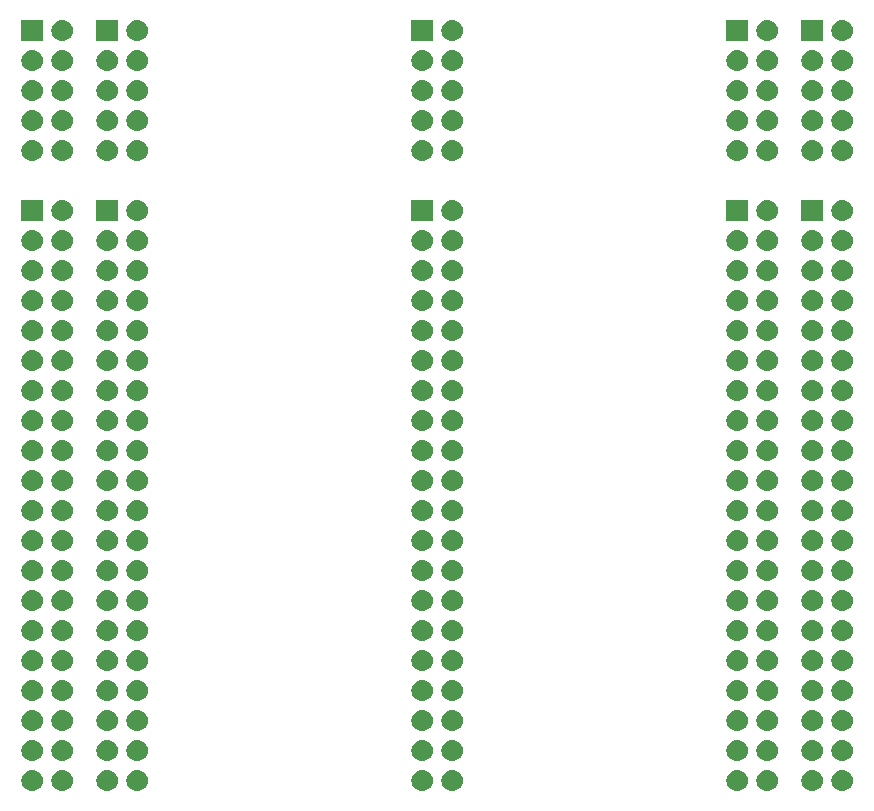
<source format=gbr>
G04 #@! TF.GenerationSoftware,KiCad,Pcbnew,(5.1.4)-1*
G04 #@! TF.CreationDate,2022-01-22T15:46:12+02:00*
G04 #@! TF.ProjectId,Backplane v2,4261636b-706c-4616-9e65-2076322e6b69,rev?*
G04 #@! TF.SameCoordinates,Original*
G04 #@! TF.FileFunction,Soldermask,Bot*
G04 #@! TF.FilePolarity,Negative*
%FSLAX46Y46*%
G04 Gerber Fmt 4.6, Leading zero omitted, Abs format (unit mm)*
G04 Created by KiCad (PCBNEW (5.1.4)-1) date 2022-01-22 15:46:12*
%MOMM*%
%LPD*%
G04 APERTURE LIST*
%ADD10C,0.100000*%
G04 APERTURE END LIST*
D10*
G36*
X156320443Y-126105519D02*
G01*
X156386627Y-126112037D01*
X156556466Y-126163557D01*
X156712991Y-126247222D01*
X156748729Y-126276552D01*
X156850186Y-126359814D01*
X156933448Y-126461271D01*
X156962778Y-126497009D01*
X157046443Y-126653534D01*
X157097963Y-126823373D01*
X157115359Y-127000000D01*
X157097963Y-127176627D01*
X157046443Y-127346466D01*
X156962778Y-127502991D01*
X156933448Y-127538729D01*
X156850186Y-127640186D01*
X156748729Y-127723448D01*
X156712991Y-127752778D01*
X156556466Y-127836443D01*
X156386627Y-127887963D01*
X156320442Y-127894482D01*
X156254260Y-127901000D01*
X156165740Y-127901000D01*
X156099558Y-127894482D01*
X156033373Y-127887963D01*
X155863534Y-127836443D01*
X155707009Y-127752778D01*
X155671271Y-127723448D01*
X155569814Y-127640186D01*
X155486552Y-127538729D01*
X155457222Y-127502991D01*
X155373557Y-127346466D01*
X155322037Y-127176627D01*
X155304641Y-127000000D01*
X155322037Y-126823373D01*
X155373557Y-126653534D01*
X155457222Y-126497009D01*
X155486552Y-126461271D01*
X155569814Y-126359814D01*
X155671271Y-126276552D01*
X155707009Y-126247222D01*
X155863534Y-126163557D01*
X156033373Y-126112037D01*
X156099557Y-126105519D01*
X156165740Y-126099000D01*
X156254260Y-126099000D01*
X156320443Y-126105519D01*
X156320443Y-126105519D01*
G37*
G36*
X153780443Y-126105519D02*
G01*
X153846627Y-126112037D01*
X154016466Y-126163557D01*
X154172991Y-126247222D01*
X154208729Y-126276552D01*
X154310186Y-126359814D01*
X154393448Y-126461271D01*
X154422778Y-126497009D01*
X154506443Y-126653534D01*
X154557963Y-126823373D01*
X154575359Y-127000000D01*
X154557963Y-127176627D01*
X154506443Y-127346466D01*
X154422778Y-127502991D01*
X154393448Y-127538729D01*
X154310186Y-127640186D01*
X154208729Y-127723448D01*
X154172991Y-127752778D01*
X154016466Y-127836443D01*
X153846627Y-127887963D01*
X153780442Y-127894482D01*
X153714260Y-127901000D01*
X153625740Y-127901000D01*
X153559558Y-127894482D01*
X153493373Y-127887963D01*
X153323534Y-127836443D01*
X153167009Y-127752778D01*
X153131271Y-127723448D01*
X153029814Y-127640186D01*
X152946552Y-127538729D01*
X152917222Y-127502991D01*
X152833557Y-127346466D01*
X152782037Y-127176627D01*
X152764641Y-127000000D01*
X152782037Y-126823373D01*
X152833557Y-126653534D01*
X152917222Y-126497009D01*
X152946552Y-126461271D01*
X153029814Y-126359814D01*
X153131271Y-126276552D01*
X153167009Y-126247222D01*
X153323534Y-126163557D01*
X153493373Y-126112037D01*
X153559557Y-126105519D01*
X153625740Y-126099000D01*
X153714260Y-126099000D01*
X153780443Y-126105519D01*
X153780443Y-126105519D01*
G37*
G36*
X87740443Y-126105519D02*
G01*
X87806627Y-126112037D01*
X87976466Y-126163557D01*
X88132991Y-126247222D01*
X88168729Y-126276552D01*
X88270186Y-126359814D01*
X88353448Y-126461271D01*
X88382778Y-126497009D01*
X88466443Y-126653534D01*
X88517963Y-126823373D01*
X88535359Y-127000000D01*
X88517963Y-127176627D01*
X88466443Y-127346466D01*
X88382778Y-127502991D01*
X88353448Y-127538729D01*
X88270186Y-127640186D01*
X88168729Y-127723448D01*
X88132991Y-127752778D01*
X87976466Y-127836443D01*
X87806627Y-127887963D01*
X87740442Y-127894482D01*
X87674260Y-127901000D01*
X87585740Y-127901000D01*
X87519558Y-127894482D01*
X87453373Y-127887963D01*
X87283534Y-127836443D01*
X87127009Y-127752778D01*
X87091271Y-127723448D01*
X86989814Y-127640186D01*
X86906552Y-127538729D01*
X86877222Y-127502991D01*
X86793557Y-127346466D01*
X86742037Y-127176627D01*
X86724641Y-127000000D01*
X86742037Y-126823373D01*
X86793557Y-126653534D01*
X86877222Y-126497009D01*
X86906552Y-126461271D01*
X86989814Y-126359814D01*
X87091271Y-126276552D01*
X87127009Y-126247222D01*
X87283534Y-126163557D01*
X87453373Y-126112037D01*
X87519557Y-126105519D01*
X87585740Y-126099000D01*
X87674260Y-126099000D01*
X87740443Y-126105519D01*
X87740443Y-126105519D01*
G37*
G36*
X90280443Y-126105519D02*
G01*
X90346627Y-126112037D01*
X90516466Y-126163557D01*
X90672991Y-126247222D01*
X90708729Y-126276552D01*
X90810186Y-126359814D01*
X90893448Y-126461271D01*
X90922778Y-126497009D01*
X91006443Y-126653534D01*
X91057963Y-126823373D01*
X91075359Y-127000000D01*
X91057963Y-127176627D01*
X91006443Y-127346466D01*
X90922778Y-127502991D01*
X90893448Y-127538729D01*
X90810186Y-127640186D01*
X90708729Y-127723448D01*
X90672991Y-127752778D01*
X90516466Y-127836443D01*
X90346627Y-127887963D01*
X90280442Y-127894482D01*
X90214260Y-127901000D01*
X90125740Y-127901000D01*
X90059558Y-127894482D01*
X89993373Y-127887963D01*
X89823534Y-127836443D01*
X89667009Y-127752778D01*
X89631271Y-127723448D01*
X89529814Y-127640186D01*
X89446552Y-127538729D01*
X89417222Y-127502991D01*
X89333557Y-127346466D01*
X89282037Y-127176627D01*
X89264641Y-127000000D01*
X89282037Y-126823373D01*
X89333557Y-126653534D01*
X89417222Y-126497009D01*
X89446552Y-126461271D01*
X89529814Y-126359814D01*
X89631271Y-126276552D01*
X89667009Y-126247222D01*
X89823534Y-126163557D01*
X89993373Y-126112037D01*
X90059557Y-126105519D01*
X90125740Y-126099000D01*
X90214260Y-126099000D01*
X90280443Y-126105519D01*
X90280443Y-126105519D01*
G37*
G36*
X96630443Y-126105519D02*
G01*
X96696627Y-126112037D01*
X96866466Y-126163557D01*
X97022991Y-126247222D01*
X97058729Y-126276552D01*
X97160186Y-126359814D01*
X97243448Y-126461271D01*
X97272778Y-126497009D01*
X97356443Y-126653534D01*
X97407963Y-126823373D01*
X97425359Y-127000000D01*
X97407963Y-127176627D01*
X97356443Y-127346466D01*
X97272778Y-127502991D01*
X97243448Y-127538729D01*
X97160186Y-127640186D01*
X97058729Y-127723448D01*
X97022991Y-127752778D01*
X96866466Y-127836443D01*
X96696627Y-127887963D01*
X96630442Y-127894482D01*
X96564260Y-127901000D01*
X96475740Y-127901000D01*
X96409558Y-127894482D01*
X96343373Y-127887963D01*
X96173534Y-127836443D01*
X96017009Y-127752778D01*
X95981271Y-127723448D01*
X95879814Y-127640186D01*
X95796552Y-127538729D01*
X95767222Y-127502991D01*
X95683557Y-127346466D01*
X95632037Y-127176627D01*
X95614641Y-127000000D01*
X95632037Y-126823373D01*
X95683557Y-126653534D01*
X95767222Y-126497009D01*
X95796552Y-126461271D01*
X95879814Y-126359814D01*
X95981271Y-126276552D01*
X96017009Y-126247222D01*
X96173534Y-126163557D01*
X96343373Y-126112037D01*
X96409557Y-126105519D01*
X96475740Y-126099000D01*
X96564260Y-126099000D01*
X96630443Y-126105519D01*
X96630443Y-126105519D01*
G37*
G36*
X94090443Y-126105519D02*
G01*
X94156627Y-126112037D01*
X94326466Y-126163557D01*
X94482991Y-126247222D01*
X94518729Y-126276552D01*
X94620186Y-126359814D01*
X94703448Y-126461271D01*
X94732778Y-126497009D01*
X94816443Y-126653534D01*
X94867963Y-126823373D01*
X94885359Y-127000000D01*
X94867963Y-127176627D01*
X94816443Y-127346466D01*
X94732778Y-127502991D01*
X94703448Y-127538729D01*
X94620186Y-127640186D01*
X94518729Y-127723448D01*
X94482991Y-127752778D01*
X94326466Y-127836443D01*
X94156627Y-127887963D01*
X94090442Y-127894482D01*
X94024260Y-127901000D01*
X93935740Y-127901000D01*
X93869558Y-127894482D01*
X93803373Y-127887963D01*
X93633534Y-127836443D01*
X93477009Y-127752778D01*
X93441271Y-127723448D01*
X93339814Y-127640186D01*
X93256552Y-127538729D01*
X93227222Y-127502991D01*
X93143557Y-127346466D01*
X93092037Y-127176627D01*
X93074641Y-127000000D01*
X93092037Y-126823373D01*
X93143557Y-126653534D01*
X93227222Y-126497009D01*
X93256552Y-126461271D01*
X93339814Y-126359814D01*
X93441271Y-126276552D01*
X93477009Y-126247222D01*
X93633534Y-126163557D01*
X93803373Y-126112037D01*
X93869557Y-126105519D01*
X93935740Y-126099000D01*
X94024260Y-126099000D01*
X94090443Y-126105519D01*
X94090443Y-126105519D01*
G37*
G36*
X123300443Y-126105519D02*
G01*
X123366627Y-126112037D01*
X123536466Y-126163557D01*
X123692991Y-126247222D01*
X123728729Y-126276552D01*
X123830186Y-126359814D01*
X123913448Y-126461271D01*
X123942778Y-126497009D01*
X124026443Y-126653534D01*
X124077963Y-126823373D01*
X124095359Y-127000000D01*
X124077963Y-127176627D01*
X124026443Y-127346466D01*
X123942778Y-127502991D01*
X123913448Y-127538729D01*
X123830186Y-127640186D01*
X123728729Y-127723448D01*
X123692991Y-127752778D01*
X123536466Y-127836443D01*
X123366627Y-127887963D01*
X123300442Y-127894482D01*
X123234260Y-127901000D01*
X123145740Y-127901000D01*
X123079558Y-127894482D01*
X123013373Y-127887963D01*
X122843534Y-127836443D01*
X122687009Y-127752778D01*
X122651271Y-127723448D01*
X122549814Y-127640186D01*
X122466552Y-127538729D01*
X122437222Y-127502991D01*
X122353557Y-127346466D01*
X122302037Y-127176627D01*
X122284641Y-127000000D01*
X122302037Y-126823373D01*
X122353557Y-126653534D01*
X122437222Y-126497009D01*
X122466552Y-126461271D01*
X122549814Y-126359814D01*
X122651271Y-126276552D01*
X122687009Y-126247222D01*
X122843534Y-126163557D01*
X123013373Y-126112037D01*
X123079557Y-126105519D01*
X123145740Y-126099000D01*
X123234260Y-126099000D01*
X123300443Y-126105519D01*
X123300443Y-126105519D01*
G37*
G36*
X120760443Y-126105519D02*
G01*
X120826627Y-126112037D01*
X120996466Y-126163557D01*
X121152991Y-126247222D01*
X121188729Y-126276552D01*
X121290186Y-126359814D01*
X121373448Y-126461271D01*
X121402778Y-126497009D01*
X121486443Y-126653534D01*
X121537963Y-126823373D01*
X121555359Y-127000000D01*
X121537963Y-127176627D01*
X121486443Y-127346466D01*
X121402778Y-127502991D01*
X121373448Y-127538729D01*
X121290186Y-127640186D01*
X121188729Y-127723448D01*
X121152991Y-127752778D01*
X120996466Y-127836443D01*
X120826627Y-127887963D01*
X120760442Y-127894482D01*
X120694260Y-127901000D01*
X120605740Y-127901000D01*
X120539558Y-127894482D01*
X120473373Y-127887963D01*
X120303534Y-127836443D01*
X120147009Y-127752778D01*
X120111271Y-127723448D01*
X120009814Y-127640186D01*
X119926552Y-127538729D01*
X119897222Y-127502991D01*
X119813557Y-127346466D01*
X119762037Y-127176627D01*
X119744641Y-127000000D01*
X119762037Y-126823373D01*
X119813557Y-126653534D01*
X119897222Y-126497009D01*
X119926552Y-126461271D01*
X120009814Y-126359814D01*
X120111271Y-126276552D01*
X120147009Y-126247222D01*
X120303534Y-126163557D01*
X120473373Y-126112037D01*
X120539557Y-126105519D01*
X120605740Y-126099000D01*
X120694260Y-126099000D01*
X120760443Y-126105519D01*
X120760443Y-126105519D01*
G37*
G36*
X147430443Y-126105519D02*
G01*
X147496627Y-126112037D01*
X147666466Y-126163557D01*
X147822991Y-126247222D01*
X147858729Y-126276552D01*
X147960186Y-126359814D01*
X148043448Y-126461271D01*
X148072778Y-126497009D01*
X148156443Y-126653534D01*
X148207963Y-126823373D01*
X148225359Y-127000000D01*
X148207963Y-127176627D01*
X148156443Y-127346466D01*
X148072778Y-127502991D01*
X148043448Y-127538729D01*
X147960186Y-127640186D01*
X147858729Y-127723448D01*
X147822991Y-127752778D01*
X147666466Y-127836443D01*
X147496627Y-127887963D01*
X147430442Y-127894482D01*
X147364260Y-127901000D01*
X147275740Y-127901000D01*
X147209558Y-127894482D01*
X147143373Y-127887963D01*
X146973534Y-127836443D01*
X146817009Y-127752778D01*
X146781271Y-127723448D01*
X146679814Y-127640186D01*
X146596552Y-127538729D01*
X146567222Y-127502991D01*
X146483557Y-127346466D01*
X146432037Y-127176627D01*
X146414641Y-127000000D01*
X146432037Y-126823373D01*
X146483557Y-126653534D01*
X146567222Y-126497009D01*
X146596552Y-126461271D01*
X146679814Y-126359814D01*
X146781271Y-126276552D01*
X146817009Y-126247222D01*
X146973534Y-126163557D01*
X147143373Y-126112037D01*
X147209557Y-126105519D01*
X147275740Y-126099000D01*
X147364260Y-126099000D01*
X147430443Y-126105519D01*
X147430443Y-126105519D01*
G37*
G36*
X149970443Y-126105519D02*
G01*
X150036627Y-126112037D01*
X150206466Y-126163557D01*
X150362991Y-126247222D01*
X150398729Y-126276552D01*
X150500186Y-126359814D01*
X150583448Y-126461271D01*
X150612778Y-126497009D01*
X150696443Y-126653534D01*
X150747963Y-126823373D01*
X150765359Y-127000000D01*
X150747963Y-127176627D01*
X150696443Y-127346466D01*
X150612778Y-127502991D01*
X150583448Y-127538729D01*
X150500186Y-127640186D01*
X150398729Y-127723448D01*
X150362991Y-127752778D01*
X150206466Y-127836443D01*
X150036627Y-127887963D01*
X149970442Y-127894482D01*
X149904260Y-127901000D01*
X149815740Y-127901000D01*
X149749558Y-127894482D01*
X149683373Y-127887963D01*
X149513534Y-127836443D01*
X149357009Y-127752778D01*
X149321271Y-127723448D01*
X149219814Y-127640186D01*
X149136552Y-127538729D01*
X149107222Y-127502991D01*
X149023557Y-127346466D01*
X148972037Y-127176627D01*
X148954641Y-127000000D01*
X148972037Y-126823373D01*
X149023557Y-126653534D01*
X149107222Y-126497009D01*
X149136552Y-126461271D01*
X149219814Y-126359814D01*
X149321271Y-126276552D01*
X149357009Y-126247222D01*
X149513534Y-126163557D01*
X149683373Y-126112037D01*
X149749557Y-126105519D01*
X149815740Y-126099000D01*
X149904260Y-126099000D01*
X149970443Y-126105519D01*
X149970443Y-126105519D01*
G37*
G36*
X149970442Y-123565518D02*
G01*
X150036627Y-123572037D01*
X150206466Y-123623557D01*
X150362991Y-123707222D01*
X150398729Y-123736552D01*
X150500186Y-123819814D01*
X150583448Y-123921271D01*
X150612778Y-123957009D01*
X150696443Y-124113534D01*
X150747963Y-124283373D01*
X150765359Y-124460000D01*
X150747963Y-124636627D01*
X150696443Y-124806466D01*
X150612778Y-124962991D01*
X150583448Y-124998729D01*
X150500186Y-125100186D01*
X150398729Y-125183448D01*
X150362991Y-125212778D01*
X150206466Y-125296443D01*
X150036627Y-125347963D01*
X149970442Y-125354482D01*
X149904260Y-125361000D01*
X149815740Y-125361000D01*
X149749558Y-125354482D01*
X149683373Y-125347963D01*
X149513534Y-125296443D01*
X149357009Y-125212778D01*
X149321271Y-125183448D01*
X149219814Y-125100186D01*
X149136552Y-124998729D01*
X149107222Y-124962991D01*
X149023557Y-124806466D01*
X148972037Y-124636627D01*
X148954641Y-124460000D01*
X148972037Y-124283373D01*
X149023557Y-124113534D01*
X149107222Y-123957009D01*
X149136552Y-123921271D01*
X149219814Y-123819814D01*
X149321271Y-123736552D01*
X149357009Y-123707222D01*
X149513534Y-123623557D01*
X149683373Y-123572037D01*
X149749558Y-123565518D01*
X149815740Y-123559000D01*
X149904260Y-123559000D01*
X149970442Y-123565518D01*
X149970442Y-123565518D01*
G37*
G36*
X147430442Y-123565518D02*
G01*
X147496627Y-123572037D01*
X147666466Y-123623557D01*
X147822991Y-123707222D01*
X147858729Y-123736552D01*
X147960186Y-123819814D01*
X148043448Y-123921271D01*
X148072778Y-123957009D01*
X148156443Y-124113534D01*
X148207963Y-124283373D01*
X148225359Y-124460000D01*
X148207963Y-124636627D01*
X148156443Y-124806466D01*
X148072778Y-124962991D01*
X148043448Y-124998729D01*
X147960186Y-125100186D01*
X147858729Y-125183448D01*
X147822991Y-125212778D01*
X147666466Y-125296443D01*
X147496627Y-125347963D01*
X147430442Y-125354482D01*
X147364260Y-125361000D01*
X147275740Y-125361000D01*
X147209558Y-125354482D01*
X147143373Y-125347963D01*
X146973534Y-125296443D01*
X146817009Y-125212778D01*
X146781271Y-125183448D01*
X146679814Y-125100186D01*
X146596552Y-124998729D01*
X146567222Y-124962991D01*
X146483557Y-124806466D01*
X146432037Y-124636627D01*
X146414641Y-124460000D01*
X146432037Y-124283373D01*
X146483557Y-124113534D01*
X146567222Y-123957009D01*
X146596552Y-123921271D01*
X146679814Y-123819814D01*
X146781271Y-123736552D01*
X146817009Y-123707222D01*
X146973534Y-123623557D01*
X147143373Y-123572037D01*
X147209558Y-123565518D01*
X147275740Y-123559000D01*
X147364260Y-123559000D01*
X147430442Y-123565518D01*
X147430442Y-123565518D01*
G37*
G36*
X153780442Y-123565518D02*
G01*
X153846627Y-123572037D01*
X154016466Y-123623557D01*
X154172991Y-123707222D01*
X154208729Y-123736552D01*
X154310186Y-123819814D01*
X154393448Y-123921271D01*
X154422778Y-123957009D01*
X154506443Y-124113534D01*
X154557963Y-124283373D01*
X154575359Y-124460000D01*
X154557963Y-124636627D01*
X154506443Y-124806466D01*
X154422778Y-124962991D01*
X154393448Y-124998729D01*
X154310186Y-125100186D01*
X154208729Y-125183448D01*
X154172991Y-125212778D01*
X154016466Y-125296443D01*
X153846627Y-125347963D01*
X153780442Y-125354482D01*
X153714260Y-125361000D01*
X153625740Y-125361000D01*
X153559558Y-125354482D01*
X153493373Y-125347963D01*
X153323534Y-125296443D01*
X153167009Y-125212778D01*
X153131271Y-125183448D01*
X153029814Y-125100186D01*
X152946552Y-124998729D01*
X152917222Y-124962991D01*
X152833557Y-124806466D01*
X152782037Y-124636627D01*
X152764641Y-124460000D01*
X152782037Y-124283373D01*
X152833557Y-124113534D01*
X152917222Y-123957009D01*
X152946552Y-123921271D01*
X153029814Y-123819814D01*
X153131271Y-123736552D01*
X153167009Y-123707222D01*
X153323534Y-123623557D01*
X153493373Y-123572037D01*
X153559558Y-123565518D01*
X153625740Y-123559000D01*
X153714260Y-123559000D01*
X153780442Y-123565518D01*
X153780442Y-123565518D01*
G37*
G36*
X123300442Y-123565518D02*
G01*
X123366627Y-123572037D01*
X123536466Y-123623557D01*
X123692991Y-123707222D01*
X123728729Y-123736552D01*
X123830186Y-123819814D01*
X123913448Y-123921271D01*
X123942778Y-123957009D01*
X124026443Y-124113534D01*
X124077963Y-124283373D01*
X124095359Y-124460000D01*
X124077963Y-124636627D01*
X124026443Y-124806466D01*
X123942778Y-124962991D01*
X123913448Y-124998729D01*
X123830186Y-125100186D01*
X123728729Y-125183448D01*
X123692991Y-125212778D01*
X123536466Y-125296443D01*
X123366627Y-125347963D01*
X123300442Y-125354482D01*
X123234260Y-125361000D01*
X123145740Y-125361000D01*
X123079558Y-125354482D01*
X123013373Y-125347963D01*
X122843534Y-125296443D01*
X122687009Y-125212778D01*
X122651271Y-125183448D01*
X122549814Y-125100186D01*
X122466552Y-124998729D01*
X122437222Y-124962991D01*
X122353557Y-124806466D01*
X122302037Y-124636627D01*
X122284641Y-124460000D01*
X122302037Y-124283373D01*
X122353557Y-124113534D01*
X122437222Y-123957009D01*
X122466552Y-123921271D01*
X122549814Y-123819814D01*
X122651271Y-123736552D01*
X122687009Y-123707222D01*
X122843534Y-123623557D01*
X123013373Y-123572037D01*
X123079558Y-123565518D01*
X123145740Y-123559000D01*
X123234260Y-123559000D01*
X123300442Y-123565518D01*
X123300442Y-123565518D01*
G37*
G36*
X120760442Y-123565518D02*
G01*
X120826627Y-123572037D01*
X120996466Y-123623557D01*
X121152991Y-123707222D01*
X121188729Y-123736552D01*
X121290186Y-123819814D01*
X121373448Y-123921271D01*
X121402778Y-123957009D01*
X121486443Y-124113534D01*
X121537963Y-124283373D01*
X121555359Y-124460000D01*
X121537963Y-124636627D01*
X121486443Y-124806466D01*
X121402778Y-124962991D01*
X121373448Y-124998729D01*
X121290186Y-125100186D01*
X121188729Y-125183448D01*
X121152991Y-125212778D01*
X120996466Y-125296443D01*
X120826627Y-125347963D01*
X120760442Y-125354482D01*
X120694260Y-125361000D01*
X120605740Y-125361000D01*
X120539558Y-125354482D01*
X120473373Y-125347963D01*
X120303534Y-125296443D01*
X120147009Y-125212778D01*
X120111271Y-125183448D01*
X120009814Y-125100186D01*
X119926552Y-124998729D01*
X119897222Y-124962991D01*
X119813557Y-124806466D01*
X119762037Y-124636627D01*
X119744641Y-124460000D01*
X119762037Y-124283373D01*
X119813557Y-124113534D01*
X119897222Y-123957009D01*
X119926552Y-123921271D01*
X120009814Y-123819814D01*
X120111271Y-123736552D01*
X120147009Y-123707222D01*
X120303534Y-123623557D01*
X120473373Y-123572037D01*
X120539558Y-123565518D01*
X120605740Y-123559000D01*
X120694260Y-123559000D01*
X120760442Y-123565518D01*
X120760442Y-123565518D01*
G37*
G36*
X94090442Y-123565518D02*
G01*
X94156627Y-123572037D01*
X94326466Y-123623557D01*
X94482991Y-123707222D01*
X94518729Y-123736552D01*
X94620186Y-123819814D01*
X94703448Y-123921271D01*
X94732778Y-123957009D01*
X94816443Y-124113534D01*
X94867963Y-124283373D01*
X94885359Y-124460000D01*
X94867963Y-124636627D01*
X94816443Y-124806466D01*
X94732778Y-124962991D01*
X94703448Y-124998729D01*
X94620186Y-125100186D01*
X94518729Y-125183448D01*
X94482991Y-125212778D01*
X94326466Y-125296443D01*
X94156627Y-125347963D01*
X94090442Y-125354482D01*
X94024260Y-125361000D01*
X93935740Y-125361000D01*
X93869558Y-125354482D01*
X93803373Y-125347963D01*
X93633534Y-125296443D01*
X93477009Y-125212778D01*
X93441271Y-125183448D01*
X93339814Y-125100186D01*
X93256552Y-124998729D01*
X93227222Y-124962991D01*
X93143557Y-124806466D01*
X93092037Y-124636627D01*
X93074641Y-124460000D01*
X93092037Y-124283373D01*
X93143557Y-124113534D01*
X93227222Y-123957009D01*
X93256552Y-123921271D01*
X93339814Y-123819814D01*
X93441271Y-123736552D01*
X93477009Y-123707222D01*
X93633534Y-123623557D01*
X93803373Y-123572037D01*
X93869558Y-123565518D01*
X93935740Y-123559000D01*
X94024260Y-123559000D01*
X94090442Y-123565518D01*
X94090442Y-123565518D01*
G37*
G36*
X96630442Y-123565518D02*
G01*
X96696627Y-123572037D01*
X96866466Y-123623557D01*
X97022991Y-123707222D01*
X97058729Y-123736552D01*
X97160186Y-123819814D01*
X97243448Y-123921271D01*
X97272778Y-123957009D01*
X97356443Y-124113534D01*
X97407963Y-124283373D01*
X97425359Y-124460000D01*
X97407963Y-124636627D01*
X97356443Y-124806466D01*
X97272778Y-124962991D01*
X97243448Y-124998729D01*
X97160186Y-125100186D01*
X97058729Y-125183448D01*
X97022991Y-125212778D01*
X96866466Y-125296443D01*
X96696627Y-125347963D01*
X96630442Y-125354482D01*
X96564260Y-125361000D01*
X96475740Y-125361000D01*
X96409558Y-125354482D01*
X96343373Y-125347963D01*
X96173534Y-125296443D01*
X96017009Y-125212778D01*
X95981271Y-125183448D01*
X95879814Y-125100186D01*
X95796552Y-124998729D01*
X95767222Y-124962991D01*
X95683557Y-124806466D01*
X95632037Y-124636627D01*
X95614641Y-124460000D01*
X95632037Y-124283373D01*
X95683557Y-124113534D01*
X95767222Y-123957009D01*
X95796552Y-123921271D01*
X95879814Y-123819814D01*
X95981271Y-123736552D01*
X96017009Y-123707222D01*
X96173534Y-123623557D01*
X96343373Y-123572037D01*
X96409558Y-123565518D01*
X96475740Y-123559000D01*
X96564260Y-123559000D01*
X96630442Y-123565518D01*
X96630442Y-123565518D01*
G37*
G36*
X156320442Y-123565518D02*
G01*
X156386627Y-123572037D01*
X156556466Y-123623557D01*
X156712991Y-123707222D01*
X156748729Y-123736552D01*
X156850186Y-123819814D01*
X156933448Y-123921271D01*
X156962778Y-123957009D01*
X157046443Y-124113534D01*
X157097963Y-124283373D01*
X157115359Y-124460000D01*
X157097963Y-124636627D01*
X157046443Y-124806466D01*
X156962778Y-124962991D01*
X156933448Y-124998729D01*
X156850186Y-125100186D01*
X156748729Y-125183448D01*
X156712991Y-125212778D01*
X156556466Y-125296443D01*
X156386627Y-125347963D01*
X156320442Y-125354482D01*
X156254260Y-125361000D01*
X156165740Y-125361000D01*
X156099558Y-125354482D01*
X156033373Y-125347963D01*
X155863534Y-125296443D01*
X155707009Y-125212778D01*
X155671271Y-125183448D01*
X155569814Y-125100186D01*
X155486552Y-124998729D01*
X155457222Y-124962991D01*
X155373557Y-124806466D01*
X155322037Y-124636627D01*
X155304641Y-124460000D01*
X155322037Y-124283373D01*
X155373557Y-124113534D01*
X155457222Y-123957009D01*
X155486552Y-123921271D01*
X155569814Y-123819814D01*
X155671271Y-123736552D01*
X155707009Y-123707222D01*
X155863534Y-123623557D01*
X156033373Y-123572037D01*
X156099558Y-123565518D01*
X156165740Y-123559000D01*
X156254260Y-123559000D01*
X156320442Y-123565518D01*
X156320442Y-123565518D01*
G37*
G36*
X90280442Y-123565518D02*
G01*
X90346627Y-123572037D01*
X90516466Y-123623557D01*
X90672991Y-123707222D01*
X90708729Y-123736552D01*
X90810186Y-123819814D01*
X90893448Y-123921271D01*
X90922778Y-123957009D01*
X91006443Y-124113534D01*
X91057963Y-124283373D01*
X91075359Y-124460000D01*
X91057963Y-124636627D01*
X91006443Y-124806466D01*
X90922778Y-124962991D01*
X90893448Y-124998729D01*
X90810186Y-125100186D01*
X90708729Y-125183448D01*
X90672991Y-125212778D01*
X90516466Y-125296443D01*
X90346627Y-125347963D01*
X90280442Y-125354482D01*
X90214260Y-125361000D01*
X90125740Y-125361000D01*
X90059558Y-125354482D01*
X89993373Y-125347963D01*
X89823534Y-125296443D01*
X89667009Y-125212778D01*
X89631271Y-125183448D01*
X89529814Y-125100186D01*
X89446552Y-124998729D01*
X89417222Y-124962991D01*
X89333557Y-124806466D01*
X89282037Y-124636627D01*
X89264641Y-124460000D01*
X89282037Y-124283373D01*
X89333557Y-124113534D01*
X89417222Y-123957009D01*
X89446552Y-123921271D01*
X89529814Y-123819814D01*
X89631271Y-123736552D01*
X89667009Y-123707222D01*
X89823534Y-123623557D01*
X89993373Y-123572037D01*
X90059558Y-123565518D01*
X90125740Y-123559000D01*
X90214260Y-123559000D01*
X90280442Y-123565518D01*
X90280442Y-123565518D01*
G37*
G36*
X87740442Y-123565518D02*
G01*
X87806627Y-123572037D01*
X87976466Y-123623557D01*
X88132991Y-123707222D01*
X88168729Y-123736552D01*
X88270186Y-123819814D01*
X88353448Y-123921271D01*
X88382778Y-123957009D01*
X88466443Y-124113534D01*
X88517963Y-124283373D01*
X88535359Y-124460000D01*
X88517963Y-124636627D01*
X88466443Y-124806466D01*
X88382778Y-124962991D01*
X88353448Y-124998729D01*
X88270186Y-125100186D01*
X88168729Y-125183448D01*
X88132991Y-125212778D01*
X87976466Y-125296443D01*
X87806627Y-125347963D01*
X87740442Y-125354482D01*
X87674260Y-125361000D01*
X87585740Y-125361000D01*
X87519558Y-125354482D01*
X87453373Y-125347963D01*
X87283534Y-125296443D01*
X87127009Y-125212778D01*
X87091271Y-125183448D01*
X86989814Y-125100186D01*
X86906552Y-124998729D01*
X86877222Y-124962991D01*
X86793557Y-124806466D01*
X86742037Y-124636627D01*
X86724641Y-124460000D01*
X86742037Y-124283373D01*
X86793557Y-124113534D01*
X86877222Y-123957009D01*
X86906552Y-123921271D01*
X86989814Y-123819814D01*
X87091271Y-123736552D01*
X87127009Y-123707222D01*
X87283534Y-123623557D01*
X87453373Y-123572037D01*
X87519558Y-123565518D01*
X87585740Y-123559000D01*
X87674260Y-123559000D01*
X87740442Y-123565518D01*
X87740442Y-123565518D01*
G37*
G36*
X120760442Y-121025518D02*
G01*
X120826627Y-121032037D01*
X120996466Y-121083557D01*
X121152991Y-121167222D01*
X121188729Y-121196552D01*
X121290186Y-121279814D01*
X121373448Y-121381271D01*
X121402778Y-121417009D01*
X121486443Y-121573534D01*
X121537963Y-121743373D01*
X121555359Y-121920000D01*
X121537963Y-122096627D01*
X121486443Y-122266466D01*
X121402778Y-122422991D01*
X121373448Y-122458729D01*
X121290186Y-122560186D01*
X121188729Y-122643448D01*
X121152991Y-122672778D01*
X120996466Y-122756443D01*
X120826627Y-122807963D01*
X120760443Y-122814481D01*
X120694260Y-122821000D01*
X120605740Y-122821000D01*
X120539557Y-122814481D01*
X120473373Y-122807963D01*
X120303534Y-122756443D01*
X120147009Y-122672778D01*
X120111271Y-122643448D01*
X120009814Y-122560186D01*
X119926552Y-122458729D01*
X119897222Y-122422991D01*
X119813557Y-122266466D01*
X119762037Y-122096627D01*
X119744641Y-121920000D01*
X119762037Y-121743373D01*
X119813557Y-121573534D01*
X119897222Y-121417009D01*
X119926552Y-121381271D01*
X120009814Y-121279814D01*
X120111271Y-121196552D01*
X120147009Y-121167222D01*
X120303534Y-121083557D01*
X120473373Y-121032037D01*
X120539558Y-121025518D01*
X120605740Y-121019000D01*
X120694260Y-121019000D01*
X120760442Y-121025518D01*
X120760442Y-121025518D01*
G37*
G36*
X153780442Y-121025518D02*
G01*
X153846627Y-121032037D01*
X154016466Y-121083557D01*
X154172991Y-121167222D01*
X154208729Y-121196552D01*
X154310186Y-121279814D01*
X154393448Y-121381271D01*
X154422778Y-121417009D01*
X154506443Y-121573534D01*
X154557963Y-121743373D01*
X154575359Y-121920000D01*
X154557963Y-122096627D01*
X154506443Y-122266466D01*
X154422778Y-122422991D01*
X154393448Y-122458729D01*
X154310186Y-122560186D01*
X154208729Y-122643448D01*
X154172991Y-122672778D01*
X154016466Y-122756443D01*
X153846627Y-122807963D01*
X153780443Y-122814481D01*
X153714260Y-122821000D01*
X153625740Y-122821000D01*
X153559557Y-122814481D01*
X153493373Y-122807963D01*
X153323534Y-122756443D01*
X153167009Y-122672778D01*
X153131271Y-122643448D01*
X153029814Y-122560186D01*
X152946552Y-122458729D01*
X152917222Y-122422991D01*
X152833557Y-122266466D01*
X152782037Y-122096627D01*
X152764641Y-121920000D01*
X152782037Y-121743373D01*
X152833557Y-121573534D01*
X152917222Y-121417009D01*
X152946552Y-121381271D01*
X153029814Y-121279814D01*
X153131271Y-121196552D01*
X153167009Y-121167222D01*
X153323534Y-121083557D01*
X153493373Y-121032037D01*
X153559558Y-121025518D01*
X153625740Y-121019000D01*
X153714260Y-121019000D01*
X153780442Y-121025518D01*
X153780442Y-121025518D01*
G37*
G36*
X156320442Y-121025518D02*
G01*
X156386627Y-121032037D01*
X156556466Y-121083557D01*
X156712991Y-121167222D01*
X156748729Y-121196552D01*
X156850186Y-121279814D01*
X156933448Y-121381271D01*
X156962778Y-121417009D01*
X157046443Y-121573534D01*
X157097963Y-121743373D01*
X157115359Y-121920000D01*
X157097963Y-122096627D01*
X157046443Y-122266466D01*
X156962778Y-122422991D01*
X156933448Y-122458729D01*
X156850186Y-122560186D01*
X156748729Y-122643448D01*
X156712991Y-122672778D01*
X156556466Y-122756443D01*
X156386627Y-122807963D01*
X156320443Y-122814481D01*
X156254260Y-122821000D01*
X156165740Y-122821000D01*
X156099557Y-122814481D01*
X156033373Y-122807963D01*
X155863534Y-122756443D01*
X155707009Y-122672778D01*
X155671271Y-122643448D01*
X155569814Y-122560186D01*
X155486552Y-122458729D01*
X155457222Y-122422991D01*
X155373557Y-122266466D01*
X155322037Y-122096627D01*
X155304641Y-121920000D01*
X155322037Y-121743373D01*
X155373557Y-121573534D01*
X155457222Y-121417009D01*
X155486552Y-121381271D01*
X155569814Y-121279814D01*
X155671271Y-121196552D01*
X155707009Y-121167222D01*
X155863534Y-121083557D01*
X156033373Y-121032037D01*
X156099558Y-121025518D01*
X156165740Y-121019000D01*
X156254260Y-121019000D01*
X156320442Y-121025518D01*
X156320442Y-121025518D01*
G37*
G36*
X149970442Y-121025518D02*
G01*
X150036627Y-121032037D01*
X150206466Y-121083557D01*
X150362991Y-121167222D01*
X150398729Y-121196552D01*
X150500186Y-121279814D01*
X150583448Y-121381271D01*
X150612778Y-121417009D01*
X150696443Y-121573534D01*
X150747963Y-121743373D01*
X150765359Y-121920000D01*
X150747963Y-122096627D01*
X150696443Y-122266466D01*
X150612778Y-122422991D01*
X150583448Y-122458729D01*
X150500186Y-122560186D01*
X150398729Y-122643448D01*
X150362991Y-122672778D01*
X150206466Y-122756443D01*
X150036627Y-122807963D01*
X149970443Y-122814481D01*
X149904260Y-122821000D01*
X149815740Y-122821000D01*
X149749557Y-122814481D01*
X149683373Y-122807963D01*
X149513534Y-122756443D01*
X149357009Y-122672778D01*
X149321271Y-122643448D01*
X149219814Y-122560186D01*
X149136552Y-122458729D01*
X149107222Y-122422991D01*
X149023557Y-122266466D01*
X148972037Y-122096627D01*
X148954641Y-121920000D01*
X148972037Y-121743373D01*
X149023557Y-121573534D01*
X149107222Y-121417009D01*
X149136552Y-121381271D01*
X149219814Y-121279814D01*
X149321271Y-121196552D01*
X149357009Y-121167222D01*
X149513534Y-121083557D01*
X149683373Y-121032037D01*
X149749558Y-121025518D01*
X149815740Y-121019000D01*
X149904260Y-121019000D01*
X149970442Y-121025518D01*
X149970442Y-121025518D01*
G37*
G36*
X87740442Y-121025518D02*
G01*
X87806627Y-121032037D01*
X87976466Y-121083557D01*
X88132991Y-121167222D01*
X88168729Y-121196552D01*
X88270186Y-121279814D01*
X88353448Y-121381271D01*
X88382778Y-121417009D01*
X88466443Y-121573534D01*
X88517963Y-121743373D01*
X88535359Y-121920000D01*
X88517963Y-122096627D01*
X88466443Y-122266466D01*
X88382778Y-122422991D01*
X88353448Y-122458729D01*
X88270186Y-122560186D01*
X88168729Y-122643448D01*
X88132991Y-122672778D01*
X87976466Y-122756443D01*
X87806627Y-122807963D01*
X87740443Y-122814481D01*
X87674260Y-122821000D01*
X87585740Y-122821000D01*
X87519557Y-122814481D01*
X87453373Y-122807963D01*
X87283534Y-122756443D01*
X87127009Y-122672778D01*
X87091271Y-122643448D01*
X86989814Y-122560186D01*
X86906552Y-122458729D01*
X86877222Y-122422991D01*
X86793557Y-122266466D01*
X86742037Y-122096627D01*
X86724641Y-121920000D01*
X86742037Y-121743373D01*
X86793557Y-121573534D01*
X86877222Y-121417009D01*
X86906552Y-121381271D01*
X86989814Y-121279814D01*
X87091271Y-121196552D01*
X87127009Y-121167222D01*
X87283534Y-121083557D01*
X87453373Y-121032037D01*
X87519558Y-121025518D01*
X87585740Y-121019000D01*
X87674260Y-121019000D01*
X87740442Y-121025518D01*
X87740442Y-121025518D01*
G37*
G36*
X90280442Y-121025518D02*
G01*
X90346627Y-121032037D01*
X90516466Y-121083557D01*
X90672991Y-121167222D01*
X90708729Y-121196552D01*
X90810186Y-121279814D01*
X90893448Y-121381271D01*
X90922778Y-121417009D01*
X91006443Y-121573534D01*
X91057963Y-121743373D01*
X91075359Y-121920000D01*
X91057963Y-122096627D01*
X91006443Y-122266466D01*
X90922778Y-122422991D01*
X90893448Y-122458729D01*
X90810186Y-122560186D01*
X90708729Y-122643448D01*
X90672991Y-122672778D01*
X90516466Y-122756443D01*
X90346627Y-122807963D01*
X90280443Y-122814481D01*
X90214260Y-122821000D01*
X90125740Y-122821000D01*
X90059557Y-122814481D01*
X89993373Y-122807963D01*
X89823534Y-122756443D01*
X89667009Y-122672778D01*
X89631271Y-122643448D01*
X89529814Y-122560186D01*
X89446552Y-122458729D01*
X89417222Y-122422991D01*
X89333557Y-122266466D01*
X89282037Y-122096627D01*
X89264641Y-121920000D01*
X89282037Y-121743373D01*
X89333557Y-121573534D01*
X89417222Y-121417009D01*
X89446552Y-121381271D01*
X89529814Y-121279814D01*
X89631271Y-121196552D01*
X89667009Y-121167222D01*
X89823534Y-121083557D01*
X89993373Y-121032037D01*
X90059558Y-121025518D01*
X90125740Y-121019000D01*
X90214260Y-121019000D01*
X90280442Y-121025518D01*
X90280442Y-121025518D01*
G37*
G36*
X96630442Y-121025518D02*
G01*
X96696627Y-121032037D01*
X96866466Y-121083557D01*
X97022991Y-121167222D01*
X97058729Y-121196552D01*
X97160186Y-121279814D01*
X97243448Y-121381271D01*
X97272778Y-121417009D01*
X97356443Y-121573534D01*
X97407963Y-121743373D01*
X97425359Y-121920000D01*
X97407963Y-122096627D01*
X97356443Y-122266466D01*
X97272778Y-122422991D01*
X97243448Y-122458729D01*
X97160186Y-122560186D01*
X97058729Y-122643448D01*
X97022991Y-122672778D01*
X96866466Y-122756443D01*
X96696627Y-122807963D01*
X96630443Y-122814481D01*
X96564260Y-122821000D01*
X96475740Y-122821000D01*
X96409557Y-122814481D01*
X96343373Y-122807963D01*
X96173534Y-122756443D01*
X96017009Y-122672778D01*
X95981271Y-122643448D01*
X95879814Y-122560186D01*
X95796552Y-122458729D01*
X95767222Y-122422991D01*
X95683557Y-122266466D01*
X95632037Y-122096627D01*
X95614641Y-121920000D01*
X95632037Y-121743373D01*
X95683557Y-121573534D01*
X95767222Y-121417009D01*
X95796552Y-121381271D01*
X95879814Y-121279814D01*
X95981271Y-121196552D01*
X96017009Y-121167222D01*
X96173534Y-121083557D01*
X96343373Y-121032037D01*
X96409558Y-121025518D01*
X96475740Y-121019000D01*
X96564260Y-121019000D01*
X96630442Y-121025518D01*
X96630442Y-121025518D01*
G37*
G36*
X94090442Y-121025518D02*
G01*
X94156627Y-121032037D01*
X94326466Y-121083557D01*
X94482991Y-121167222D01*
X94518729Y-121196552D01*
X94620186Y-121279814D01*
X94703448Y-121381271D01*
X94732778Y-121417009D01*
X94816443Y-121573534D01*
X94867963Y-121743373D01*
X94885359Y-121920000D01*
X94867963Y-122096627D01*
X94816443Y-122266466D01*
X94732778Y-122422991D01*
X94703448Y-122458729D01*
X94620186Y-122560186D01*
X94518729Y-122643448D01*
X94482991Y-122672778D01*
X94326466Y-122756443D01*
X94156627Y-122807963D01*
X94090443Y-122814481D01*
X94024260Y-122821000D01*
X93935740Y-122821000D01*
X93869557Y-122814481D01*
X93803373Y-122807963D01*
X93633534Y-122756443D01*
X93477009Y-122672778D01*
X93441271Y-122643448D01*
X93339814Y-122560186D01*
X93256552Y-122458729D01*
X93227222Y-122422991D01*
X93143557Y-122266466D01*
X93092037Y-122096627D01*
X93074641Y-121920000D01*
X93092037Y-121743373D01*
X93143557Y-121573534D01*
X93227222Y-121417009D01*
X93256552Y-121381271D01*
X93339814Y-121279814D01*
X93441271Y-121196552D01*
X93477009Y-121167222D01*
X93633534Y-121083557D01*
X93803373Y-121032037D01*
X93869558Y-121025518D01*
X93935740Y-121019000D01*
X94024260Y-121019000D01*
X94090442Y-121025518D01*
X94090442Y-121025518D01*
G37*
G36*
X147430442Y-121025518D02*
G01*
X147496627Y-121032037D01*
X147666466Y-121083557D01*
X147822991Y-121167222D01*
X147858729Y-121196552D01*
X147960186Y-121279814D01*
X148043448Y-121381271D01*
X148072778Y-121417009D01*
X148156443Y-121573534D01*
X148207963Y-121743373D01*
X148225359Y-121920000D01*
X148207963Y-122096627D01*
X148156443Y-122266466D01*
X148072778Y-122422991D01*
X148043448Y-122458729D01*
X147960186Y-122560186D01*
X147858729Y-122643448D01*
X147822991Y-122672778D01*
X147666466Y-122756443D01*
X147496627Y-122807963D01*
X147430443Y-122814481D01*
X147364260Y-122821000D01*
X147275740Y-122821000D01*
X147209557Y-122814481D01*
X147143373Y-122807963D01*
X146973534Y-122756443D01*
X146817009Y-122672778D01*
X146781271Y-122643448D01*
X146679814Y-122560186D01*
X146596552Y-122458729D01*
X146567222Y-122422991D01*
X146483557Y-122266466D01*
X146432037Y-122096627D01*
X146414641Y-121920000D01*
X146432037Y-121743373D01*
X146483557Y-121573534D01*
X146567222Y-121417009D01*
X146596552Y-121381271D01*
X146679814Y-121279814D01*
X146781271Y-121196552D01*
X146817009Y-121167222D01*
X146973534Y-121083557D01*
X147143373Y-121032037D01*
X147209558Y-121025518D01*
X147275740Y-121019000D01*
X147364260Y-121019000D01*
X147430442Y-121025518D01*
X147430442Y-121025518D01*
G37*
G36*
X123300442Y-121025518D02*
G01*
X123366627Y-121032037D01*
X123536466Y-121083557D01*
X123692991Y-121167222D01*
X123728729Y-121196552D01*
X123830186Y-121279814D01*
X123913448Y-121381271D01*
X123942778Y-121417009D01*
X124026443Y-121573534D01*
X124077963Y-121743373D01*
X124095359Y-121920000D01*
X124077963Y-122096627D01*
X124026443Y-122266466D01*
X123942778Y-122422991D01*
X123913448Y-122458729D01*
X123830186Y-122560186D01*
X123728729Y-122643448D01*
X123692991Y-122672778D01*
X123536466Y-122756443D01*
X123366627Y-122807963D01*
X123300443Y-122814481D01*
X123234260Y-122821000D01*
X123145740Y-122821000D01*
X123079557Y-122814481D01*
X123013373Y-122807963D01*
X122843534Y-122756443D01*
X122687009Y-122672778D01*
X122651271Y-122643448D01*
X122549814Y-122560186D01*
X122466552Y-122458729D01*
X122437222Y-122422991D01*
X122353557Y-122266466D01*
X122302037Y-122096627D01*
X122284641Y-121920000D01*
X122302037Y-121743373D01*
X122353557Y-121573534D01*
X122437222Y-121417009D01*
X122466552Y-121381271D01*
X122549814Y-121279814D01*
X122651271Y-121196552D01*
X122687009Y-121167222D01*
X122843534Y-121083557D01*
X123013373Y-121032037D01*
X123079558Y-121025518D01*
X123145740Y-121019000D01*
X123234260Y-121019000D01*
X123300442Y-121025518D01*
X123300442Y-121025518D01*
G37*
G36*
X94090442Y-118485518D02*
G01*
X94156627Y-118492037D01*
X94326466Y-118543557D01*
X94482991Y-118627222D01*
X94518729Y-118656552D01*
X94620186Y-118739814D01*
X94703448Y-118841271D01*
X94732778Y-118877009D01*
X94816443Y-119033534D01*
X94867963Y-119203373D01*
X94885359Y-119380000D01*
X94867963Y-119556627D01*
X94816443Y-119726466D01*
X94732778Y-119882991D01*
X94703448Y-119918729D01*
X94620186Y-120020186D01*
X94518729Y-120103448D01*
X94482991Y-120132778D01*
X94326466Y-120216443D01*
X94156627Y-120267963D01*
X94090442Y-120274482D01*
X94024260Y-120281000D01*
X93935740Y-120281000D01*
X93869558Y-120274482D01*
X93803373Y-120267963D01*
X93633534Y-120216443D01*
X93477009Y-120132778D01*
X93441271Y-120103448D01*
X93339814Y-120020186D01*
X93256552Y-119918729D01*
X93227222Y-119882991D01*
X93143557Y-119726466D01*
X93092037Y-119556627D01*
X93074641Y-119380000D01*
X93092037Y-119203373D01*
X93143557Y-119033534D01*
X93227222Y-118877009D01*
X93256552Y-118841271D01*
X93339814Y-118739814D01*
X93441271Y-118656552D01*
X93477009Y-118627222D01*
X93633534Y-118543557D01*
X93803373Y-118492037D01*
X93869558Y-118485518D01*
X93935740Y-118479000D01*
X94024260Y-118479000D01*
X94090442Y-118485518D01*
X94090442Y-118485518D01*
G37*
G36*
X123300442Y-118485518D02*
G01*
X123366627Y-118492037D01*
X123536466Y-118543557D01*
X123692991Y-118627222D01*
X123728729Y-118656552D01*
X123830186Y-118739814D01*
X123913448Y-118841271D01*
X123942778Y-118877009D01*
X124026443Y-119033534D01*
X124077963Y-119203373D01*
X124095359Y-119380000D01*
X124077963Y-119556627D01*
X124026443Y-119726466D01*
X123942778Y-119882991D01*
X123913448Y-119918729D01*
X123830186Y-120020186D01*
X123728729Y-120103448D01*
X123692991Y-120132778D01*
X123536466Y-120216443D01*
X123366627Y-120267963D01*
X123300442Y-120274482D01*
X123234260Y-120281000D01*
X123145740Y-120281000D01*
X123079558Y-120274482D01*
X123013373Y-120267963D01*
X122843534Y-120216443D01*
X122687009Y-120132778D01*
X122651271Y-120103448D01*
X122549814Y-120020186D01*
X122466552Y-119918729D01*
X122437222Y-119882991D01*
X122353557Y-119726466D01*
X122302037Y-119556627D01*
X122284641Y-119380000D01*
X122302037Y-119203373D01*
X122353557Y-119033534D01*
X122437222Y-118877009D01*
X122466552Y-118841271D01*
X122549814Y-118739814D01*
X122651271Y-118656552D01*
X122687009Y-118627222D01*
X122843534Y-118543557D01*
X123013373Y-118492037D01*
X123079558Y-118485518D01*
X123145740Y-118479000D01*
X123234260Y-118479000D01*
X123300442Y-118485518D01*
X123300442Y-118485518D01*
G37*
G36*
X120760442Y-118485518D02*
G01*
X120826627Y-118492037D01*
X120996466Y-118543557D01*
X121152991Y-118627222D01*
X121188729Y-118656552D01*
X121290186Y-118739814D01*
X121373448Y-118841271D01*
X121402778Y-118877009D01*
X121486443Y-119033534D01*
X121537963Y-119203373D01*
X121555359Y-119380000D01*
X121537963Y-119556627D01*
X121486443Y-119726466D01*
X121402778Y-119882991D01*
X121373448Y-119918729D01*
X121290186Y-120020186D01*
X121188729Y-120103448D01*
X121152991Y-120132778D01*
X120996466Y-120216443D01*
X120826627Y-120267963D01*
X120760442Y-120274482D01*
X120694260Y-120281000D01*
X120605740Y-120281000D01*
X120539558Y-120274482D01*
X120473373Y-120267963D01*
X120303534Y-120216443D01*
X120147009Y-120132778D01*
X120111271Y-120103448D01*
X120009814Y-120020186D01*
X119926552Y-119918729D01*
X119897222Y-119882991D01*
X119813557Y-119726466D01*
X119762037Y-119556627D01*
X119744641Y-119380000D01*
X119762037Y-119203373D01*
X119813557Y-119033534D01*
X119897222Y-118877009D01*
X119926552Y-118841271D01*
X120009814Y-118739814D01*
X120111271Y-118656552D01*
X120147009Y-118627222D01*
X120303534Y-118543557D01*
X120473373Y-118492037D01*
X120539558Y-118485518D01*
X120605740Y-118479000D01*
X120694260Y-118479000D01*
X120760442Y-118485518D01*
X120760442Y-118485518D01*
G37*
G36*
X96630442Y-118485518D02*
G01*
X96696627Y-118492037D01*
X96866466Y-118543557D01*
X97022991Y-118627222D01*
X97058729Y-118656552D01*
X97160186Y-118739814D01*
X97243448Y-118841271D01*
X97272778Y-118877009D01*
X97356443Y-119033534D01*
X97407963Y-119203373D01*
X97425359Y-119380000D01*
X97407963Y-119556627D01*
X97356443Y-119726466D01*
X97272778Y-119882991D01*
X97243448Y-119918729D01*
X97160186Y-120020186D01*
X97058729Y-120103448D01*
X97022991Y-120132778D01*
X96866466Y-120216443D01*
X96696627Y-120267963D01*
X96630442Y-120274482D01*
X96564260Y-120281000D01*
X96475740Y-120281000D01*
X96409558Y-120274482D01*
X96343373Y-120267963D01*
X96173534Y-120216443D01*
X96017009Y-120132778D01*
X95981271Y-120103448D01*
X95879814Y-120020186D01*
X95796552Y-119918729D01*
X95767222Y-119882991D01*
X95683557Y-119726466D01*
X95632037Y-119556627D01*
X95614641Y-119380000D01*
X95632037Y-119203373D01*
X95683557Y-119033534D01*
X95767222Y-118877009D01*
X95796552Y-118841271D01*
X95879814Y-118739814D01*
X95981271Y-118656552D01*
X96017009Y-118627222D01*
X96173534Y-118543557D01*
X96343373Y-118492037D01*
X96409558Y-118485518D01*
X96475740Y-118479000D01*
X96564260Y-118479000D01*
X96630442Y-118485518D01*
X96630442Y-118485518D01*
G37*
G36*
X149970442Y-118485518D02*
G01*
X150036627Y-118492037D01*
X150206466Y-118543557D01*
X150362991Y-118627222D01*
X150398729Y-118656552D01*
X150500186Y-118739814D01*
X150583448Y-118841271D01*
X150612778Y-118877009D01*
X150696443Y-119033534D01*
X150747963Y-119203373D01*
X150765359Y-119380000D01*
X150747963Y-119556627D01*
X150696443Y-119726466D01*
X150612778Y-119882991D01*
X150583448Y-119918729D01*
X150500186Y-120020186D01*
X150398729Y-120103448D01*
X150362991Y-120132778D01*
X150206466Y-120216443D01*
X150036627Y-120267963D01*
X149970442Y-120274482D01*
X149904260Y-120281000D01*
X149815740Y-120281000D01*
X149749558Y-120274482D01*
X149683373Y-120267963D01*
X149513534Y-120216443D01*
X149357009Y-120132778D01*
X149321271Y-120103448D01*
X149219814Y-120020186D01*
X149136552Y-119918729D01*
X149107222Y-119882991D01*
X149023557Y-119726466D01*
X148972037Y-119556627D01*
X148954641Y-119380000D01*
X148972037Y-119203373D01*
X149023557Y-119033534D01*
X149107222Y-118877009D01*
X149136552Y-118841271D01*
X149219814Y-118739814D01*
X149321271Y-118656552D01*
X149357009Y-118627222D01*
X149513534Y-118543557D01*
X149683373Y-118492037D01*
X149749558Y-118485518D01*
X149815740Y-118479000D01*
X149904260Y-118479000D01*
X149970442Y-118485518D01*
X149970442Y-118485518D01*
G37*
G36*
X153780442Y-118485518D02*
G01*
X153846627Y-118492037D01*
X154016466Y-118543557D01*
X154172991Y-118627222D01*
X154208729Y-118656552D01*
X154310186Y-118739814D01*
X154393448Y-118841271D01*
X154422778Y-118877009D01*
X154506443Y-119033534D01*
X154557963Y-119203373D01*
X154575359Y-119380000D01*
X154557963Y-119556627D01*
X154506443Y-119726466D01*
X154422778Y-119882991D01*
X154393448Y-119918729D01*
X154310186Y-120020186D01*
X154208729Y-120103448D01*
X154172991Y-120132778D01*
X154016466Y-120216443D01*
X153846627Y-120267963D01*
X153780442Y-120274482D01*
X153714260Y-120281000D01*
X153625740Y-120281000D01*
X153559558Y-120274482D01*
X153493373Y-120267963D01*
X153323534Y-120216443D01*
X153167009Y-120132778D01*
X153131271Y-120103448D01*
X153029814Y-120020186D01*
X152946552Y-119918729D01*
X152917222Y-119882991D01*
X152833557Y-119726466D01*
X152782037Y-119556627D01*
X152764641Y-119380000D01*
X152782037Y-119203373D01*
X152833557Y-119033534D01*
X152917222Y-118877009D01*
X152946552Y-118841271D01*
X153029814Y-118739814D01*
X153131271Y-118656552D01*
X153167009Y-118627222D01*
X153323534Y-118543557D01*
X153493373Y-118492037D01*
X153559558Y-118485518D01*
X153625740Y-118479000D01*
X153714260Y-118479000D01*
X153780442Y-118485518D01*
X153780442Y-118485518D01*
G37*
G36*
X90280442Y-118485518D02*
G01*
X90346627Y-118492037D01*
X90516466Y-118543557D01*
X90672991Y-118627222D01*
X90708729Y-118656552D01*
X90810186Y-118739814D01*
X90893448Y-118841271D01*
X90922778Y-118877009D01*
X91006443Y-119033534D01*
X91057963Y-119203373D01*
X91075359Y-119380000D01*
X91057963Y-119556627D01*
X91006443Y-119726466D01*
X90922778Y-119882991D01*
X90893448Y-119918729D01*
X90810186Y-120020186D01*
X90708729Y-120103448D01*
X90672991Y-120132778D01*
X90516466Y-120216443D01*
X90346627Y-120267963D01*
X90280442Y-120274482D01*
X90214260Y-120281000D01*
X90125740Y-120281000D01*
X90059558Y-120274482D01*
X89993373Y-120267963D01*
X89823534Y-120216443D01*
X89667009Y-120132778D01*
X89631271Y-120103448D01*
X89529814Y-120020186D01*
X89446552Y-119918729D01*
X89417222Y-119882991D01*
X89333557Y-119726466D01*
X89282037Y-119556627D01*
X89264641Y-119380000D01*
X89282037Y-119203373D01*
X89333557Y-119033534D01*
X89417222Y-118877009D01*
X89446552Y-118841271D01*
X89529814Y-118739814D01*
X89631271Y-118656552D01*
X89667009Y-118627222D01*
X89823534Y-118543557D01*
X89993373Y-118492037D01*
X90059558Y-118485518D01*
X90125740Y-118479000D01*
X90214260Y-118479000D01*
X90280442Y-118485518D01*
X90280442Y-118485518D01*
G37*
G36*
X147430442Y-118485518D02*
G01*
X147496627Y-118492037D01*
X147666466Y-118543557D01*
X147822991Y-118627222D01*
X147858729Y-118656552D01*
X147960186Y-118739814D01*
X148043448Y-118841271D01*
X148072778Y-118877009D01*
X148156443Y-119033534D01*
X148207963Y-119203373D01*
X148225359Y-119380000D01*
X148207963Y-119556627D01*
X148156443Y-119726466D01*
X148072778Y-119882991D01*
X148043448Y-119918729D01*
X147960186Y-120020186D01*
X147858729Y-120103448D01*
X147822991Y-120132778D01*
X147666466Y-120216443D01*
X147496627Y-120267963D01*
X147430442Y-120274482D01*
X147364260Y-120281000D01*
X147275740Y-120281000D01*
X147209558Y-120274482D01*
X147143373Y-120267963D01*
X146973534Y-120216443D01*
X146817009Y-120132778D01*
X146781271Y-120103448D01*
X146679814Y-120020186D01*
X146596552Y-119918729D01*
X146567222Y-119882991D01*
X146483557Y-119726466D01*
X146432037Y-119556627D01*
X146414641Y-119380000D01*
X146432037Y-119203373D01*
X146483557Y-119033534D01*
X146567222Y-118877009D01*
X146596552Y-118841271D01*
X146679814Y-118739814D01*
X146781271Y-118656552D01*
X146817009Y-118627222D01*
X146973534Y-118543557D01*
X147143373Y-118492037D01*
X147209558Y-118485518D01*
X147275740Y-118479000D01*
X147364260Y-118479000D01*
X147430442Y-118485518D01*
X147430442Y-118485518D01*
G37*
G36*
X87740442Y-118485518D02*
G01*
X87806627Y-118492037D01*
X87976466Y-118543557D01*
X88132991Y-118627222D01*
X88168729Y-118656552D01*
X88270186Y-118739814D01*
X88353448Y-118841271D01*
X88382778Y-118877009D01*
X88466443Y-119033534D01*
X88517963Y-119203373D01*
X88535359Y-119380000D01*
X88517963Y-119556627D01*
X88466443Y-119726466D01*
X88382778Y-119882991D01*
X88353448Y-119918729D01*
X88270186Y-120020186D01*
X88168729Y-120103448D01*
X88132991Y-120132778D01*
X87976466Y-120216443D01*
X87806627Y-120267963D01*
X87740442Y-120274482D01*
X87674260Y-120281000D01*
X87585740Y-120281000D01*
X87519558Y-120274482D01*
X87453373Y-120267963D01*
X87283534Y-120216443D01*
X87127009Y-120132778D01*
X87091271Y-120103448D01*
X86989814Y-120020186D01*
X86906552Y-119918729D01*
X86877222Y-119882991D01*
X86793557Y-119726466D01*
X86742037Y-119556627D01*
X86724641Y-119380000D01*
X86742037Y-119203373D01*
X86793557Y-119033534D01*
X86877222Y-118877009D01*
X86906552Y-118841271D01*
X86989814Y-118739814D01*
X87091271Y-118656552D01*
X87127009Y-118627222D01*
X87283534Y-118543557D01*
X87453373Y-118492037D01*
X87519558Y-118485518D01*
X87585740Y-118479000D01*
X87674260Y-118479000D01*
X87740442Y-118485518D01*
X87740442Y-118485518D01*
G37*
G36*
X156320442Y-118485518D02*
G01*
X156386627Y-118492037D01*
X156556466Y-118543557D01*
X156712991Y-118627222D01*
X156748729Y-118656552D01*
X156850186Y-118739814D01*
X156933448Y-118841271D01*
X156962778Y-118877009D01*
X157046443Y-119033534D01*
X157097963Y-119203373D01*
X157115359Y-119380000D01*
X157097963Y-119556627D01*
X157046443Y-119726466D01*
X156962778Y-119882991D01*
X156933448Y-119918729D01*
X156850186Y-120020186D01*
X156748729Y-120103448D01*
X156712991Y-120132778D01*
X156556466Y-120216443D01*
X156386627Y-120267963D01*
X156320442Y-120274482D01*
X156254260Y-120281000D01*
X156165740Y-120281000D01*
X156099558Y-120274482D01*
X156033373Y-120267963D01*
X155863534Y-120216443D01*
X155707009Y-120132778D01*
X155671271Y-120103448D01*
X155569814Y-120020186D01*
X155486552Y-119918729D01*
X155457222Y-119882991D01*
X155373557Y-119726466D01*
X155322037Y-119556627D01*
X155304641Y-119380000D01*
X155322037Y-119203373D01*
X155373557Y-119033534D01*
X155457222Y-118877009D01*
X155486552Y-118841271D01*
X155569814Y-118739814D01*
X155671271Y-118656552D01*
X155707009Y-118627222D01*
X155863534Y-118543557D01*
X156033373Y-118492037D01*
X156099558Y-118485518D01*
X156165740Y-118479000D01*
X156254260Y-118479000D01*
X156320442Y-118485518D01*
X156320442Y-118485518D01*
G37*
G36*
X96630442Y-115945518D02*
G01*
X96696627Y-115952037D01*
X96866466Y-116003557D01*
X97022991Y-116087222D01*
X97058729Y-116116552D01*
X97160186Y-116199814D01*
X97243448Y-116301271D01*
X97272778Y-116337009D01*
X97356443Y-116493534D01*
X97407963Y-116663373D01*
X97425359Y-116840000D01*
X97407963Y-117016627D01*
X97356443Y-117186466D01*
X97272778Y-117342991D01*
X97243448Y-117378729D01*
X97160186Y-117480186D01*
X97058729Y-117563448D01*
X97022991Y-117592778D01*
X96866466Y-117676443D01*
X96696627Y-117727963D01*
X96630442Y-117734482D01*
X96564260Y-117741000D01*
X96475740Y-117741000D01*
X96409558Y-117734482D01*
X96343373Y-117727963D01*
X96173534Y-117676443D01*
X96017009Y-117592778D01*
X95981271Y-117563448D01*
X95879814Y-117480186D01*
X95796552Y-117378729D01*
X95767222Y-117342991D01*
X95683557Y-117186466D01*
X95632037Y-117016627D01*
X95614641Y-116840000D01*
X95632037Y-116663373D01*
X95683557Y-116493534D01*
X95767222Y-116337009D01*
X95796552Y-116301271D01*
X95879814Y-116199814D01*
X95981271Y-116116552D01*
X96017009Y-116087222D01*
X96173534Y-116003557D01*
X96343373Y-115952037D01*
X96409558Y-115945518D01*
X96475740Y-115939000D01*
X96564260Y-115939000D01*
X96630442Y-115945518D01*
X96630442Y-115945518D01*
G37*
G36*
X156320442Y-115945518D02*
G01*
X156386627Y-115952037D01*
X156556466Y-116003557D01*
X156712991Y-116087222D01*
X156748729Y-116116552D01*
X156850186Y-116199814D01*
X156933448Y-116301271D01*
X156962778Y-116337009D01*
X157046443Y-116493534D01*
X157097963Y-116663373D01*
X157115359Y-116840000D01*
X157097963Y-117016627D01*
X157046443Y-117186466D01*
X156962778Y-117342991D01*
X156933448Y-117378729D01*
X156850186Y-117480186D01*
X156748729Y-117563448D01*
X156712991Y-117592778D01*
X156556466Y-117676443D01*
X156386627Y-117727963D01*
X156320442Y-117734482D01*
X156254260Y-117741000D01*
X156165740Y-117741000D01*
X156099558Y-117734482D01*
X156033373Y-117727963D01*
X155863534Y-117676443D01*
X155707009Y-117592778D01*
X155671271Y-117563448D01*
X155569814Y-117480186D01*
X155486552Y-117378729D01*
X155457222Y-117342991D01*
X155373557Y-117186466D01*
X155322037Y-117016627D01*
X155304641Y-116840000D01*
X155322037Y-116663373D01*
X155373557Y-116493534D01*
X155457222Y-116337009D01*
X155486552Y-116301271D01*
X155569814Y-116199814D01*
X155671271Y-116116552D01*
X155707009Y-116087222D01*
X155863534Y-116003557D01*
X156033373Y-115952037D01*
X156099558Y-115945518D01*
X156165740Y-115939000D01*
X156254260Y-115939000D01*
X156320442Y-115945518D01*
X156320442Y-115945518D01*
G37*
G36*
X87740442Y-115945518D02*
G01*
X87806627Y-115952037D01*
X87976466Y-116003557D01*
X88132991Y-116087222D01*
X88168729Y-116116552D01*
X88270186Y-116199814D01*
X88353448Y-116301271D01*
X88382778Y-116337009D01*
X88466443Y-116493534D01*
X88517963Y-116663373D01*
X88535359Y-116840000D01*
X88517963Y-117016627D01*
X88466443Y-117186466D01*
X88382778Y-117342991D01*
X88353448Y-117378729D01*
X88270186Y-117480186D01*
X88168729Y-117563448D01*
X88132991Y-117592778D01*
X87976466Y-117676443D01*
X87806627Y-117727963D01*
X87740442Y-117734482D01*
X87674260Y-117741000D01*
X87585740Y-117741000D01*
X87519558Y-117734482D01*
X87453373Y-117727963D01*
X87283534Y-117676443D01*
X87127009Y-117592778D01*
X87091271Y-117563448D01*
X86989814Y-117480186D01*
X86906552Y-117378729D01*
X86877222Y-117342991D01*
X86793557Y-117186466D01*
X86742037Y-117016627D01*
X86724641Y-116840000D01*
X86742037Y-116663373D01*
X86793557Y-116493534D01*
X86877222Y-116337009D01*
X86906552Y-116301271D01*
X86989814Y-116199814D01*
X87091271Y-116116552D01*
X87127009Y-116087222D01*
X87283534Y-116003557D01*
X87453373Y-115952037D01*
X87519558Y-115945518D01*
X87585740Y-115939000D01*
X87674260Y-115939000D01*
X87740442Y-115945518D01*
X87740442Y-115945518D01*
G37*
G36*
X90280442Y-115945518D02*
G01*
X90346627Y-115952037D01*
X90516466Y-116003557D01*
X90672991Y-116087222D01*
X90708729Y-116116552D01*
X90810186Y-116199814D01*
X90893448Y-116301271D01*
X90922778Y-116337009D01*
X91006443Y-116493534D01*
X91057963Y-116663373D01*
X91075359Y-116840000D01*
X91057963Y-117016627D01*
X91006443Y-117186466D01*
X90922778Y-117342991D01*
X90893448Y-117378729D01*
X90810186Y-117480186D01*
X90708729Y-117563448D01*
X90672991Y-117592778D01*
X90516466Y-117676443D01*
X90346627Y-117727963D01*
X90280442Y-117734482D01*
X90214260Y-117741000D01*
X90125740Y-117741000D01*
X90059558Y-117734482D01*
X89993373Y-117727963D01*
X89823534Y-117676443D01*
X89667009Y-117592778D01*
X89631271Y-117563448D01*
X89529814Y-117480186D01*
X89446552Y-117378729D01*
X89417222Y-117342991D01*
X89333557Y-117186466D01*
X89282037Y-117016627D01*
X89264641Y-116840000D01*
X89282037Y-116663373D01*
X89333557Y-116493534D01*
X89417222Y-116337009D01*
X89446552Y-116301271D01*
X89529814Y-116199814D01*
X89631271Y-116116552D01*
X89667009Y-116087222D01*
X89823534Y-116003557D01*
X89993373Y-115952037D01*
X90059558Y-115945518D01*
X90125740Y-115939000D01*
X90214260Y-115939000D01*
X90280442Y-115945518D01*
X90280442Y-115945518D01*
G37*
G36*
X94090442Y-115945518D02*
G01*
X94156627Y-115952037D01*
X94326466Y-116003557D01*
X94482991Y-116087222D01*
X94518729Y-116116552D01*
X94620186Y-116199814D01*
X94703448Y-116301271D01*
X94732778Y-116337009D01*
X94816443Y-116493534D01*
X94867963Y-116663373D01*
X94885359Y-116840000D01*
X94867963Y-117016627D01*
X94816443Y-117186466D01*
X94732778Y-117342991D01*
X94703448Y-117378729D01*
X94620186Y-117480186D01*
X94518729Y-117563448D01*
X94482991Y-117592778D01*
X94326466Y-117676443D01*
X94156627Y-117727963D01*
X94090442Y-117734482D01*
X94024260Y-117741000D01*
X93935740Y-117741000D01*
X93869558Y-117734482D01*
X93803373Y-117727963D01*
X93633534Y-117676443D01*
X93477009Y-117592778D01*
X93441271Y-117563448D01*
X93339814Y-117480186D01*
X93256552Y-117378729D01*
X93227222Y-117342991D01*
X93143557Y-117186466D01*
X93092037Y-117016627D01*
X93074641Y-116840000D01*
X93092037Y-116663373D01*
X93143557Y-116493534D01*
X93227222Y-116337009D01*
X93256552Y-116301271D01*
X93339814Y-116199814D01*
X93441271Y-116116552D01*
X93477009Y-116087222D01*
X93633534Y-116003557D01*
X93803373Y-115952037D01*
X93869558Y-115945518D01*
X93935740Y-115939000D01*
X94024260Y-115939000D01*
X94090442Y-115945518D01*
X94090442Y-115945518D01*
G37*
G36*
X120760442Y-115945518D02*
G01*
X120826627Y-115952037D01*
X120996466Y-116003557D01*
X121152991Y-116087222D01*
X121188729Y-116116552D01*
X121290186Y-116199814D01*
X121373448Y-116301271D01*
X121402778Y-116337009D01*
X121486443Y-116493534D01*
X121537963Y-116663373D01*
X121555359Y-116840000D01*
X121537963Y-117016627D01*
X121486443Y-117186466D01*
X121402778Y-117342991D01*
X121373448Y-117378729D01*
X121290186Y-117480186D01*
X121188729Y-117563448D01*
X121152991Y-117592778D01*
X120996466Y-117676443D01*
X120826627Y-117727963D01*
X120760442Y-117734482D01*
X120694260Y-117741000D01*
X120605740Y-117741000D01*
X120539558Y-117734482D01*
X120473373Y-117727963D01*
X120303534Y-117676443D01*
X120147009Y-117592778D01*
X120111271Y-117563448D01*
X120009814Y-117480186D01*
X119926552Y-117378729D01*
X119897222Y-117342991D01*
X119813557Y-117186466D01*
X119762037Y-117016627D01*
X119744641Y-116840000D01*
X119762037Y-116663373D01*
X119813557Y-116493534D01*
X119897222Y-116337009D01*
X119926552Y-116301271D01*
X120009814Y-116199814D01*
X120111271Y-116116552D01*
X120147009Y-116087222D01*
X120303534Y-116003557D01*
X120473373Y-115952037D01*
X120539558Y-115945518D01*
X120605740Y-115939000D01*
X120694260Y-115939000D01*
X120760442Y-115945518D01*
X120760442Y-115945518D01*
G37*
G36*
X147430442Y-115945518D02*
G01*
X147496627Y-115952037D01*
X147666466Y-116003557D01*
X147822991Y-116087222D01*
X147858729Y-116116552D01*
X147960186Y-116199814D01*
X148043448Y-116301271D01*
X148072778Y-116337009D01*
X148156443Y-116493534D01*
X148207963Y-116663373D01*
X148225359Y-116840000D01*
X148207963Y-117016627D01*
X148156443Y-117186466D01*
X148072778Y-117342991D01*
X148043448Y-117378729D01*
X147960186Y-117480186D01*
X147858729Y-117563448D01*
X147822991Y-117592778D01*
X147666466Y-117676443D01*
X147496627Y-117727963D01*
X147430442Y-117734482D01*
X147364260Y-117741000D01*
X147275740Y-117741000D01*
X147209558Y-117734482D01*
X147143373Y-117727963D01*
X146973534Y-117676443D01*
X146817009Y-117592778D01*
X146781271Y-117563448D01*
X146679814Y-117480186D01*
X146596552Y-117378729D01*
X146567222Y-117342991D01*
X146483557Y-117186466D01*
X146432037Y-117016627D01*
X146414641Y-116840000D01*
X146432037Y-116663373D01*
X146483557Y-116493534D01*
X146567222Y-116337009D01*
X146596552Y-116301271D01*
X146679814Y-116199814D01*
X146781271Y-116116552D01*
X146817009Y-116087222D01*
X146973534Y-116003557D01*
X147143373Y-115952037D01*
X147209558Y-115945518D01*
X147275740Y-115939000D01*
X147364260Y-115939000D01*
X147430442Y-115945518D01*
X147430442Y-115945518D01*
G37*
G36*
X153780442Y-115945518D02*
G01*
X153846627Y-115952037D01*
X154016466Y-116003557D01*
X154172991Y-116087222D01*
X154208729Y-116116552D01*
X154310186Y-116199814D01*
X154393448Y-116301271D01*
X154422778Y-116337009D01*
X154506443Y-116493534D01*
X154557963Y-116663373D01*
X154575359Y-116840000D01*
X154557963Y-117016627D01*
X154506443Y-117186466D01*
X154422778Y-117342991D01*
X154393448Y-117378729D01*
X154310186Y-117480186D01*
X154208729Y-117563448D01*
X154172991Y-117592778D01*
X154016466Y-117676443D01*
X153846627Y-117727963D01*
X153780442Y-117734482D01*
X153714260Y-117741000D01*
X153625740Y-117741000D01*
X153559558Y-117734482D01*
X153493373Y-117727963D01*
X153323534Y-117676443D01*
X153167009Y-117592778D01*
X153131271Y-117563448D01*
X153029814Y-117480186D01*
X152946552Y-117378729D01*
X152917222Y-117342991D01*
X152833557Y-117186466D01*
X152782037Y-117016627D01*
X152764641Y-116840000D01*
X152782037Y-116663373D01*
X152833557Y-116493534D01*
X152917222Y-116337009D01*
X152946552Y-116301271D01*
X153029814Y-116199814D01*
X153131271Y-116116552D01*
X153167009Y-116087222D01*
X153323534Y-116003557D01*
X153493373Y-115952037D01*
X153559558Y-115945518D01*
X153625740Y-115939000D01*
X153714260Y-115939000D01*
X153780442Y-115945518D01*
X153780442Y-115945518D01*
G37*
G36*
X123300442Y-115945518D02*
G01*
X123366627Y-115952037D01*
X123536466Y-116003557D01*
X123692991Y-116087222D01*
X123728729Y-116116552D01*
X123830186Y-116199814D01*
X123913448Y-116301271D01*
X123942778Y-116337009D01*
X124026443Y-116493534D01*
X124077963Y-116663373D01*
X124095359Y-116840000D01*
X124077963Y-117016627D01*
X124026443Y-117186466D01*
X123942778Y-117342991D01*
X123913448Y-117378729D01*
X123830186Y-117480186D01*
X123728729Y-117563448D01*
X123692991Y-117592778D01*
X123536466Y-117676443D01*
X123366627Y-117727963D01*
X123300442Y-117734482D01*
X123234260Y-117741000D01*
X123145740Y-117741000D01*
X123079558Y-117734482D01*
X123013373Y-117727963D01*
X122843534Y-117676443D01*
X122687009Y-117592778D01*
X122651271Y-117563448D01*
X122549814Y-117480186D01*
X122466552Y-117378729D01*
X122437222Y-117342991D01*
X122353557Y-117186466D01*
X122302037Y-117016627D01*
X122284641Y-116840000D01*
X122302037Y-116663373D01*
X122353557Y-116493534D01*
X122437222Y-116337009D01*
X122466552Y-116301271D01*
X122549814Y-116199814D01*
X122651271Y-116116552D01*
X122687009Y-116087222D01*
X122843534Y-116003557D01*
X123013373Y-115952037D01*
X123079558Y-115945518D01*
X123145740Y-115939000D01*
X123234260Y-115939000D01*
X123300442Y-115945518D01*
X123300442Y-115945518D01*
G37*
G36*
X149970442Y-115945518D02*
G01*
X150036627Y-115952037D01*
X150206466Y-116003557D01*
X150362991Y-116087222D01*
X150398729Y-116116552D01*
X150500186Y-116199814D01*
X150583448Y-116301271D01*
X150612778Y-116337009D01*
X150696443Y-116493534D01*
X150747963Y-116663373D01*
X150765359Y-116840000D01*
X150747963Y-117016627D01*
X150696443Y-117186466D01*
X150612778Y-117342991D01*
X150583448Y-117378729D01*
X150500186Y-117480186D01*
X150398729Y-117563448D01*
X150362991Y-117592778D01*
X150206466Y-117676443D01*
X150036627Y-117727963D01*
X149970442Y-117734482D01*
X149904260Y-117741000D01*
X149815740Y-117741000D01*
X149749558Y-117734482D01*
X149683373Y-117727963D01*
X149513534Y-117676443D01*
X149357009Y-117592778D01*
X149321271Y-117563448D01*
X149219814Y-117480186D01*
X149136552Y-117378729D01*
X149107222Y-117342991D01*
X149023557Y-117186466D01*
X148972037Y-117016627D01*
X148954641Y-116840000D01*
X148972037Y-116663373D01*
X149023557Y-116493534D01*
X149107222Y-116337009D01*
X149136552Y-116301271D01*
X149219814Y-116199814D01*
X149321271Y-116116552D01*
X149357009Y-116087222D01*
X149513534Y-116003557D01*
X149683373Y-115952037D01*
X149749558Y-115945518D01*
X149815740Y-115939000D01*
X149904260Y-115939000D01*
X149970442Y-115945518D01*
X149970442Y-115945518D01*
G37*
G36*
X147430443Y-113405519D02*
G01*
X147496627Y-113412037D01*
X147666466Y-113463557D01*
X147822991Y-113547222D01*
X147858729Y-113576552D01*
X147960186Y-113659814D01*
X148043448Y-113761271D01*
X148072778Y-113797009D01*
X148156443Y-113953534D01*
X148207963Y-114123373D01*
X148225359Y-114300000D01*
X148207963Y-114476627D01*
X148156443Y-114646466D01*
X148072778Y-114802991D01*
X148043448Y-114838729D01*
X147960186Y-114940186D01*
X147858729Y-115023448D01*
X147822991Y-115052778D01*
X147666466Y-115136443D01*
X147496627Y-115187963D01*
X147430442Y-115194482D01*
X147364260Y-115201000D01*
X147275740Y-115201000D01*
X147209558Y-115194482D01*
X147143373Y-115187963D01*
X146973534Y-115136443D01*
X146817009Y-115052778D01*
X146781271Y-115023448D01*
X146679814Y-114940186D01*
X146596552Y-114838729D01*
X146567222Y-114802991D01*
X146483557Y-114646466D01*
X146432037Y-114476627D01*
X146414641Y-114300000D01*
X146432037Y-114123373D01*
X146483557Y-113953534D01*
X146567222Y-113797009D01*
X146596552Y-113761271D01*
X146679814Y-113659814D01*
X146781271Y-113576552D01*
X146817009Y-113547222D01*
X146973534Y-113463557D01*
X147143373Y-113412037D01*
X147209557Y-113405519D01*
X147275740Y-113399000D01*
X147364260Y-113399000D01*
X147430443Y-113405519D01*
X147430443Y-113405519D01*
G37*
G36*
X153780443Y-113405519D02*
G01*
X153846627Y-113412037D01*
X154016466Y-113463557D01*
X154172991Y-113547222D01*
X154208729Y-113576552D01*
X154310186Y-113659814D01*
X154393448Y-113761271D01*
X154422778Y-113797009D01*
X154506443Y-113953534D01*
X154557963Y-114123373D01*
X154575359Y-114300000D01*
X154557963Y-114476627D01*
X154506443Y-114646466D01*
X154422778Y-114802991D01*
X154393448Y-114838729D01*
X154310186Y-114940186D01*
X154208729Y-115023448D01*
X154172991Y-115052778D01*
X154016466Y-115136443D01*
X153846627Y-115187963D01*
X153780442Y-115194482D01*
X153714260Y-115201000D01*
X153625740Y-115201000D01*
X153559558Y-115194482D01*
X153493373Y-115187963D01*
X153323534Y-115136443D01*
X153167009Y-115052778D01*
X153131271Y-115023448D01*
X153029814Y-114940186D01*
X152946552Y-114838729D01*
X152917222Y-114802991D01*
X152833557Y-114646466D01*
X152782037Y-114476627D01*
X152764641Y-114300000D01*
X152782037Y-114123373D01*
X152833557Y-113953534D01*
X152917222Y-113797009D01*
X152946552Y-113761271D01*
X153029814Y-113659814D01*
X153131271Y-113576552D01*
X153167009Y-113547222D01*
X153323534Y-113463557D01*
X153493373Y-113412037D01*
X153559557Y-113405519D01*
X153625740Y-113399000D01*
X153714260Y-113399000D01*
X153780443Y-113405519D01*
X153780443Y-113405519D01*
G37*
G36*
X156320443Y-113405519D02*
G01*
X156386627Y-113412037D01*
X156556466Y-113463557D01*
X156712991Y-113547222D01*
X156748729Y-113576552D01*
X156850186Y-113659814D01*
X156933448Y-113761271D01*
X156962778Y-113797009D01*
X157046443Y-113953534D01*
X157097963Y-114123373D01*
X157115359Y-114300000D01*
X157097963Y-114476627D01*
X157046443Y-114646466D01*
X156962778Y-114802991D01*
X156933448Y-114838729D01*
X156850186Y-114940186D01*
X156748729Y-115023448D01*
X156712991Y-115052778D01*
X156556466Y-115136443D01*
X156386627Y-115187963D01*
X156320442Y-115194482D01*
X156254260Y-115201000D01*
X156165740Y-115201000D01*
X156099558Y-115194482D01*
X156033373Y-115187963D01*
X155863534Y-115136443D01*
X155707009Y-115052778D01*
X155671271Y-115023448D01*
X155569814Y-114940186D01*
X155486552Y-114838729D01*
X155457222Y-114802991D01*
X155373557Y-114646466D01*
X155322037Y-114476627D01*
X155304641Y-114300000D01*
X155322037Y-114123373D01*
X155373557Y-113953534D01*
X155457222Y-113797009D01*
X155486552Y-113761271D01*
X155569814Y-113659814D01*
X155671271Y-113576552D01*
X155707009Y-113547222D01*
X155863534Y-113463557D01*
X156033373Y-113412037D01*
X156099557Y-113405519D01*
X156165740Y-113399000D01*
X156254260Y-113399000D01*
X156320443Y-113405519D01*
X156320443Y-113405519D01*
G37*
G36*
X149970443Y-113405519D02*
G01*
X150036627Y-113412037D01*
X150206466Y-113463557D01*
X150362991Y-113547222D01*
X150398729Y-113576552D01*
X150500186Y-113659814D01*
X150583448Y-113761271D01*
X150612778Y-113797009D01*
X150696443Y-113953534D01*
X150747963Y-114123373D01*
X150765359Y-114300000D01*
X150747963Y-114476627D01*
X150696443Y-114646466D01*
X150612778Y-114802991D01*
X150583448Y-114838729D01*
X150500186Y-114940186D01*
X150398729Y-115023448D01*
X150362991Y-115052778D01*
X150206466Y-115136443D01*
X150036627Y-115187963D01*
X149970442Y-115194482D01*
X149904260Y-115201000D01*
X149815740Y-115201000D01*
X149749558Y-115194482D01*
X149683373Y-115187963D01*
X149513534Y-115136443D01*
X149357009Y-115052778D01*
X149321271Y-115023448D01*
X149219814Y-114940186D01*
X149136552Y-114838729D01*
X149107222Y-114802991D01*
X149023557Y-114646466D01*
X148972037Y-114476627D01*
X148954641Y-114300000D01*
X148972037Y-114123373D01*
X149023557Y-113953534D01*
X149107222Y-113797009D01*
X149136552Y-113761271D01*
X149219814Y-113659814D01*
X149321271Y-113576552D01*
X149357009Y-113547222D01*
X149513534Y-113463557D01*
X149683373Y-113412037D01*
X149749557Y-113405519D01*
X149815740Y-113399000D01*
X149904260Y-113399000D01*
X149970443Y-113405519D01*
X149970443Y-113405519D01*
G37*
G36*
X90280443Y-113405519D02*
G01*
X90346627Y-113412037D01*
X90516466Y-113463557D01*
X90672991Y-113547222D01*
X90708729Y-113576552D01*
X90810186Y-113659814D01*
X90893448Y-113761271D01*
X90922778Y-113797009D01*
X91006443Y-113953534D01*
X91057963Y-114123373D01*
X91075359Y-114300000D01*
X91057963Y-114476627D01*
X91006443Y-114646466D01*
X90922778Y-114802991D01*
X90893448Y-114838729D01*
X90810186Y-114940186D01*
X90708729Y-115023448D01*
X90672991Y-115052778D01*
X90516466Y-115136443D01*
X90346627Y-115187963D01*
X90280442Y-115194482D01*
X90214260Y-115201000D01*
X90125740Y-115201000D01*
X90059558Y-115194482D01*
X89993373Y-115187963D01*
X89823534Y-115136443D01*
X89667009Y-115052778D01*
X89631271Y-115023448D01*
X89529814Y-114940186D01*
X89446552Y-114838729D01*
X89417222Y-114802991D01*
X89333557Y-114646466D01*
X89282037Y-114476627D01*
X89264641Y-114300000D01*
X89282037Y-114123373D01*
X89333557Y-113953534D01*
X89417222Y-113797009D01*
X89446552Y-113761271D01*
X89529814Y-113659814D01*
X89631271Y-113576552D01*
X89667009Y-113547222D01*
X89823534Y-113463557D01*
X89993373Y-113412037D01*
X90059557Y-113405519D01*
X90125740Y-113399000D01*
X90214260Y-113399000D01*
X90280443Y-113405519D01*
X90280443Y-113405519D01*
G37*
G36*
X87740443Y-113405519D02*
G01*
X87806627Y-113412037D01*
X87976466Y-113463557D01*
X88132991Y-113547222D01*
X88168729Y-113576552D01*
X88270186Y-113659814D01*
X88353448Y-113761271D01*
X88382778Y-113797009D01*
X88466443Y-113953534D01*
X88517963Y-114123373D01*
X88535359Y-114300000D01*
X88517963Y-114476627D01*
X88466443Y-114646466D01*
X88382778Y-114802991D01*
X88353448Y-114838729D01*
X88270186Y-114940186D01*
X88168729Y-115023448D01*
X88132991Y-115052778D01*
X87976466Y-115136443D01*
X87806627Y-115187963D01*
X87740442Y-115194482D01*
X87674260Y-115201000D01*
X87585740Y-115201000D01*
X87519558Y-115194482D01*
X87453373Y-115187963D01*
X87283534Y-115136443D01*
X87127009Y-115052778D01*
X87091271Y-115023448D01*
X86989814Y-114940186D01*
X86906552Y-114838729D01*
X86877222Y-114802991D01*
X86793557Y-114646466D01*
X86742037Y-114476627D01*
X86724641Y-114300000D01*
X86742037Y-114123373D01*
X86793557Y-113953534D01*
X86877222Y-113797009D01*
X86906552Y-113761271D01*
X86989814Y-113659814D01*
X87091271Y-113576552D01*
X87127009Y-113547222D01*
X87283534Y-113463557D01*
X87453373Y-113412037D01*
X87519557Y-113405519D01*
X87585740Y-113399000D01*
X87674260Y-113399000D01*
X87740443Y-113405519D01*
X87740443Y-113405519D01*
G37*
G36*
X96630443Y-113405519D02*
G01*
X96696627Y-113412037D01*
X96866466Y-113463557D01*
X97022991Y-113547222D01*
X97058729Y-113576552D01*
X97160186Y-113659814D01*
X97243448Y-113761271D01*
X97272778Y-113797009D01*
X97356443Y-113953534D01*
X97407963Y-114123373D01*
X97425359Y-114300000D01*
X97407963Y-114476627D01*
X97356443Y-114646466D01*
X97272778Y-114802991D01*
X97243448Y-114838729D01*
X97160186Y-114940186D01*
X97058729Y-115023448D01*
X97022991Y-115052778D01*
X96866466Y-115136443D01*
X96696627Y-115187963D01*
X96630442Y-115194482D01*
X96564260Y-115201000D01*
X96475740Y-115201000D01*
X96409558Y-115194482D01*
X96343373Y-115187963D01*
X96173534Y-115136443D01*
X96017009Y-115052778D01*
X95981271Y-115023448D01*
X95879814Y-114940186D01*
X95796552Y-114838729D01*
X95767222Y-114802991D01*
X95683557Y-114646466D01*
X95632037Y-114476627D01*
X95614641Y-114300000D01*
X95632037Y-114123373D01*
X95683557Y-113953534D01*
X95767222Y-113797009D01*
X95796552Y-113761271D01*
X95879814Y-113659814D01*
X95981271Y-113576552D01*
X96017009Y-113547222D01*
X96173534Y-113463557D01*
X96343373Y-113412037D01*
X96409557Y-113405519D01*
X96475740Y-113399000D01*
X96564260Y-113399000D01*
X96630443Y-113405519D01*
X96630443Y-113405519D01*
G37*
G36*
X94090443Y-113405519D02*
G01*
X94156627Y-113412037D01*
X94326466Y-113463557D01*
X94482991Y-113547222D01*
X94518729Y-113576552D01*
X94620186Y-113659814D01*
X94703448Y-113761271D01*
X94732778Y-113797009D01*
X94816443Y-113953534D01*
X94867963Y-114123373D01*
X94885359Y-114300000D01*
X94867963Y-114476627D01*
X94816443Y-114646466D01*
X94732778Y-114802991D01*
X94703448Y-114838729D01*
X94620186Y-114940186D01*
X94518729Y-115023448D01*
X94482991Y-115052778D01*
X94326466Y-115136443D01*
X94156627Y-115187963D01*
X94090442Y-115194482D01*
X94024260Y-115201000D01*
X93935740Y-115201000D01*
X93869558Y-115194482D01*
X93803373Y-115187963D01*
X93633534Y-115136443D01*
X93477009Y-115052778D01*
X93441271Y-115023448D01*
X93339814Y-114940186D01*
X93256552Y-114838729D01*
X93227222Y-114802991D01*
X93143557Y-114646466D01*
X93092037Y-114476627D01*
X93074641Y-114300000D01*
X93092037Y-114123373D01*
X93143557Y-113953534D01*
X93227222Y-113797009D01*
X93256552Y-113761271D01*
X93339814Y-113659814D01*
X93441271Y-113576552D01*
X93477009Y-113547222D01*
X93633534Y-113463557D01*
X93803373Y-113412037D01*
X93869557Y-113405519D01*
X93935740Y-113399000D01*
X94024260Y-113399000D01*
X94090443Y-113405519D01*
X94090443Y-113405519D01*
G37*
G36*
X120760443Y-113405519D02*
G01*
X120826627Y-113412037D01*
X120996466Y-113463557D01*
X121152991Y-113547222D01*
X121188729Y-113576552D01*
X121290186Y-113659814D01*
X121373448Y-113761271D01*
X121402778Y-113797009D01*
X121486443Y-113953534D01*
X121537963Y-114123373D01*
X121555359Y-114300000D01*
X121537963Y-114476627D01*
X121486443Y-114646466D01*
X121402778Y-114802991D01*
X121373448Y-114838729D01*
X121290186Y-114940186D01*
X121188729Y-115023448D01*
X121152991Y-115052778D01*
X120996466Y-115136443D01*
X120826627Y-115187963D01*
X120760442Y-115194482D01*
X120694260Y-115201000D01*
X120605740Y-115201000D01*
X120539558Y-115194482D01*
X120473373Y-115187963D01*
X120303534Y-115136443D01*
X120147009Y-115052778D01*
X120111271Y-115023448D01*
X120009814Y-114940186D01*
X119926552Y-114838729D01*
X119897222Y-114802991D01*
X119813557Y-114646466D01*
X119762037Y-114476627D01*
X119744641Y-114300000D01*
X119762037Y-114123373D01*
X119813557Y-113953534D01*
X119897222Y-113797009D01*
X119926552Y-113761271D01*
X120009814Y-113659814D01*
X120111271Y-113576552D01*
X120147009Y-113547222D01*
X120303534Y-113463557D01*
X120473373Y-113412037D01*
X120539557Y-113405519D01*
X120605740Y-113399000D01*
X120694260Y-113399000D01*
X120760443Y-113405519D01*
X120760443Y-113405519D01*
G37*
G36*
X123300443Y-113405519D02*
G01*
X123366627Y-113412037D01*
X123536466Y-113463557D01*
X123692991Y-113547222D01*
X123728729Y-113576552D01*
X123830186Y-113659814D01*
X123913448Y-113761271D01*
X123942778Y-113797009D01*
X124026443Y-113953534D01*
X124077963Y-114123373D01*
X124095359Y-114300000D01*
X124077963Y-114476627D01*
X124026443Y-114646466D01*
X123942778Y-114802991D01*
X123913448Y-114838729D01*
X123830186Y-114940186D01*
X123728729Y-115023448D01*
X123692991Y-115052778D01*
X123536466Y-115136443D01*
X123366627Y-115187963D01*
X123300442Y-115194482D01*
X123234260Y-115201000D01*
X123145740Y-115201000D01*
X123079558Y-115194482D01*
X123013373Y-115187963D01*
X122843534Y-115136443D01*
X122687009Y-115052778D01*
X122651271Y-115023448D01*
X122549814Y-114940186D01*
X122466552Y-114838729D01*
X122437222Y-114802991D01*
X122353557Y-114646466D01*
X122302037Y-114476627D01*
X122284641Y-114300000D01*
X122302037Y-114123373D01*
X122353557Y-113953534D01*
X122437222Y-113797009D01*
X122466552Y-113761271D01*
X122549814Y-113659814D01*
X122651271Y-113576552D01*
X122687009Y-113547222D01*
X122843534Y-113463557D01*
X123013373Y-113412037D01*
X123079557Y-113405519D01*
X123145740Y-113399000D01*
X123234260Y-113399000D01*
X123300443Y-113405519D01*
X123300443Y-113405519D01*
G37*
G36*
X149970442Y-110865518D02*
G01*
X150036627Y-110872037D01*
X150206466Y-110923557D01*
X150362991Y-111007222D01*
X150398729Y-111036552D01*
X150500186Y-111119814D01*
X150583448Y-111221271D01*
X150612778Y-111257009D01*
X150696443Y-111413534D01*
X150747963Y-111583373D01*
X150765359Y-111760000D01*
X150747963Y-111936627D01*
X150696443Y-112106466D01*
X150612778Y-112262991D01*
X150583448Y-112298729D01*
X150500186Y-112400186D01*
X150398729Y-112483448D01*
X150362991Y-112512778D01*
X150206466Y-112596443D01*
X150036627Y-112647963D01*
X149970442Y-112654482D01*
X149904260Y-112661000D01*
X149815740Y-112661000D01*
X149749558Y-112654482D01*
X149683373Y-112647963D01*
X149513534Y-112596443D01*
X149357009Y-112512778D01*
X149321271Y-112483448D01*
X149219814Y-112400186D01*
X149136552Y-112298729D01*
X149107222Y-112262991D01*
X149023557Y-112106466D01*
X148972037Y-111936627D01*
X148954641Y-111760000D01*
X148972037Y-111583373D01*
X149023557Y-111413534D01*
X149107222Y-111257009D01*
X149136552Y-111221271D01*
X149219814Y-111119814D01*
X149321271Y-111036552D01*
X149357009Y-111007222D01*
X149513534Y-110923557D01*
X149683373Y-110872037D01*
X149749558Y-110865518D01*
X149815740Y-110859000D01*
X149904260Y-110859000D01*
X149970442Y-110865518D01*
X149970442Y-110865518D01*
G37*
G36*
X147430442Y-110865518D02*
G01*
X147496627Y-110872037D01*
X147666466Y-110923557D01*
X147822991Y-111007222D01*
X147858729Y-111036552D01*
X147960186Y-111119814D01*
X148043448Y-111221271D01*
X148072778Y-111257009D01*
X148156443Y-111413534D01*
X148207963Y-111583373D01*
X148225359Y-111760000D01*
X148207963Y-111936627D01*
X148156443Y-112106466D01*
X148072778Y-112262991D01*
X148043448Y-112298729D01*
X147960186Y-112400186D01*
X147858729Y-112483448D01*
X147822991Y-112512778D01*
X147666466Y-112596443D01*
X147496627Y-112647963D01*
X147430442Y-112654482D01*
X147364260Y-112661000D01*
X147275740Y-112661000D01*
X147209558Y-112654482D01*
X147143373Y-112647963D01*
X146973534Y-112596443D01*
X146817009Y-112512778D01*
X146781271Y-112483448D01*
X146679814Y-112400186D01*
X146596552Y-112298729D01*
X146567222Y-112262991D01*
X146483557Y-112106466D01*
X146432037Y-111936627D01*
X146414641Y-111760000D01*
X146432037Y-111583373D01*
X146483557Y-111413534D01*
X146567222Y-111257009D01*
X146596552Y-111221271D01*
X146679814Y-111119814D01*
X146781271Y-111036552D01*
X146817009Y-111007222D01*
X146973534Y-110923557D01*
X147143373Y-110872037D01*
X147209558Y-110865518D01*
X147275740Y-110859000D01*
X147364260Y-110859000D01*
X147430442Y-110865518D01*
X147430442Y-110865518D01*
G37*
G36*
X123300442Y-110865518D02*
G01*
X123366627Y-110872037D01*
X123536466Y-110923557D01*
X123692991Y-111007222D01*
X123728729Y-111036552D01*
X123830186Y-111119814D01*
X123913448Y-111221271D01*
X123942778Y-111257009D01*
X124026443Y-111413534D01*
X124077963Y-111583373D01*
X124095359Y-111760000D01*
X124077963Y-111936627D01*
X124026443Y-112106466D01*
X123942778Y-112262991D01*
X123913448Y-112298729D01*
X123830186Y-112400186D01*
X123728729Y-112483448D01*
X123692991Y-112512778D01*
X123536466Y-112596443D01*
X123366627Y-112647963D01*
X123300442Y-112654482D01*
X123234260Y-112661000D01*
X123145740Y-112661000D01*
X123079558Y-112654482D01*
X123013373Y-112647963D01*
X122843534Y-112596443D01*
X122687009Y-112512778D01*
X122651271Y-112483448D01*
X122549814Y-112400186D01*
X122466552Y-112298729D01*
X122437222Y-112262991D01*
X122353557Y-112106466D01*
X122302037Y-111936627D01*
X122284641Y-111760000D01*
X122302037Y-111583373D01*
X122353557Y-111413534D01*
X122437222Y-111257009D01*
X122466552Y-111221271D01*
X122549814Y-111119814D01*
X122651271Y-111036552D01*
X122687009Y-111007222D01*
X122843534Y-110923557D01*
X123013373Y-110872037D01*
X123079558Y-110865518D01*
X123145740Y-110859000D01*
X123234260Y-110859000D01*
X123300442Y-110865518D01*
X123300442Y-110865518D01*
G37*
G36*
X120760442Y-110865518D02*
G01*
X120826627Y-110872037D01*
X120996466Y-110923557D01*
X121152991Y-111007222D01*
X121188729Y-111036552D01*
X121290186Y-111119814D01*
X121373448Y-111221271D01*
X121402778Y-111257009D01*
X121486443Y-111413534D01*
X121537963Y-111583373D01*
X121555359Y-111760000D01*
X121537963Y-111936627D01*
X121486443Y-112106466D01*
X121402778Y-112262991D01*
X121373448Y-112298729D01*
X121290186Y-112400186D01*
X121188729Y-112483448D01*
X121152991Y-112512778D01*
X120996466Y-112596443D01*
X120826627Y-112647963D01*
X120760442Y-112654482D01*
X120694260Y-112661000D01*
X120605740Y-112661000D01*
X120539558Y-112654482D01*
X120473373Y-112647963D01*
X120303534Y-112596443D01*
X120147009Y-112512778D01*
X120111271Y-112483448D01*
X120009814Y-112400186D01*
X119926552Y-112298729D01*
X119897222Y-112262991D01*
X119813557Y-112106466D01*
X119762037Y-111936627D01*
X119744641Y-111760000D01*
X119762037Y-111583373D01*
X119813557Y-111413534D01*
X119897222Y-111257009D01*
X119926552Y-111221271D01*
X120009814Y-111119814D01*
X120111271Y-111036552D01*
X120147009Y-111007222D01*
X120303534Y-110923557D01*
X120473373Y-110872037D01*
X120539558Y-110865518D01*
X120605740Y-110859000D01*
X120694260Y-110859000D01*
X120760442Y-110865518D01*
X120760442Y-110865518D01*
G37*
G36*
X96630442Y-110865518D02*
G01*
X96696627Y-110872037D01*
X96866466Y-110923557D01*
X97022991Y-111007222D01*
X97058729Y-111036552D01*
X97160186Y-111119814D01*
X97243448Y-111221271D01*
X97272778Y-111257009D01*
X97356443Y-111413534D01*
X97407963Y-111583373D01*
X97425359Y-111760000D01*
X97407963Y-111936627D01*
X97356443Y-112106466D01*
X97272778Y-112262991D01*
X97243448Y-112298729D01*
X97160186Y-112400186D01*
X97058729Y-112483448D01*
X97022991Y-112512778D01*
X96866466Y-112596443D01*
X96696627Y-112647963D01*
X96630442Y-112654482D01*
X96564260Y-112661000D01*
X96475740Y-112661000D01*
X96409558Y-112654482D01*
X96343373Y-112647963D01*
X96173534Y-112596443D01*
X96017009Y-112512778D01*
X95981271Y-112483448D01*
X95879814Y-112400186D01*
X95796552Y-112298729D01*
X95767222Y-112262991D01*
X95683557Y-112106466D01*
X95632037Y-111936627D01*
X95614641Y-111760000D01*
X95632037Y-111583373D01*
X95683557Y-111413534D01*
X95767222Y-111257009D01*
X95796552Y-111221271D01*
X95879814Y-111119814D01*
X95981271Y-111036552D01*
X96017009Y-111007222D01*
X96173534Y-110923557D01*
X96343373Y-110872037D01*
X96409558Y-110865518D01*
X96475740Y-110859000D01*
X96564260Y-110859000D01*
X96630442Y-110865518D01*
X96630442Y-110865518D01*
G37*
G36*
X87740442Y-110865518D02*
G01*
X87806627Y-110872037D01*
X87976466Y-110923557D01*
X88132991Y-111007222D01*
X88168729Y-111036552D01*
X88270186Y-111119814D01*
X88353448Y-111221271D01*
X88382778Y-111257009D01*
X88466443Y-111413534D01*
X88517963Y-111583373D01*
X88535359Y-111760000D01*
X88517963Y-111936627D01*
X88466443Y-112106466D01*
X88382778Y-112262991D01*
X88353448Y-112298729D01*
X88270186Y-112400186D01*
X88168729Y-112483448D01*
X88132991Y-112512778D01*
X87976466Y-112596443D01*
X87806627Y-112647963D01*
X87740442Y-112654482D01*
X87674260Y-112661000D01*
X87585740Y-112661000D01*
X87519558Y-112654482D01*
X87453373Y-112647963D01*
X87283534Y-112596443D01*
X87127009Y-112512778D01*
X87091271Y-112483448D01*
X86989814Y-112400186D01*
X86906552Y-112298729D01*
X86877222Y-112262991D01*
X86793557Y-112106466D01*
X86742037Y-111936627D01*
X86724641Y-111760000D01*
X86742037Y-111583373D01*
X86793557Y-111413534D01*
X86877222Y-111257009D01*
X86906552Y-111221271D01*
X86989814Y-111119814D01*
X87091271Y-111036552D01*
X87127009Y-111007222D01*
X87283534Y-110923557D01*
X87453373Y-110872037D01*
X87519558Y-110865518D01*
X87585740Y-110859000D01*
X87674260Y-110859000D01*
X87740442Y-110865518D01*
X87740442Y-110865518D01*
G37*
G36*
X94090442Y-110865518D02*
G01*
X94156627Y-110872037D01*
X94326466Y-110923557D01*
X94482991Y-111007222D01*
X94518729Y-111036552D01*
X94620186Y-111119814D01*
X94703448Y-111221271D01*
X94732778Y-111257009D01*
X94816443Y-111413534D01*
X94867963Y-111583373D01*
X94885359Y-111760000D01*
X94867963Y-111936627D01*
X94816443Y-112106466D01*
X94732778Y-112262991D01*
X94703448Y-112298729D01*
X94620186Y-112400186D01*
X94518729Y-112483448D01*
X94482991Y-112512778D01*
X94326466Y-112596443D01*
X94156627Y-112647963D01*
X94090442Y-112654482D01*
X94024260Y-112661000D01*
X93935740Y-112661000D01*
X93869558Y-112654482D01*
X93803373Y-112647963D01*
X93633534Y-112596443D01*
X93477009Y-112512778D01*
X93441271Y-112483448D01*
X93339814Y-112400186D01*
X93256552Y-112298729D01*
X93227222Y-112262991D01*
X93143557Y-112106466D01*
X93092037Y-111936627D01*
X93074641Y-111760000D01*
X93092037Y-111583373D01*
X93143557Y-111413534D01*
X93227222Y-111257009D01*
X93256552Y-111221271D01*
X93339814Y-111119814D01*
X93441271Y-111036552D01*
X93477009Y-111007222D01*
X93633534Y-110923557D01*
X93803373Y-110872037D01*
X93869558Y-110865518D01*
X93935740Y-110859000D01*
X94024260Y-110859000D01*
X94090442Y-110865518D01*
X94090442Y-110865518D01*
G37*
G36*
X156320442Y-110865518D02*
G01*
X156386627Y-110872037D01*
X156556466Y-110923557D01*
X156712991Y-111007222D01*
X156748729Y-111036552D01*
X156850186Y-111119814D01*
X156933448Y-111221271D01*
X156962778Y-111257009D01*
X157046443Y-111413534D01*
X157097963Y-111583373D01*
X157115359Y-111760000D01*
X157097963Y-111936627D01*
X157046443Y-112106466D01*
X156962778Y-112262991D01*
X156933448Y-112298729D01*
X156850186Y-112400186D01*
X156748729Y-112483448D01*
X156712991Y-112512778D01*
X156556466Y-112596443D01*
X156386627Y-112647963D01*
X156320442Y-112654482D01*
X156254260Y-112661000D01*
X156165740Y-112661000D01*
X156099558Y-112654482D01*
X156033373Y-112647963D01*
X155863534Y-112596443D01*
X155707009Y-112512778D01*
X155671271Y-112483448D01*
X155569814Y-112400186D01*
X155486552Y-112298729D01*
X155457222Y-112262991D01*
X155373557Y-112106466D01*
X155322037Y-111936627D01*
X155304641Y-111760000D01*
X155322037Y-111583373D01*
X155373557Y-111413534D01*
X155457222Y-111257009D01*
X155486552Y-111221271D01*
X155569814Y-111119814D01*
X155671271Y-111036552D01*
X155707009Y-111007222D01*
X155863534Y-110923557D01*
X156033373Y-110872037D01*
X156099558Y-110865518D01*
X156165740Y-110859000D01*
X156254260Y-110859000D01*
X156320442Y-110865518D01*
X156320442Y-110865518D01*
G37*
G36*
X90280442Y-110865518D02*
G01*
X90346627Y-110872037D01*
X90516466Y-110923557D01*
X90672991Y-111007222D01*
X90708729Y-111036552D01*
X90810186Y-111119814D01*
X90893448Y-111221271D01*
X90922778Y-111257009D01*
X91006443Y-111413534D01*
X91057963Y-111583373D01*
X91075359Y-111760000D01*
X91057963Y-111936627D01*
X91006443Y-112106466D01*
X90922778Y-112262991D01*
X90893448Y-112298729D01*
X90810186Y-112400186D01*
X90708729Y-112483448D01*
X90672991Y-112512778D01*
X90516466Y-112596443D01*
X90346627Y-112647963D01*
X90280442Y-112654482D01*
X90214260Y-112661000D01*
X90125740Y-112661000D01*
X90059558Y-112654482D01*
X89993373Y-112647963D01*
X89823534Y-112596443D01*
X89667009Y-112512778D01*
X89631271Y-112483448D01*
X89529814Y-112400186D01*
X89446552Y-112298729D01*
X89417222Y-112262991D01*
X89333557Y-112106466D01*
X89282037Y-111936627D01*
X89264641Y-111760000D01*
X89282037Y-111583373D01*
X89333557Y-111413534D01*
X89417222Y-111257009D01*
X89446552Y-111221271D01*
X89529814Y-111119814D01*
X89631271Y-111036552D01*
X89667009Y-111007222D01*
X89823534Y-110923557D01*
X89993373Y-110872037D01*
X90059558Y-110865518D01*
X90125740Y-110859000D01*
X90214260Y-110859000D01*
X90280442Y-110865518D01*
X90280442Y-110865518D01*
G37*
G36*
X153780442Y-110865518D02*
G01*
X153846627Y-110872037D01*
X154016466Y-110923557D01*
X154172991Y-111007222D01*
X154208729Y-111036552D01*
X154310186Y-111119814D01*
X154393448Y-111221271D01*
X154422778Y-111257009D01*
X154506443Y-111413534D01*
X154557963Y-111583373D01*
X154575359Y-111760000D01*
X154557963Y-111936627D01*
X154506443Y-112106466D01*
X154422778Y-112262991D01*
X154393448Y-112298729D01*
X154310186Y-112400186D01*
X154208729Y-112483448D01*
X154172991Y-112512778D01*
X154016466Y-112596443D01*
X153846627Y-112647963D01*
X153780442Y-112654482D01*
X153714260Y-112661000D01*
X153625740Y-112661000D01*
X153559558Y-112654482D01*
X153493373Y-112647963D01*
X153323534Y-112596443D01*
X153167009Y-112512778D01*
X153131271Y-112483448D01*
X153029814Y-112400186D01*
X152946552Y-112298729D01*
X152917222Y-112262991D01*
X152833557Y-112106466D01*
X152782037Y-111936627D01*
X152764641Y-111760000D01*
X152782037Y-111583373D01*
X152833557Y-111413534D01*
X152917222Y-111257009D01*
X152946552Y-111221271D01*
X153029814Y-111119814D01*
X153131271Y-111036552D01*
X153167009Y-111007222D01*
X153323534Y-110923557D01*
X153493373Y-110872037D01*
X153559558Y-110865518D01*
X153625740Y-110859000D01*
X153714260Y-110859000D01*
X153780442Y-110865518D01*
X153780442Y-110865518D01*
G37*
G36*
X149970443Y-108325519D02*
G01*
X150036627Y-108332037D01*
X150206466Y-108383557D01*
X150362991Y-108467222D01*
X150398729Y-108496552D01*
X150500186Y-108579814D01*
X150583448Y-108681271D01*
X150612778Y-108717009D01*
X150696443Y-108873534D01*
X150747963Y-109043373D01*
X150765359Y-109220000D01*
X150747963Y-109396627D01*
X150696443Y-109566466D01*
X150612778Y-109722991D01*
X150583448Y-109758729D01*
X150500186Y-109860186D01*
X150398729Y-109943448D01*
X150362991Y-109972778D01*
X150206466Y-110056443D01*
X150036627Y-110107963D01*
X149970443Y-110114481D01*
X149904260Y-110121000D01*
X149815740Y-110121000D01*
X149749557Y-110114481D01*
X149683373Y-110107963D01*
X149513534Y-110056443D01*
X149357009Y-109972778D01*
X149321271Y-109943448D01*
X149219814Y-109860186D01*
X149136552Y-109758729D01*
X149107222Y-109722991D01*
X149023557Y-109566466D01*
X148972037Y-109396627D01*
X148954641Y-109220000D01*
X148972037Y-109043373D01*
X149023557Y-108873534D01*
X149107222Y-108717009D01*
X149136552Y-108681271D01*
X149219814Y-108579814D01*
X149321271Y-108496552D01*
X149357009Y-108467222D01*
X149513534Y-108383557D01*
X149683373Y-108332037D01*
X149749557Y-108325519D01*
X149815740Y-108319000D01*
X149904260Y-108319000D01*
X149970443Y-108325519D01*
X149970443Y-108325519D01*
G37*
G36*
X87740443Y-108325519D02*
G01*
X87806627Y-108332037D01*
X87976466Y-108383557D01*
X88132991Y-108467222D01*
X88168729Y-108496552D01*
X88270186Y-108579814D01*
X88353448Y-108681271D01*
X88382778Y-108717009D01*
X88466443Y-108873534D01*
X88517963Y-109043373D01*
X88535359Y-109220000D01*
X88517963Y-109396627D01*
X88466443Y-109566466D01*
X88382778Y-109722991D01*
X88353448Y-109758729D01*
X88270186Y-109860186D01*
X88168729Y-109943448D01*
X88132991Y-109972778D01*
X87976466Y-110056443D01*
X87806627Y-110107963D01*
X87740443Y-110114481D01*
X87674260Y-110121000D01*
X87585740Y-110121000D01*
X87519557Y-110114481D01*
X87453373Y-110107963D01*
X87283534Y-110056443D01*
X87127009Y-109972778D01*
X87091271Y-109943448D01*
X86989814Y-109860186D01*
X86906552Y-109758729D01*
X86877222Y-109722991D01*
X86793557Y-109566466D01*
X86742037Y-109396627D01*
X86724641Y-109220000D01*
X86742037Y-109043373D01*
X86793557Y-108873534D01*
X86877222Y-108717009D01*
X86906552Y-108681271D01*
X86989814Y-108579814D01*
X87091271Y-108496552D01*
X87127009Y-108467222D01*
X87283534Y-108383557D01*
X87453373Y-108332037D01*
X87519557Y-108325519D01*
X87585740Y-108319000D01*
X87674260Y-108319000D01*
X87740443Y-108325519D01*
X87740443Y-108325519D01*
G37*
G36*
X90280443Y-108325519D02*
G01*
X90346627Y-108332037D01*
X90516466Y-108383557D01*
X90672991Y-108467222D01*
X90708729Y-108496552D01*
X90810186Y-108579814D01*
X90893448Y-108681271D01*
X90922778Y-108717009D01*
X91006443Y-108873534D01*
X91057963Y-109043373D01*
X91075359Y-109220000D01*
X91057963Y-109396627D01*
X91006443Y-109566466D01*
X90922778Y-109722991D01*
X90893448Y-109758729D01*
X90810186Y-109860186D01*
X90708729Y-109943448D01*
X90672991Y-109972778D01*
X90516466Y-110056443D01*
X90346627Y-110107963D01*
X90280443Y-110114481D01*
X90214260Y-110121000D01*
X90125740Y-110121000D01*
X90059557Y-110114481D01*
X89993373Y-110107963D01*
X89823534Y-110056443D01*
X89667009Y-109972778D01*
X89631271Y-109943448D01*
X89529814Y-109860186D01*
X89446552Y-109758729D01*
X89417222Y-109722991D01*
X89333557Y-109566466D01*
X89282037Y-109396627D01*
X89264641Y-109220000D01*
X89282037Y-109043373D01*
X89333557Y-108873534D01*
X89417222Y-108717009D01*
X89446552Y-108681271D01*
X89529814Y-108579814D01*
X89631271Y-108496552D01*
X89667009Y-108467222D01*
X89823534Y-108383557D01*
X89993373Y-108332037D01*
X90059557Y-108325519D01*
X90125740Y-108319000D01*
X90214260Y-108319000D01*
X90280443Y-108325519D01*
X90280443Y-108325519D01*
G37*
G36*
X147430443Y-108325519D02*
G01*
X147496627Y-108332037D01*
X147666466Y-108383557D01*
X147822991Y-108467222D01*
X147858729Y-108496552D01*
X147960186Y-108579814D01*
X148043448Y-108681271D01*
X148072778Y-108717009D01*
X148156443Y-108873534D01*
X148207963Y-109043373D01*
X148225359Y-109220000D01*
X148207963Y-109396627D01*
X148156443Y-109566466D01*
X148072778Y-109722991D01*
X148043448Y-109758729D01*
X147960186Y-109860186D01*
X147858729Y-109943448D01*
X147822991Y-109972778D01*
X147666466Y-110056443D01*
X147496627Y-110107963D01*
X147430443Y-110114481D01*
X147364260Y-110121000D01*
X147275740Y-110121000D01*
X147209557Y-110114481D01*
X147143373Y-110107963D01*
X146973534Y-110056443D01*
X146817009Y-109972778D01*
X146781271Y-109943448D01*
X146679814Y-109860186D01*
X146596552Y-109758729D01*
X146567222Y-109722991D01*
X146483557Y-109566466D01*
X146432037Y-109396627D01*
X146414641Y-109220000D01*
X146432037Y-109043373D01*
X146483557Y-108873534D01*
X146567222Y-108717009D01*
X146596552Y-108681271D01*
X146679814Y-108579814D01*
X146781271Y-108496552D01*
X146817009Y-108467222D01*
X146973534Y-108383557D01*
X147143373Y-108332037D01*
X147209557Y-108325519D01*
X147275740Y-108319000D01*
X147364260Y-108319000D01*
X147430443Y-108325519D01*
X147430443Y-108325519D01*
G37*
G36*
X153780443Y-108325519D02*
G01*
X153846627Y-108332037D01*
X154016466Y-108383557D01*
X154172991Y-108467222D01*
X154208729Y-108496552D01*
X154310186Y-108579814D01*
X154393448Y-108681271D01*
X154422778Y-108717009D01*
X154506443Y-108873534D01*
X154557963Y-109043373D01*
X154575359Y-109220000D01*
X154557963Y-109396627D01*
X154506443Y-109566466D01*
X154422778Y-109722991D01*
X154393448Y-109758729D01*
X154310186Y-109860186D01*
X154208729Y-109943448D01*
X154172991Y-109972778D01*
X154016466Y-110056443D01*
X153846627Y-110107963D01*
X153780443Y-110114481D01*
X153714260Y-110121000D01*
X153625740Y-110121000D01*
X153559557Y-110114481D01*
X153493373Y-110107963D01*
X153323534Y-110056443D01*
X153167009Y-109972778D01*
X153131271Y-109943448D01*
X153029814Y-109860186D01*
X152946552Y-109758729D01*
X152917222Y-109722991D01*
X152833557Y-109566466D01*
X152782037Y-109396627D01*
X152764641Y-109220000D01*
X152782037Y-109043373D01*
X152833557Y-108873534D01*
X152917222Y-108717009D01*
X152946552Y-108681271D01*
X153029814Y-108579814D01*
X153131271Y-108496552D01*
X153167009Y-108467222D01*
X153323534Y-108383557D01*
X153493373Y-108332037D01*
X153559557Y-108325519D01*
X153625740Y-108319000D01*
X153714260Y-108319000D01*
X153780443Y-108325519D01*
X153780443Y-108325519D01*
G37*
G36*
X156320443Y-108325519D02*
G01*
X156386627Y-108332037D01*
X156556466Y-108383557D01*
X156712991Y-108467222D01*
X156748729Y-108496552D01*
X156850186Y-108579814D01*
X156933448Y-108681271D01*
X156962778Y-108717009D01*
X157046443Y-108873534D01*
X157097963Y-109043373D01*
X157115359Y-109220000D01*
X157097963Y-109396627D01*
X157046443Y-109566466D01*
X156962778Y-109722991D01*
X156933448Y-109758729D01*
X156850186Y-109860186D01*
X156748729Y-109943448D01*
X156712991Y-109972778D01*
X156556466Y-110056443D01*
X156386627Y-110107963D01*
X156320443Y-110114481D01*
X156254260Y-110121000D01*
X156165740Y-110121000D01*
X156099557Y-110114481D01*
X156033373Y-110107963D01*
X155863534Y-110056443D01*
X155707009Y-109972778D01*
X155671271Y-109943448D01*
X155569814Y-109860186D01*
X155486552Y-109758729D01*
X155457222Y-109722991D01*
X155373557Y-109566466D01*
X155322037Y-109396627D01*
X155304641Y-109220000D01*
X155322037Y-109043373D01*
X155373557Y-108873534D01*
X155457222Y-108717009D01*
X155486552Y-108681271D01*
X155569814Y-108579814D01*
X155671271Y-108496552D01*
X155707009Y-108467222D01*
X155863534Y-108383557D01*
X156033373Y-108332037D01*
X156099557Y-108325519D01*
X156165740Y-108319000D01*
X156254260Y-108319000D01*
X156320443Y-108325519D01*
X156320443Y-108325519D01*
G37*
G36*
X96630443Y-108325519D02*
G01*
X96696627Y-108332037D01*
X96866466Y-108383557D01*
X97022991Y-108467222D01*
X97058729Y-108496552D01*
X97160186Y-108579814D01*
X97243448Y-108681271D01*
X97272778Y-108717009D01*
X97356443Y-108873534D01*
X97407963Y-109043373D01*
X97425359Y-109220000D01*
X97407963Y-109396627D01*
X97356443Y-109566466D01*
X97272778Y-109722991D01*
X97243448Y-109758729D01*
X97160186Y-109860186D01*
X97058729Y-109943448D01*
X97022991Y-109972778D01*
X96866466Y-110056443D01*
X96696627Y-110107963D01*
X96630443Y-110114481D01*
X96564260Y-110121000D01*
X96475740Y-110121000D01*
X96409557Y-110114481D01*
X96343373Y-110107963D01*
X96173534Y-110056443D01*
X96017009Y-109972778D01*
X95981271Y-109943448D01*
X95879814Y-109860186D01*
X95796552Y-109758729D01*
X95767222Y-109722991D01*
X95683557Y-109566466D01*
X95632037Y-109396627D01*
X95614641Y-109220000D01*
X95632037Y-109043373D01*
X95683557Y-108873534D01*
X95767222Y-108717009D01*
X95796552Y-108681271D01*
X95879814Y-108579814D01*
X95981271Y-108496552D01*
X96017009Y-108467222D01*
X96173534Y-108383557D01*
X96343373Y-108332037D01*
X96409557Y-108325519D01*
X96475740Y-108319000D01*
X96564260Y-108319000D01*
X96630443Y-108325519D01*
X96630443Y-108325519D01*
G37*
G36*
X94090443Y-108325519D02*
G01*
X94156627Y-108332037D01*
X94326466Y-108383557D01*
X94482991Y-108467222D01*
X94518729Y-108496552D01*
X94620186Y-108579814D01*
X94703448Y-108681271D01*
X94732778Y-108717009D01*
X94816443Y-108873534D01*
X94867963Y-109043373D01*
X94885359Y-109220000D01*
X94867963Y-109396627D01*
X94816443Y-109566466D01*
X94732778Y-109722991D01*
X94703448Y-109758729D01*
X94620186Y-109860186D01*
X94518729Y-109943448D01*
X94482991Y-109972778D01*
X94326466Y-110056443D01*
X94156627Y-110107963D01*
X94090443Y-110114481D01*
X94024260Y-110121000D01*
X93935740Y-110121000D01*
X93869557Y-110114481D01*
X93803373Y-110107963D01*
X93633534Y-110056443D01*
X93477009Y-109972778D01*
X93441271Y-109943448D01*
X93339814Y-109860186D01*
X93256552Y-109758729D01*
X93227222Y-109722991D01*
X93143557Y-109566466D01*
X93092037Y-109396627D01*
X93074641Y-109220000D01*
X93092037Y-109043373D01*
X93143557Y-108873534D01*
X93227222Y-108717009D01*
X93256552Y-108681271D01*
X93339814Y-108579814D01*
X93441271Y-108496552D01*
X93477009Y-108467222D01*
X93633534Y-108383557D01*
X93803373Y-108332037D01*
X93869557Y-108325519D01*
X93935740Y-108319000D01*
X94024260Y-108319000D01*
X94090443Y-108325519D01*
X94090443Y-108325519D01*
G37*
G36*
X120760443Y-108325519D02*
G01*
X120826627Y-108332037D01*
X120996466Y-108383557D01*
X121152991Y-108467222D01*
X121188729Y-108496552D01*
X121290186Y-108579814D01*
X121373448Y-108681271D01*
X121402778Y-108717009D01*
X121486443Y-108873534D01*
X121537963Y-109043373D01*
X121555359Y-109220000D01*
X121537963Y-109396627D01*
X121486443Y-109566466D01*
X121402778Y-109722991D01*
X121373448Y-109758729D01*
X121290186Y-109860186D01*
X121188729Y-109943448D01*
X121152991Y-109972778D01*
X120996466Y-110056443D01*
X120826627Y-110107963D01*
X120760443Y-110114481D01*
X120694260Y-110121000D01*
X120605740Y-110121000D01*
X120539557Y-110114481D01*
X120473373Y-110107963D01*
X120303534Y-110056443D01*
X120147009Y-109972778D01*
X120111271Y-109943448D01*
X120009814Y-109860186D01*
X119926552Y-109758729D01*
X119897222Y-109722991D01*
X119813557Y-109566466D01*
X119762037Y-109396627D01*
X119744641Y-109220000D01*
X119762037Y-109043373D01*
X119813557Y-108873534D01*
X119897222Y-108717009D01*
X119926552Y-108681271D01*
X120009814Y-108579814D01*
X120111271Y-108496552D01*
X120147009Y-108467222D01*
X120303534Y-108383557D01*
X120473373Y-108332037D01*
X120539557Y-108325519D01*
X120605740Y-108319000D01*
X120694260Y-108319000D01*
X120760443Y-108325519D01*
X120760443Y-108325519D01*
G37*
G36*
X123300443Y-108325519D02*
G01*
X123366627Y-108332037D01*
X123536466Y-108383557D01*
X123692991Y-108467222D01*
X123728729Y-108496552D01*
X123830186Y-108579814D01*
X123913448Y-108681271D01*
X123942778Y-108717009D01*
X124026443Y-108873534D01*
X124077963Y-109043373D01*
X124095359Y-109220000D01*
X124077963Y-109396627D01*
X124026443Y-109566466D01*
X123942778Y-109722991D01*
X123913448Y-109758729D01*
X123830186Y-109860186D01*
X123728729Y-109943448D01*
X123692991Y-109972778D01*
X123536466Y-110056443D01*
X123366627Y-110107963D01*
X123300443Y-110114481D01*
X123234260Y-110121000D01*
X123145740Y-110121000D01*
X123079557Y-110114481D01*
X123013373Y-110107963D01*
X122843534Y-110056443D01*
X122687009Y-109972778D01*
X122651271Y-109943448D01*
X122549814Y-109860186D01*
X122466552Y-109758729D01*
X122437222Y-109722991D01*
X122353557Y-109566466D01*
X122302037Y-109396627D01*
X122284641Y-109220000D01*
X122302037Y-109043373D01*
X122353557Y-108873534D01*
X122437222Y-108717009D01*
X122466552Y-108681271D01*
X122549814Y-108579814D01*
X122651271Y-108496552D01*
X122687009Y-108467222D01*
X122843534Y-108383557D01*
X123013373Y-108332037D01*
X123079557Y-108325519D01*
X123145740Y-108319000D01*
X123234260Y-108319000D01*
X123300443Y-108325519D01*
X123300443Y-108325519D01*
G37*
G36*
X96630443Y-105785519D02*
G01*
X96696627Y-105792037D01*
X96866466Y-105843557D01*
X97022991Y-105927222D01*
X97058729Y-105956552D01*
X97160186Y-106039814D01*
X97243448Y-106141271D01*
X97272778Y-106177009D01*
X97356443Y-106333534D01*
X97407963Y-106503373D01*
X97425359Y-106680000D01*
X97407963Y-106856627D01*
X97356443Y-107026466D01*
X97272778Y-107182991D01*
X97243448Y-107218729D01*
X97160186Y-107320186D01*
X97058729Y-107403448D01*
X97022991Y-107432778D01*
X96866466Y-107516443D01*
X96696627Y-107567963D01*
X96630443Y-107574481D01*
X96564260Y-107581000D01*
X96475740Y-107581000D01*
X96409557Y-107574481D01*
X96343373Y-107567963D01*
X96173534Y-107516443D01*
X96017009Y-107432778D01*
X95981271Y-107403448D01*
X95879814Y-107320186D01*
X95796552Y-107218729D01*
X95767222Y-107182991D01*
X95683557Y-107026466D01*
X95632037Y-106856627D01*
X95614641Y-106680000D01*
X95632037Y-106503373D01*
X95683557Y-106333534D01*
X95767222Y-106177009D01*
X95796552Y-106141271D01*
X95879814Y-106039814D01*
X95981271Y-105956552D01*
X96017009Y-105927222D01*
X96173534Y-105843557D01*
X96343373Y-105792037D01*
X96409557Y-105785519D01*
X96475740Y-105779000D01*
X96564260Y-105779000D01*
X96630443Y-105785519D01*
X96630443Y-105785519D01*
G37*
G36*
X120760443Y-105785519D02*
G01*
X120826627Y-105792037D01*
X120996466Y-105843557D01*
X121152991Y-105927222D01*
X121188729Y-105956552D01*
X121290186Y-106039814D01*
X121373448Y-106141271D01*
X121402778Y-106177009D01*
X121486443Y-106333534D01*
X121537963Y-106503373D01*
X121555359Y-106680000D01*
X121537963Y-106856627D01*
X121486443Y-107026466D01*
X121402778Y-107182991D01*
X121373448Y-107218729D01*
X121290186Y-107320186D01*
X121188729Y-107403448D01*
X121152991Y-107432778D01*
X120996466Y-107516443D01*
X120826627Y-107567963D01*
X120760443Y-107574481D01*
X120694260Y-107581000D01*
X120605740Y-107581000D01*
X120539557Y-107574481D01*
X120473373Y-107567963D01*
X120303534Y-107516443D01*
X120147009Y-107432778D01*
X120111271Y-107403448D01*
X120009814Y-107320186D01*
X119926552Y-107218729D01*
X119897222Y-107182991D01*
X119813557Y-107026466D01*
X119762037Y-106856627D01*
X119744641Y-106680000D01*
X119762037Y-106503373D01*
X119813557Y-106333534D01*
X119897222Y-106177009D01*
X119926552Y-106141271D01*
X120009814Y-106039814D01*
X120111271Y-105956552D01*
X120147009Y-105927222D01*
X120303534Y-105843557D01*
X120473373Y-105792037D01*
X120539557Y-105785519D01*
X120605740Y-105779000D01*
X120694260Y-105779000D01*
X120760443Y-105785519D01*
X120760443Y-105785519D01*
G37*
G36*
X123300443Y-105785519D02*
G01*
X123366627Y-105792037D01*
X123536466Y-105843557D01*
X123692991Y-105927222D01*
X123728729Y-105956552D01*
X123830186Y-106039814D01*
X123913448Y-106141271D01*
X123942778Y-106177009D01*
X124026443Y-106333534D01*
X124077963Y-106503373D01*
X124095359Y-106680000D01*
X124077963Y-106856627D01*
X124026443Y-107026466D01*
X123942778Y-107182991D01*
X123913448Y-107218729D01*
X123830186Y-107320186D01*
X123728729Y-107403448D01*
X123692991Y-107432778D01*
X123536466Y-107516443D01*
X123366627Y-107567963D01*
X123300443Y-107574481D01*
X123234260Y-107581000D01*
X123145740Y-107581000D01*
X123079557Y-107574481D01*
X123013373Y-107567963D01*
X122843534Y-107516443D01*
X122687009Y-107432778D01*
X122651271Y-107403448D01*
X122549814Y-107320186D01*
X122466552Y-107218729D01*
X122437222Y-107182991D01*
X122353557Y-107026466D01*
X122302037Y-106856627D01*
X122284641Y-106680000D01*
X122302037Y-106503373D01*
X122353557Y-106333534D01*
X122437222Y-106177009D01*
X122466552Y-106141271D01*
X122549814Y-106039814D01*
X122651271Y-105956552D01*
X122687009Y-105927222D01*
X122843534Y-105843557D01*
X123013373Y-105792037D01*
X123079557Y-105785519D01*
X123145740Y-105779000D01*
X123234260Y-105779000D01*
X123300443Y-105785519D01*
X123300443Y-105785519D01*
G37*
G36*
X94090443Y-105785519D02*
G01*
X94156627Y-105792037D01*
X94326466Y-105843557D01*
X94482991Y-105927222D01*
X94518729Y-105956552D01*
X94620186Y-106039814D01*
X94703448Y-106141271D01*
X94732778Y-106177009D01*
X94816443Y-106333534D01*
X94867963Y-106503373D01*
X94885359Y-106680000D01*
X94867963Y-106856627D01*
X94816443Y-107026466D01*
X94732778Y-107182991D01*
X94703448Y-107218729D01*
X94620186Y-107320186D01*
X94518729Y-107403448D01*
X94482991Y-107432778D01*
X94326466Y-107516443D01*
X94156627Y-107567963D01*
X94090443Y-107574481D01*
X94024260Y-107581000D01*
X93935740Y-107581000D01*
X93869557Y-107574481D01*
X93803373Y-107567963D01*
X93633534Y-107516443D01*
X93477009Y-107432778D01*
X93441271Y-107403448D01*
X93339814Y-107320186D01*
X93256552Y-107218729D01*
X93227222Y-107182991D01*
X93143557Y-107026466D01*
X93092037Y-106856627D01*
X93074641Y-106680000D01*
X93092037Y-106503373D01*
X93143557Y-106333534D01*
X93227222Y-106177009D01*
X93256552Y-106141271D01*
X93339814Y-106039814D01*
X93441271Y-105956552D01*
X93477009Y-105927222D01*
X93633534Y-105843557D01*
X93803373Y-105792037D01*
X93869557Y-105785519D01*
X93935740Y-105779000D01*
X94024260Y-105779000D01*
X94090443Y-105785519D01*
X94090443Y-105785519D01*
G37*
G36*
X156320443Y-105785519D02*
G01*
X156386627Y-105792037D01*
X156556466Y-105843557D01*
X156712991Y-105927222D01*
X156748729Y-105956552D01*
X156850186Y-106039814D01*
X156933448Y-106141271D01*
X156962778Y-106177009D01*
X157046443Y-106333534D01*
X157097963Y-106503373D01*
X157115359Y-106680000D01*
X157097963Y-106856627D01*
X157046443Y-107026466D01*
X156962778Y-107182991D01*
X156933448Y-107218729D01*
X156850186Y-107320186D01*
X156748729Y-107403448D01*
X156712991Y-107432778D01*
X156556466Y-107516443D01*
X156386627Y-107567963D01*
X156320443Y-107574481D01*
X156254260Y-107581000D01*
X156165740Y-107581000D01*
X156099557Y-107574481D01*
X156033373Y-107567963D01*
X155863534Y-107516443D01*
X155707009Y-107432778D01*
X155671271Y-107403448D01*
X155569814Y-107320186D01*
X155486552Y-107218729D01*
X155457222Y-107182991D01*
X155373557Y-107026466D01*
X155322037Y-106856627D01*
X155304641Y-106680000D01*
X155322037Y-106503373D01*
X155373557Y-106333534D01*
X155457222Y-106177009D01*
X155486552Y-106141271D01*
X155569814Y-106039814D01*
X155671271Y-105956552D01*
X155707009Y-105927222D01*
X155863534Y-105843557D01*
X156033373Y-105792037D01*
X156099557Y-105785519D01*
X156165740Y-105779000D01*
X156254260Y-105779000D01*
X156320443Y-105785519D01*
X156320443Y-105785519D01*
G37*
G36*
X153780443Y-105785519D02*
G01*
X153846627Y-105792037D01*
X154016466Y-105843557D01*
X154172991Y-105927222D01*
X154208729Y-105956552D01*
X154310186Y-106039814D01*
X154393448Y-106141271D01*
X154422778Y-106177009D01*
X154506443Y-106333534D01*
X154557963Y-106503373D01*
X154575359Y-106680000D01*
X154557963Y-106856627D01*
X154506443Y-107026466D01*
X154422778Y-107182991D01*
X154393448Y-107218729D01*
X154310186Y-107320186D01*
X154208729Y-107403448D01*
X154172991Y-107432778D01*
X154016466Y-107516443D01*
X153846627Y-107567963D01*
X153780443Y-107574481D01*
X153714260Y-107581000D01*
X153625740Y-107581000D01*
X153559557Y-107574481D01*
X153493373Y-107567963D01*
X153323534Y-107516443D01*
X153167009Y-107432778D01*
X153131271Y-107403448D01*
X153029814Y-107320186D01*
X152946552Y-107218729D01*
X152917222Y-107182991D01*
X152833557Y-107026466D01*
X152782037Y-106856627D01*
X152764641Y-106680000D01*
X152782037Y-106503373D01*
X152833557Y-106333534D01*
X152917222Y-106177009D01*
X152946552Y-106141271D01*
X153029814Y-106039814D01*
X153131271Y-105956552D01*
X153167009Y-105927222D01*
X153323534Y-105843557D01*
X153493373Y-105792037D01*
X153559557Y-105785519D01*
X153625740Y-105779000D01*
X153714260Y-105779000D01*
X153780443Y-105785519D01*
X153780443Y-105785519D01*
G37*
G36*
X87740443Y-105785519D02*
G01*
X87806627Y-105792037D01*
X87976466Y-105843557D01*
X88132991Y-105927222D01*
X88168729Y-105956552D01*
X88270186Y-106039814D01*
X88353448Y-106141271D01*
X88382778Y-106177009D01*
X88466443Y-106333534D01*
X88517963Y-106503373D01*
X88535359Y-106680000D01*
X88517963Y-106856627D01*
X88466443Y-107026466D01*
X88382778Y-107182991D01*
X88353448Y-107218729D01*
X88270186Y-107320186D01*
X88168729Y-107403448D01*
X88132991Y-107432778D01*
X87976466Y-107516443D01*
X87806627Y-107567963D01*
X87740443Y-107574481D01*
X87674260Y-107581000D01*
X87585740Y-107581000D01*
X87519557Y-107574481D01*
X87453373Y-107567963D01*
X87283534Y-107516443D01*
X87127009Y-107432778D01*
X87091271Y-107403448D01*
X86989814Y-107320186D01*
X86906552Y-107218729D01*
X86877222Y-107182991D01*
X86793557Y-107026466D01*
X86742037Y-106856627D01*
X86724641Y-106680000D01*
X86742037Y-106503373D01*
X86793557Y-106333534D01*
X86877222Y-106177009D01*
X86906552Y-106141271D01*
X86989814Y-106039814D01*
X87091271Y-105956552D01*
X87127009Y-105927222D01*
X87283534Y-105843557D01*
X87453373Y-105792037D01*
X87519557Y-105785519D01*
X87585740Y-105779000D01*
X87674260Y-105779000D01*
X87740443Y-105785519D01*
X87740443Y-105785519D01*
G37*
G36*
X90280443Y-105785519D02*
G01*
X90346627Y-105792037D01*
X90516466Y-105843557D01*
X90672991Y-105927222D01*
X90708729Y-105956552D01*
X90810186Y-106039814D01*
X90893448Y-106141271D01*
X90922778Y-106177009D01*
X91006443Y-106333534D01*
X91057963Y-106503373D01*
X91075359Y-106680000D01*
X91057963Y-106856627D01*
X91006443Y-107026466D01*
X90922778Y-107182991D01*
X90893448Y-107218729D01*
X90810186Y-107320186D01*
X90708729Y-107403448D01*
X90672991Y-107432778D01*
X90516466Y-107516443D01*
X90346627Y-107567963D01*
X90280443Y-107574481D01*
X90214260Y-107581000D01*
X90125740Y-107581000D01*
X90059557Y-107574481D01*
X89993373Y-107567963D01*
X89823534Y-107516443D01*
X89667009Y-107432778D01*
X89631271Y-107403448D01*
X89529814Y-107320186D01*
X89446552Y-107218729D01*
X89417222Y-107182991D01*
X89333557Y-107026466D01*
X89282037Y-106856627D01*
X89264641Y-106680000D01*
X89282037Y-106503373D01*
X89333557Y-106333534D01*
X89417222Y-106177009D01*
X89446552Y-106141271D01*
X89529814Y-106039814D01*
X89631271Y-105956552D01*
X89667009Y-105927222D01*
X89823534Y-105843557D01*
X89993373Y-105792037D01*
X90059557Y-105785519D01*
X90125740Y-105779000D01*
X90214260Y-105779000D01*
X90280443Y-105785519D01*
X90280443Y-105785519D01*
G37*
G36*
X147430443Y-105785519D02*
G01*
X147496627Y-105792037D01*
X147666466Y-105843557D01*
X147822991Y-105927222D01*
X147858729Y-105956552D01*
X147960186Y-106039814D01*
X148043448Y-106141271D01*
X148072778Y-106177009D01*
X148156443Y-106333534D01*
X148207963Y-106503373D01*
X148225359Y-106680000D01*
X148207963Y-106856627D01*
X148156443Y-107026466D01*
X148072778Y-107182991D01*
X148043448Y-107218729D01*
X147960186Y-107320186D01*
X147858729Y-107403448D01*
X147822991Y-107432778D01*
X147666466Y-107516443D01*
X147496627Y-107567963D01*
X147430443Y-107574481D01*
X147364260Y-107581000D01*
X147275740Y-107581000D01*
X147209557Y-107574481D01*
X147143373Y-107567963D01*
X146973534Y-107516443D01*
X146817009Y-107432778D01*
X146781271Y-107403448D01*
X146679814Y-107320186D01*
X146596552Y-107218729D01*
X146567222Y-107182991D01*
X146483557Y-107026466D01*
X146432037Y-106856627D01*
X146414641Y-106680000D01*
X146432037Y-106503373D01*
X146483557Y-106333534D01*
X146567222Y-106177009D01*
X146596552Y-106141271D01*
X146679814Y-106039814D01*
X146781271Y-105956552D01*
X146817009Y-105927222D01*
X146973534Y-105843557D01*
X147143373Y-105792037D01*
X147209557Y-105785519D01*
X147275740Y-105779000D01*
X147364260Y-105779000D01*
X147430443Y-105785519D01*
X147430443Y-105785519D01*
G37*
G36*
X149970443Y-105785519D02*
G01*
X150036627Y-105792037D01*
X150206466Y-105843557D01*
X150362991Y-105927222D01*
X150398729Y-105956552D01*
X150500186Y-106039814D01*
X150583448Y-106141271D01*
X150612778Y-106177009D01*
X150696443Y-106333534D01*
X150747963Y-106503373D01*
X150765359Y-106680000D01*
X150747963Y-106856627D01*
X150696443Y-107026466D01*
X150612778Y-107182991D01*
X150583448Y-107218729D01*
X150500186Y-107320186D01*
X150398729Y-107403448D01*
X150362991Y-107432778D01*
X150206466Y-107516443D01*
X150036627Y-107567963D01*
X149970443Y-107574481D01*
X149904260Y-107581000D01*
X149815740Y-107581000D01*
X149749557Y-107574481D01*
X149683373Y-107567963D01*
X149513534Y-107516443D01*
X149357009Y-107432778D01*
X149321271Y-107403448D01*
X149219814Y-107320186D01*
X149136552Y-107218729D01*
X149107222Y-107182991D01*
X149023557Y-107026466D01*
X148972037Y-106856627D01*
X148954641Y-106680000D01*
X148972037Y-106503373D01*
X149023557Y-106333534D01*
X149107222Y-106177009D01*
X149136552Y-106141271D01*
X149219814Y-106039814D01*
X149321271Y-105956552D01*
X149357009Y-105927222D01*
X149513534Y-105843557D01*
X149683373Y-105792037D01*
X149749557Y-105785519D01*
X149815740Y-105779000D01*
X149904260Y-105779000D01*
X149970443Y-105785519D01*
X149970443Y-105785519D01*
G37*
G36*
X147430443Y-103245519D02*
G01*
X147496627Y-103252037D01*
X147666466Y-103303557D01*
X147822991Y-103387222D01*
X147858729Y-103416552D01*
X147960186Y-103499814D01*
X148043448Y-103601271D01*
X148072778Y-103637009D01*
X148156443Y-103793534D01*
X148207963Y-103963373D01*
X148225359Y-104140000D01*
X148207963Y-104316627D01*
X148156443Y-104486466D01*
X148072778Y-104642991D01*
X148043448Y-104678729D01*
X147960186Y-104780186D01*
X147858729Y-104863448D01*
X147822991Y-104892778D01*
X147666466Y-104976443D01*
X147496627Y-105027963D01*
X147430442Y-105034482D01*
X147364260Y-105041000D01*
X147275740Y-105041000D01*
X147209557Y-105034481D01*
X147143373Y-105027963D01*
X146973534Y-104976443D01*
X146817009Y-104892778D01*
X146781271Y-104863448D01*
X146679814Y-104780186D01*
X146596552Y-104678729D01*
X146567222Y-104642991D01*
X146483557Y-104486466D01*
X146432037Y-104316627D01*
X146414641Y-104140000D01*
X146432037Y-103963373D01*
X146483557Y-103793534D01*
X146567222Y-103637009D01*
X146596552Y-103601271D01*
X146679814Y-103499814D01*
X146781271Y-103416552D01*
X146817009Y-103387222D01*
X146973534Y-103303557D01*
X147143373Y-103252037D01*
X147209558Y-103245518D01*
X147275740Y-103239000D01*
X147364260Y-103239000D01*
X147430443Y-103245519D01*
X147430443Y-103245519D01*
G37*
G36*
X149970443Y-103245519D02*
G01*
X150036627Y-103252037D01*
X150206466Y-103303557D01*
X150362991Y-103387222D01*
X150398729Y-103416552D01*
X150500186Y-103499814D01*
X150583448Y-103601271D01*
X150612778Y-103637009D01*
X150696443Y-103793534D01*
X150747963Y-103963373D01*
X150765359Y-104140000D01*
X150747963Y-104316627D01*
X150696443Y-104486466D01*
X150612778Y-104642991D01*
X150583448Y-104678729D01*
X150500186Y-104780186D01*
X150398729Y-104863448D01*
X150362991Y-104892778D01*
X150206466Y-104976443D01*
X150036627Y-105027963D01*
X149970442Y-105034482D01*
X149904260Y-105041000D01*
X149815740Y-105041000D01*
X149749557Y-105034481D01*
X149683373Y-105027963D01*
X149513534Y-104976443D01*
X149357009Y-104892778D01*
X149321271Y-104863448D01*
X149219814Y-104780186D01*
X149136552Y-104678729D01*
X149107222Y-104642991D01*
X149023557Y-104486466D01*
X148972037Y-104316627D01*
X148954641Y-104140000D01*
X148972037Y-103963373D01*
X149023557Y-103793534D01*
X149107222Y-103637009D01*
X149136552Y-103601271D01*
X149219814Y-103499814D01*
X149321271Y-103416552D01*
X149357009Y-103387222D01*
X149513534Y-103303557D01*
X149683373Y-103252037D01*
X149749558Y-103245518D01*
X149815740Y-103239000D01*
X149904260Y-103239000D01*
X149970443Y-103245519D01*
X149970443Y-103245519D01*
G37*
G36*
X87740443Y-103245519D02*
G01*
X87806627Y-103252037D01*
X87976466Y-103303557D01*
X88132991Y-103387222D01*
X88168729Y-103416552D01*
X88270186Y-103499814D01*
X88353448Y-103601271D01*
X88382778Y-103637009D01*
X88466443Y-103793534D01*
X88517963Y-103963373D01*
X88535359Y-104140000D01*
X88517963Y-104316627D01*
X88466443Y-104486466D01*
X88382778Y-104642991D01*
X88353448Y-104678729D01*
X88270186Y-104780186D01*
X88168729Y-104863448D01*
X88132991Y-104892778D01*
X87976466Y-104976443D01*
X87806627Y-105027963D01*
X87740442Y-105034482D01*
X87674260Y-105041000D01*
X87585740Y-105041000D01*
X87519557Y-105034481D01*
X87453373Y-105027963D01*
X87283534Y-104976443D01*
X87127009Y-104892778D01*
X87091271Y-104863448D01*
X86989814Y-104780186D01*
X86906552Y-104678729D01*
X86877222Y-104642991D01*
X86793557Y-104486466D01*
X86742037Y-104316627D01*
X86724641Y-104140000D01*
X86742037Y-103963373D01*
X86793557Y-103793534D01*
X86877222Y-103637009D01*
X86906552Y-103601271D01*
X86989814Y-103499814D01*
X87091271Y-103416552D01*
X87127009Y-103387222D01*
X87283534Y-103303557D01*
X87453373Y-103252037D01*
X87519558Y-103245518D01*
X87585740Y-103239000D01*
X87674260Y-103239000D01*
X87740443Y-103245519D01*
X87740443Y-103245519D01*
G37*
G36*
X153780443Y-103245519D02*
G01*
X153846627Y-103252037D01*
X154016466Y-103303557D01*
X154172991Y-103387222D01*
X154208729Y-103416552D01*
X154310186Y-103499814D01*
X154393448Y-103601271D01*
X154422778Y-103637009D01*
X154506443Y-103793534D01*
X154557963Y-103963373D01*
X154575359Y-104140000D01*
X154557963Y-104316627D01*
X154506443Y-104486466D01*
X154422778Y-104642991D01*
X154393448Y-104678729D01*
X154310186Y-104780186D01*
X154208729Y-104863448D01*
X154172991Y-104892778D01*
X154016466Y-104976443D01*
X153846627Y-105027963D01*
X153780442Y-105034482D01*
X153714260Y-105041000D01*
X153625740Y-105041000D01*
X153559557Y-105034481D01*
X153493373Y-105027963D01*
X153323534Y-104976443D01*
X153167009Y-104892778D01*
X153131271Y-104863448D01*
X153029814Y-104780186D01*
X152946552Y-104678729D01*
X152917222Y-104642991D01*
X152833557Y-104486466D01*
X152782037Y-104316627D01*
X152764641Y-104140000D01*
X152782037Y-103963373D01*
X152833557Y-103793534D01*
X152917222Y-103637009D01*
X152946552Y-103601271D01*
X153029814Y-103499814D01*
X153131271Y-103416552D01*
X153167009Y-103387222D01*
X153323534Y-103303557D01*
X153493373Y-103252037D01*
X153559558Y-103245518D01*
X153625740Y-103239000D01*
X153714260Y-103239000D01*
X153780443Y-103245519D01*
X153780443Y-103245519D01*
G37*
G36*
X156320443Y-103245519D02*
G01*
X156386627Y-103252037D01*
X156556466Y-103303557D01*
X156712991Y-103387222D01*
X156748729Y-103416552D01*
X156850186Y-103499814D01*
X156933448Y-103601271D01*
X156962778Y-103637009D01*
X157046443Y-103793534D01*
X157097963Y-103963373D01*
X157115359Y-104140000D01*
X157097963Y-104316627D01*
X157046443Y-104486466D01*
X156962778Y-104642991D01*
X156933448Y-104678729D01*
X156850186Y-104780186D01*
X156748729Y-104863448D01*
X156712991Y-104892778D01*
X156556466Y-104976443D01*
X156386627Y-105027963D01*
X156320442Y-105034482D01*
X156254260Y-105041000D01*
X156165740Y-105041000D01*
X156099557Y-105034481D01*
X156033373Y-105027963D01*
X155863534Y-104976443D01*
X155707009Y-104892778D01*
X155671271Y-104863448D01*
X155569814Y-104780186D01*
X155486552Y-104678729D01*
X155457222Y-104642991D01*
X155373557Y-104486466D01*
X155322037Y-104316627D01*
X155304641Y-104140000D01*
X155322037Y-103963373D01*
X155373557Y-103793534D01*
X155457222Y-103637009D01*
X155486552Y-103601271D01*
X155569814Y-103499814D01*
X155671271Y-103416552D01*
X155707009Y-103387222D01*
X155863534Y-103303557D01*
X156033373Y-103252037D01*
X156099558Y-103245518D01*
X156165740Y-103239000D01*
X156254260Y-103239000D01*
X156320443Y-103245519D01*
X156320443Y-103245519D01*
G37*
G36*
X94090443Y-103245519D02*
G01*
X94156627Y-103252037D01*
X94326466Y-103303557D01*
X94482991Y-103387222D01*
X94518729Y-103416552D01*
X94620186Y-103499814D01*
X94703448Y-103601271D01*
X94732778Y-103637009D01*
X94816443Y-103793534D01*
X94867963Y-103963373D01*
X94885359Y-104140000D01*
X94867963Y-104316627D01*
X94816443Y-104486466D01*
X94732778Y-104642991D01*
X94703448Y-104678729D01*
X94620186Y-104780186D01*
X94518729Y-104863448D01*
X94482991Y-104892778D01*
X94326466Y-104976443D01*
X94156627Y-105027963D01*
X94090442Y-105034482D01*
X94024260Y-105041000D01*
X93935740Y-105041000D01*
X93869557Y-105034481D01*
X93803373Y-105027963D01*
X93633534Y-104976443D01*
X93477009Y-104892778D01*
X93441271Y-104863448D01*
X93339814Y-104780186D01*
X93256552Y-104678729D01*
X93227222Y-104642991D01*
X93143557Y-104486466D01*
X93092037Y-104316627D01*
X93074641Y-104140000D01*
X93092037Y-103963373D01*
X93143557Y-103793534D01*
X93227222Y-103637009D01*
X93256552Y-103601271D01*
X93339814Y-103499814D01*
X93441271Y-103416552D01*
X93477009Y-103387222D01*
X93633534Y-103303557D01*
X93803373Y-103252037D01*
X93869558Y-103245518D01*
X93935740Y-103239000D01*
X94024260Y-103239000D01*
X94090443Y-103245519D01*
X94090443Y-103245519D01*
G37*
G36*
X120760443Y-103245519D02*
G01*
X120826627Y-103252037D01*
X120996466Y-103303557D01*
X121152991Y-103387222D01*
X121188729Y-103416552D01*
X121290186Y-103499814D01*
X121373448Y-103601271D01*
X121402778Y-103637009D01*
X121486443Y-103793534D01*
X121537963Y-103963373D01*
X121555359Y-104140000D01*
X121537963Y-104316627D01*
X121486443Y-104486466D01*
X121402778Y-104642991D01*
X121373448Y-104678729D01*
X121290186Y-104780186D01*
X121188729Y-104863448D01*
X121152991Y-104892778D01*
X120996466Y-104976443D01*
X120826627Y-105027963D01*
X120760442Y-105034482D01*
X120694260Y-105041000D01*
X120605740Y-105041000D01*
X120539557Y-105034481D01*
X120473373Y-105027963D01*
X120303534Y-104976443D01*
X120147009Y-104892778D01*
X120111271Y-104863448D01*
X120009814Y-104780186D01*
X119926552Y-104678729D01*
X119897222Y-104642991D01*
X119813557Y-104486466D01*
X119762037Y-104316627D01*
X119744641Y-104140000D01*
X119762037Y-103963373D01*
X119813557Y-103793534D01*
X119897222Y-103637009D01*
X119926552Y-103601271D01*
X120009814Y-103499814D01*
X120111271Y-103416552D01*
X120147009Y-103387222D01*
X120303534Y-103303557D01*
X120473373Y-103252037D01*
X120539558Y-103245518D01*
X120605740Y-103239000D01*
X120694260Y-103239000D01*
X120760443Y-103245519D01*
X120760443Y-103245519D01*
G37*
G36*
X123300443Y-103245519D02*
G01*
X123366627Y-103252037D01*
X123536466Y-103303557D01*
X123692991Y-103387222D01*
X123728729Y-103416552D01*
X123830186Y-103499814D01*
X123913448Y-103601271D01*
X123942778Y-103637009D01*
X124026443Y-103793534D01*
X124077963Y-103963373D01*
X124095359Y-104140000D01*
X124077963Y-104316627D01*
X124026443Y-104486466D01*
X123942778Y-104642991D01*
X123913448Y-104678729D01*
X123830186Y-104780186D01*
X123728729Y-104863448D01*
X123692991Y-104892778D01*
X123536466Y-104976443D01*
X123366627Y-105027963D01*
X123300442Y-105034482D01*
X123234260Y-105041000D01*
X123145740Y-105041000D01*
X123079557Y-105034481D01*
X123013373Y-105027963D01*
X122843534Y-104976443D01*
X122687009Y-104892778D01*
X122651271Y-104863448D01*
X122549814Y-104780186D01*
X122466552Y-104678729D01*
X122437222Y-104642991D01*
X122353557Y-104486466D01*
X122302037Y-104316627D01*
X122284641Y-104140000D01*
X122302037Y-103963373D01*
X122353557Y-103793534D01*
X122437222Y-103637009D01*
X122466552Y-103601271D01*
X122549814Y-103499814D01*
X122651271Y-103416552D01*
X122687009Y-103387222D01*
X122843534Y-103303557D01*
X123013373Y-103252037D01*
X123079558Y-103245518D01*
X123145740Y-103239000D01*
X123234260Y-103239000D01*
X123300443Y-103245519D01*
X123300443Y-103245519D01*
G37*
G36*
X90280443Y-103245519D02*
G01*
X90346627Y-103252037D01*
X90516466Y-103303557D01*
X90672991Y-103387222D01*
X90708729Y-103416552D01*
X90810186Y-103499814D01*
X90893448Y-103601271D01*
X90922778Y-103637009D01*
X91006443Y-103793534D01*
X91057963Y-103963373D01*
X91075359Y-104140000D01*
X91057963Y-104316627D01*
X91006443Y-104486466D01*
X90922778Y-104642991D01*
X90893448Y-104678729D01*
X90810186Y-104780186D01*
X90708729Y-104863448D01*
X90672991Y-104892778D01*
X90516466Y-104976443D01*
X90346627Y-105027963D01*
X90280442Y-105034482D01*
X90214260Y-105041000D01*
X90125740Y-105041000D01*
X90059557Y-105034481D01*
X89993373Y-105027963D01*
X89823534Y-104976443D01*
X89667009Y-104892778D01*
X89631271Y-104863448D01*
X89529814Y-104780186D01*
X89446552Y-104678729D01*
X89417222Y-104642991D01*
X89333557Y-104486466D01*
X89282037Y-104316627D01*
X89264641Y-104140000D01*
X89282037Y-103963373D01*
X89333557Y-103793534D01*
X89417222Y-103637009D01*
X89446552Y-103601271D01*
X89529814Y-103499814D01*
X89631271Y-103416552D01*
X89667009Y-103387222D01*
X89823534Y-103303557D01*
X89993373Y-103252037D01*
X90059558Y-103245518D01*
X90125740Y-103239000D01*
X90214260Y-103239000D01*
X90280443Y-103245519D01*
X90280443Y-103245519D01*
G37*
G36*
X96630443Y-103245519D02*
G01*
X96696627Y-103252037D01*
X96866466Y-103303557D01*
X97022991Y-103387222D01*
X97058729Y-103416552D01*
X97160186Y-103499814D01*
X97243448Y-103601271D01*
X97272778Y-103637009D01*
X97356443Y-103793534D01*
X97407963Y-103963373D01*
X97425359Y-104140000D01*
X97407963Y-104316627D01*
X97356443Y-104486466D01*
X97272778Y-104642991D01*
X97243448Y-104678729D01*
X97160186Y-104780186D01*
X97058729Y-104863448D01*
X97022991Y-104892778D01*
X96866466Y-104976443D01*
X96696627Y-105027963D01*
X96630442Y-105034482D01*
X96564260Y-105041000D01*
X96475740Y-105041000D01*
X96409557Y-105034481D01*
X96343373Y-105027963D01*
X96173534Y-104976443D01*
X96017009Y-104892778D01*
X95981271Y-104863448D01*
X95879814Y-104780186D01*
X95796552Y-104678729D01*
X95767222Y-104642991D01*
X95683557Y-104486466D01*
X95632037Y-104316627D01*
X95614641Y-104140000D01*
X95632037Y-103963373D01*
X95683557Y-103793534D01*
X95767222Y-103637009D01*
X95796552Y-103601271D01*
X95879814Y-103499814D01*
X95981271Y-103416552D01*
X96017009Y-103387222D01*
X96173534Y-103303557D01*
X96343373Y-103252037D01*
X96409558Y-103245518D01*
X96475740Y-103239000D01*
X96564260Y-103239000D01*
X96630443Y-103245519D01*
X96630443Y-103245519D01*
G37*
G36*
X90280443Y-100705519D02*
G01*
X90346627Y-100712037D01*
X90516466Y-100763557D01*
X90672991Y-100847222D01*
X90708729Y-100876552D01*
X90810186Y-100959814D01*
X90893448Y-101061271D01*
X90922778Y-101097009D01*
X91006443Y-101253534D01*
X91057963Y-101423373D01*
X91075359Y-101600000D01*
X91057963Y-101776627D01*
X91006443Y-101946466D01*
X90922778Y-102102991D01*
X90893448Y-102138729D01*
X90810186Y-102240186D01*
X90708729Y-102323448D01*
X90672991Y-102352778D01*
X90516466Y-102436443D01*
X90346627Y-102487963D01*
X90280442Y-102494482D01*
X90214260Y-102501000D01*
X90125740Y-102501000D01*
X90059558Y-102494482D01*
X89993373Y-102487963D01*
X89823534Y-102436443D01*
X89667009Y-102352778D01*
X89631271Y-102323448D01*
X89529814Y-102240186D01*
X89446552Y-102138729D01*
X89417222Y-102102991D01*
X89333557Y-101946466D01*
X89282037Y-101776627D01*
X89264641Y-101600000D01*
X89282037Y-101423373D01*
X89333557Y-101253534D01*
X89417222Y-101097009D01*
X89446552Y-101061271D01*
X89529814Y-100959814D01*
X89631271Y-100876552D01*
X89667009Y-100847222D01*
X89823534Y-100763557D01*
X89993373Y-100712037D01*
X90059557Y-100705519D01*
X90125740Y-100699000D01*
X90214260Y-100699000D01*
X90280443Y-100705519D01*
X90280443Y-100705519D01*
G37*
G36*
X156320443Y-100705519D02*
G01*
X156386627Y-100712037D01*
X156556466Y-100763557D01*
X156712991Y-100847222D01*
X156748729Y-100876552D01*
X156850186Y-100959814D01*
X156933448Y-101061271D01*
X156962778Y-101097009D01*
X157046443Y-101253534D01*
X157097963Y-101423373D01*
X157115359Y-101600000D01*
X157097963Y-101776627D01*
X157046443Y-101946466D01*
X156962778Y-102102991D01*
X156933448Y-102138729D01*
X156850186Y-102240186D01*
X156748729Y-102323448D01*
X156712991Y-102352778D01*
X156556466Y-102436443D01*
X156386627Y-102487963D01*
X156320442Y-102494482D01*
X156254260Y-102501000D01*
X156165740Y-102501000D01*
X156099558Y-102494482D01*
X156033373Y-102487963D01*
X155863534Y-102436443D01*
X155707009Y-102352778D01*
X155671271Y-102323448D01*
X155569814Y-102240186D01*
X155486552Y-102138729D01*
X155457222Y-102102991D01*
X155373557Y-101946466D01*
X155322037Y-101776627D01*
X155304641Y-101600000D01*
X155322037Y-101423373D01*
X155373557Y-101253534D01*
X155457222Y-101097009D01*
X155486552Y-101061271D01*
X155569814Y-100959814D01*
X155671271Y-100876552D01*
X155707009Y-100847222D01*
X155863534Y-100763557D01*
X156033373Y-100712037D01*
X156099557Y-100705519D01*
X156165740Y-100699000D01*
X156254260Y-100699000D01*
X156320443Y-100705519D01*
X156320443Y-100705519D01*
G37*
G36*
X153780443Y-100705519D02*
G01*
X153846627Y-100712037D01*
X154016466Y-100763557D01*
X154172991Y-100847222D01*
X154208729Y-100876552D01*
X154310186Y-100959814D01*
X154393448Y-101061271D01*
X154422778Y-101097009D01*
X154506443Y-101253534D01*
X154557963Y-101423373D01*
X154575359Y-101600000D01*
X154557963Y-101776627D01*
X154506443Y-101946466D01*
X154422778Y-102102991D01*
X154393448Y-102138729D01*
X154310186Y-102240186D01*
X154208729Y-102323448D01*
X154172991Y-102352778D01*
X154016466Y-102436443D01*
X153846627Y-102487963D01*
X153780442Y-102494482D01*
X153714260Y-102501000D01*
X153625740Y-102501000D01*
X153559558Y-102494482D01*
X153493373Y-102487963D01*
X153323534Y-102436443D01*
X153167009Y-102352778D01*
X153131271Y-102323448D01*
X153029814Y-102240186D01*
X152946552Y-102138729D01*
X152917222Y-102102991D01*
X152833557Y-101946466D01*
X152782037Y-101776627D01*
X152764641Y-101600000D01*
X152782037Y-101423373D01*
X152833557Y-101253534D01*
X152917222Y-101097009D01*
X152946552Y-101061271D01*
X153029814Y-100959814D01*
X153131271Y-100876552D01*
X153167009Y-100847222D01*
X153323534Y-100763557D01*
X153493373Y-100712037D01*
X153559557Y-100705519D01*
X153625740Y-100699000D01*
X153714260Y-100699000D01*
X153780443Y-100705519D01*
X153780443Y-100705519D01*
G37*
G36*
X149970443Y-100705519D02*
G01*
X150036627Y-100712037D01*
X150206466Y-100763557D01*
X150362991Y-100847222D01*
X150398729Y-100876552D01*
X150500186Y-100959814D01*
X150583448Y-101061271D01*
X150612778Y-101097009D01*
X150696443Y-101253534D01*
X150747963Y-101423373D01*
X150765359Y-101600000D01*
X150747963Y-101776627D01*
X150696443Y-101946466D01*
X150612778Y-102102991D01*
X150583448Y-102138729D01*
X150500186Y-102240186D01*
X150398729Y-102323448D01*
X150362991Y-102352778D01*
X150206466Y-102436443D01*
X150036627Y-102487963D01*
X149970442Y-102494482D01*
X149904260Y-102501000D01*
X149815740Y-102501000D01*
X149749558Y-102494482D01*
X149683373Y-102487963D01*
X149513534Y-102436443D01*
X149357009Y-102352778D01*
X149321271Y-102323448D01*
X149219814Y-102240186D01*
X149136552Y-102138729D01*
X149107222Y-102102991D01*
X149023557Y-101946466D01*
X148972037Y-101776627D01*
X148954641Y-101600000D01*
X148972037Y-101423373D01*
X149023557Y-101253534D01*
X149107222Y-101097009D01*
X149136552Y-101061271D01*
X149219814Y-100959814D01*
X149321271Y-100876552D01*
X149357009Y-100847222D01*
X149513534Y-100763557D01*
X149683373Y-100712037D01*
X149749557Y-100705519D01*
X149815740Y-100699000D01*
X149904260Y-100699000D01*
X149970443Y-100705519D01*
X149970443Y-100705519D01*
G37*
G36*
X147430443Y-100705519D02*
G01*
X147496627Y-100712037D01*
X147666466Y-100763557D01*
X147822991Y-100847222D01*
X147858729Y-100876552D01*
X147960186Y-100959814D01*
X148043448Y-101061271D01*
X148072778Y-101097009D01*
X148156443Y-101253534D01*
X148207963Y-101423373D01*
X148225359Y-101600000D01*
X148207963Y-101776627D01*
X148156443Y-101946466D01*
X148072778Y-102102991D01*
X148043448Y-102138729D01*
X147960186Y-102240186D01*
X147858729Y-102323448D01*
X147822991Y-102352778D01*
X147666466Y-102436443D01*
X147496627Y-102487963D01*
X147430442Y-102494482D01*
X147364260Y-102501000D01*
X147275740Y-102501000D01*
X147209558Y-102494482D01*
X147143373Y-102487963D01*
X146973534Y-102436443D01*
X146817009Y-102352778D01*
X146781271Y-102323448D01*
X146679814Y-102240186D01*
X146596552Y-102138729D01*
X146567222Y-102102991D01*
X146483557Y-101946466D01*
X146432037Y-101776627D01*
X146414641Y-101600000D01*
X146432037Y-101423373D01*
X146483557Y-101253534D01*
X146567222Y-101097009D01*
X146596552Y-101061271D01*
X146679814Y-100959814D01*
X146781271Y-100876552D01*
X146817009Y-100847222D01*
X146973534Y-100763557D01*
X147143373Y-100712037D01*
X147209557Y-100705519D01*
X147275740Y-100699000D01*
X147364260Y-100699000D01*
X147430443Y-100705519D01*
X147430443Y-100705519D01*
G37*
G36*
X87740443Y-100705519D02*
G01*
X87806627Y-100712037D01*
X87976466Y-100763557D01*
X88132991Y-100847222D01*
X88168729Y-100876552D01*
X88270186Y-100959814D01*
X88353448Y-101061271D01*
X88382778Y-101097009D01*
X88466443Y-101253534D01*
X88517963Y-101423373D01*
X88535359Y-101600000D01*
X88517963Y-101776627D01*
X88466443Y-101946466D01*
X88382778Y-102102991D01*
X88353448Y-102138729D01*
X88270186Y-102240186D01*
X88168729Y-102323448D01*
X88132991Y-102352778D01*
X87976466Y-102436443D01*
X87806627Y-102487963D01*
X87740442Y-102494482D01*
X87674260Y-102501000D01*
X87585740Y-102501000D01*
X87519558Y-102494482D01*
X87453373Y-102487963D01*
X87283534Y-102436443D01*
X87127009Y-102352778D01*
X87091271Y-102323448D01*
X86989814Y-102240186D01*
X86906552Y-102138729D01*
X86877222Y-102102991D01*
X86793557Y-101946466D01*
X86742037Y-101776627D01*
X86724641Y-101600000D01*
X86742037Y-101423373D01*
X86793557Y-101253534D01*
X86877222Y-101097009D01*
X86906552Y-101061271D01*
X86989814Y-100959814D01*
X87091271Y-100876552D01*
X87127009Y-100847222D01*
X87283534Y-100763557D01*
X87453373Y-100712037D01*
X87519557Y-100705519D01*
X87585740Y-100699000D01*
X87674260Y-100699000D01*
X87740443Y-100705519D01*
X87740443Y-100705519D01*
G37*
G36*
X123300443Y-100705519D02*
G01*
X123366627Y-100712037D01*
X123536466Y-100763557D01*
X123692991Y-100847222D01*
X123728729Y-100876552D01*
X123830186Y-100959814D01*
X123913448Y-101061271D01*
X123942778Y-101097009D01*
X124026443Y-101253534D01*
X124077963Y-101423373D01*
X124095359Y-101600000D01*
X124077963Y-101776627D01*
X124026443Y-101946466D01*
X123942778Y-102102991D01*
X123913448Y-102138729D01*
X123830186Y-102240186D01*
X123728729Y-102323448D01*
X123692991Y-102352778D01*
X123536466Y-102436443D01*
X123366627Y-102487963D01*
X123300442Y-102494482D01*
X123234260Y-102501000D01*
X123145740Y-102501000D01*
X123079558Y-102494482D01*
X123013373Y-102487963D01*
X122843534Y-102436443D01*
X122687009Y-102352778D01*
X122651271Y-102323448D01*
X122549814Y-102240186D01*
X122466552Y-102138729D01*
X122437222Y-102102991D01*
X122353557Y-101946466D01*
X122302037Y-101776627D01*
X122284641Y-101600000D01*
X122302037Y-101423373D01*
X122353557Y-101253534D01*
X122437222Y-101097009D01*
X122466552Y-101061271D01*
X122549814Y-100959814D01*
X122651271Y-100876552D01*
X122687009Y-100847222D01*
X122843534Y-100763557D01*
X123013373Y-100712037D01*
X123079557Y-100705519D01*
X123145740Y-100699000D01*
X123234260Y-100699000D01*
X123300443Y-100705519D01*
X123300443Y-100705519D01*
G37*
G36*
X120760443Y-100705519D02*
G01*
X120826627Y-100712037D01*
X120996466Y-100763557D01*
X121152991Y-100847222D01*
X121188729Y-100876552D01*
X121290186Y-100959814D01*
X121373448Y-101061271D01*
X121402778Y-101097009D01*
X121486443Y-101253534D01*
X121537963Y-101423373D01*
X121555359Y-101600000D01*
X121537963Y-101776627D01*
X121486443Y-101946466D01*
X121402778Y-102102991D01*
X121373448Y-102138729D01*
X121290186Y-102240186D01*
X121188729Y-102323448D01*
X121152991Y-102352778D01*
X120996466Y-102436443D01*
X120826627Y-102487963D01*
X120760442Y-102494482D01*
X120694260Y-102501000D01*
X120605740Y-102501000D01*
X120539558Y-102494482D01*
X120473373Y-102487963D01*
X120303534Y-102436443D01*
X120147009Y-102352778D01*
X120111271Y-102323448D01*
X120009814Y-102240186D01*
X119926552Y-102138729D01*
X119897222Y-102102991D01*
X119813557Y-101946466D01*
X119762037Y-101776627D01*
X119744641Y-101600000D01*
X119762037Y-101423373D01*
X119813557Y-101253534D01*
X119897222Y-101097009D01*
X119926552Y-101061271D01*
X120009814Y-100959814D01*
X120111271Y-100876552D01*
X120147009Y-100847222D01*
X120303534Y-100763557D01*
X120473373Y-100712037D01*
X120539557Y-100705519D01*
X120605740Y-100699000D01*
X120694260Y-100699000D01*
X120760443Y-100705519D01*
X120760443Y-100705519D01*
G37*
G36*
X94090443Y-100705519D02*
G01*
X94156627Y-100712037D01*
X94326466Y-100763557D01*
X94482991Y-100847222D01*
X94518729Y-100876552D01*
X94620186Y-100959814D01*
X94703448Y-101061271D01*
X94732778Y-101097009D01*
X94816443Y-101253534D01*
X94867963Y-101423373D01*
X94885359Y-101600000D01*
X94867963Y-101776627D01*
X94816443Y-101946466D01*
X94732778Y-102102991D01*
X94703448Y-102138729D01*
X94620186Y-102240186D01*
X94518729Y-102323448D01*
X94482991Y-102352778D01*
X94326466Y-102436443D01*
X94156627Y-102487963D01*
X94090442Y-102494482D01*
X94024260Y-102501000D01*
X93935740Y-102501000D01*
X93869558Y-102494482D01*
X93803373Y-102487963D01*
X93633534Y-102436443D01*
X93477009Y-102352778D01*
X93441271Y-102323448D01*
X93339814Y-102240186D01*
X93256552Y-102138729D01*
X93227222Y-102102991D01*
X93143557Y-101946466D01*
X93092037Y-101776627D01*
X93074641Y-101600000D01*
X93092037Y-101423373D01*
X93143557Y-101253534D01*
X93227222Y-101097009D01*
X93256552Y-101061271D01*
X93339814Y-100959814D01*
X93441271Y-100876552D01*
X93477009Y-100847222D01*
X93633534Y-100763557D01*
X93803373Y-100712037D01*
X93869557Y-100705519D01*
X93935740Y-100699000D01*
X94024260Y-100699000D01*
X94090443Y-100705519D01*
X94090443Y-100705519D01*
G37*
G36*
X96630443Y-100705519D02*
G01*
X96696627Y-100712037D01*
X96866466Y-100763557D01*
X97022991Y-100847222D01*
X97058729Y-100876552D01*
X97160186Y-100959814D01*
X97243448Y-101061271D01*
X97272778Y-101097009D01*
X97356443Y-101253534D01*
X97407963Y-101423373D01*
X97425359Y-101600000D01*
X97407963Y-101776627D01*
X97356443Y-101946466D01*
X97272778Y-102102991D01*
X97243448Y-102138729D01*
X97160186Y-102240186D01*
X97058729Y-102323448D01*
X97022991Y-102352778D01*
X96866466Y-102436443D01*
X96696627Y-102487963D01*
X96630442Y-102494482D01*
X96564260Y-102501000D01*
X96475740Y-102501000D01*
X96409558Y-102494482D01*
X96343373Y-102487963D01*
X96173534Y-102436443D01*
X96017009Y-102352778D01*
X95981271Y-102323448D01*
X95879814Y-102240186D01*
X95796552Y-102138729D01*
X95767222Y-102102991D01*
X95683557Y-101946466D01*
X95632037Y-101776627D01*
X95614641Y-101600000D01*
X95632037Y-101423373D01*
X95683557Y-101253534D01*
X95767222Y-101097009D01*
X95796552Y-101061271D01*
X95879814Y-100959814D01*
X95981271Y-100876552D01*
X96017009Y-100847222D01*
X96173534Y-100763557D01*
X96343373Y-100712037D01*
X96409557Y-100705519D01*
X96475740Y-100699000D01*
X96564260Y-100699000D01*
X96630443Y-100705519D01*
X96630443Y-100705519D01*
G37*
G36*
X96630443Y-98165519D02*
G01*
X96696627Y-98172037D01*
X96866466Y-98223557D01*
X97022991Y-98307222D01*
X97058729Y-98336552D01*
X97160186Y-98419814D01*
X97243448Y-98521271D01*
X97272778Y-98557009D01*
X97356443Y-98713534D01*
X97407963Y-98883373D01*
X97425359Y-99060000D01*
X97407963Y-99236627D01*
X97356443Y-99406466D01*
X97272778Y-99562991D01*
X97243448Y-99598729D01*
X97160186Y-99700186D01*
X97058729Y-99783448D01*
X97022991Y-99812778D01*
X96866466Y-99896443D01*
X96696627Y-99947963D01*
X96630443Y-99954481D01*
X96564260Y-99961000D01*
X96475740Y-99961000D01*
X96409557Y-99954481D01*
X96343373Y-99947963D01*
X96173534Y-99896443D01*
X96017009Y-99812778D01*
X95981271Y-99783448D01*
X95879814Y-99700186D01*
X95796552Y-99598729D01*
X95767222Y-99562991D01*
X95683557Y-99406466D01*
X95632037Y-99236627D01*
X95614641Y-99060000D01*
X95632037Y-98883373D01*
X95683557Y-98713534D01*
X95767222Y-98557009D01*
X95796552Y-98521271D01*
X95879814Y-98419814D01*
X95981271Y-98336552D01*
X96017009Y-98307222D01*
X96173534Y-98223557D01*
X96343373Y-98172037D01*
X96409557Y-98165519D01*
X96475740Y-98159000D01*
X96564260Y-98159000D01*
X96630443Y-98165519D01*
X96630443Y-98165519D01*
G37*
G36*
X123300443Y-98165519D02*
G01*
X123366627Y-98172037D01*
X123536466Y-98223557D01*
X123692991Y-98307222D01*
X123728729Y-98336552D01*
X123830186Y-98419814D01*
X123913448Y-98521271D01*
X123942778Y-98557009D01*
X124026443Y-98713534D01*
X124077963Y-98883373D01*
X124095359Y-99060000D01*
X124077963Y-99236627D01*
X124026443Y-99406466D01*
X123942778Y-99562991D01*
X123913448Y-99598729D01*
X123830186Y-99700186D01*
X123728729Y-99783448D01*
X123692991Y-99812778D01*
X123536466Y-99896443D01*
X123366627Y-99947963D01*
X123300443Y-99954481D01*
X123234260Y-99961000D01*
X123145740Y-99961000D01*
X123079557Y-99954481D01*
X123013373Y-99947963D01*
X122843534Y-99896443D01*
X122687009Y-99812778D01*
X122651271Y-99783448D01*
X122549814Y-99700186D01*
X122466552Y-99598729D01*
X122437222Y-99562991D01*
X122353557Y-99406466D01*
X122302037Y-99236627D01*
X122284641Y-99060000D01*
X122302037Y-98883373D01*
X122353557Y-98713534D01*
X122437222Y-98557009D01*
X122466552Y-98521271D01*
X122549814Y-98419814D01*
X122651271Y-98336552D01*
X122687009Y-98307222D01*
X122843534Y-98223557D01*
X123013373Y-98172037D01*
X123079557Y-98165519D01*
X123145740Y-98159000D01*
X123234260Y-98159000D01*
X123300443Y-98165519D01*
X123300443Y-98165519D01*
G37*
G36*
X120760443Y-98165519D02*
G01*
X120826627Y-98172037D01*
X120996466Y-98223557D01*
X121152991Y-98307222D01*
X121188729Y-98336552D01*
X121290186Y-98419814D01*
X121373448Y-98521271D01*
X121402778Y-98557009D01*
X121486443Y-98713534D01*
X121537963Y-98883373D01*
X121555359Y-99060000D01*
X121537963Y-99236627D01*
X121486443Y-99406466D01*
X121402778Y-99562991D01*
X121373448Y-99598729D01*
X121290186Y-99700186D01*
X121188729Y-99783448D01*
X121152991Y-99812778D01*
X120996466Y-99896443D01*
X120826627Y-99947963D01*
X120760443Y-99954481D01*
X120694260Y-99961000D01*
X120605740Y-99961000D01*
X120539557Y-99954481D01*
X120473373Y-99947963D01*
X120303534Y-99896443D01*
X120147009Y-99812778D01*
X120111271Y-99783448D01*
X120009814Y-99700186D01*
X119926552Y-99598729D01*
X119897222Y-99562991D01*
X119813557Y-99406466D01*
X119762037Y-99236627D01*
X119744641Y-99060000D01*
X119762037Y-98883373D01*
X119813557Y-98713534D01*
X119897222Y-98557009D01*
X119926552Y-98521271D01*
X120009814Y-98419814D01*
X120111271Y-98336552D01*
X120147009Y-98307222D01*
X120303534Y-98223557D01*
X120473373Y-98172037D01*
X120539557Y-98165519D01*
X120605740Y-98159000D01*
X120694260Y-98159000D01*
X120760443Y-98165519D01*
X120760443Y-98165519D01*
G37*
G36*
X94090443Y-98165519D02*
G01*
X94156627Y-98172037D01*
X94326466Y-98223557D01*
X94482991Y-98307222D01*
X94518729Y-98336552D01*
X94620186Y-98419814D01*
X94703448Y-98521271D01*
X94732778Y-98557009D01*
X94816443Y-98713534D01*
X94867963Y-98883373D01*
X94885359Y-99060000D01*
X94867963Y-99236627D01*
X94816443Y-99406466D01*
X94732778Y-99562991D01*
X94703448Y-99598729D01*
X94620186Y-99700186D01*
X94518729Y-99783448D01*
X94482991Y-99812778D01*
X94326466Y-99896443D01*
X94156627Y-99947963D01*
X94090443Y-99954481D01*
X94024260Y-99961000D01*
X93935740Y-99961000D01*
X93869557Y-99954481D01*
X93803373Y-99947963D01*
X93633534Y-99896443D01*
X93477009Y-99812778D01*
X93441271Y-99783448D01*
X93339814Y-99700186D01*
X93256552Y-99598729D01*
X93227222Y-99562991D01*
X93143557Y-99406466D01*
X93092037Y-99236627D01*
X93074641Y-99060000D01*
X93092037Y-98883373D01*
X93143557Y-98713534D01*
X93227222Y-98557009D01*
X93256552Y-98521271D01*
X93339814Y-98419814D01*
X93441271Y-98336552D01*
X93477009Y-98307222D01*
X93633534Y-98223557D01*
X93803373Y-98172037D01*
X93869557Y-98165519D01*
X93935740Y-98159000D01*
X94024260Y-98159000D01*
X94090443Y-98165519D01*
X94090443Y-98165519D01*
G37*
G36*
X87740443Y-98165519D02*
G01*
X87806627Y-98172037D01*
X87976466Y-98223557D01*
X88132991Y-98307222D01*
X88168729Y-98336552D01*
X88270186Y-98419814D01*
X88353448Y-98521271D01*
X88382778Y-98557009D01*
X88466443Y-98713534D01*
X88517963Y-98883373D01*
X88535359Y-99060000D01*
X88517963Y-99236627D01*
X88466443Y-99406466D01*
X88382778Y-99562991D01*
X88353448Y-99598729D01*
X88270186Y-99700186D01*
X88168729Y-99783448D01*
X88132991Y-99812778D01*
X87976466Y-99896443D01*
X87806627Y-99947963D01*
X87740443Y-99954481D01*
X87674260Y-99961000D01*
X87585740Y-99961000D01*
X87519557Y-99954481D01*
X87453373Y-99947963D01*
X87283534Y-99896443D01*
X87127009Y-99812778D01*
X87091271Y-99783448D01*
X86989814Y-99700186D01*
X86906552Y-99598729D01*
X86877222Y-99562991D01*
X86793557Y-99406466D01*
X86742037Y-99236627D01*
X86724641Y-99060000D01*
X86742037Y-98883373D01*
X86793557Y-98713534D01*
X86877222Y-98557009D01*
X86906552Y-98521271D01*
X86989814Y-98419814D01*
X87091271Y-98336552D01*
X87127009Y-98307222D01*
X87283534Y-98223557D01*
X87453373Y-98172037D01*
X87519557Y-98165519D01*
X87585740Y-98159000D01*
X87674260Y-98159000D01*
X87740443Y-98165519D01*
X87740443Y-98165519D01*
G37*
G36*
X90280443Y-98165519D02*
G01*
X90346627Y-98172037D01*
X90516466Y-98223557D01*
X90672991Y-98307222D01*
X90708729Y-98336552D01*
X90810186Y-98419814D01*
X90893448Y-98521271D01*
X90922778Y-98557009D01*
X91006443Y-98713534D01*
X91057963Y-98883373D01*
X91075359Y-99060000D01*
X91057963Y-99236627D01*
X91006443Y-99406466D01*
X90922778Y-99562991D01*
X90893448Y-99598729D01*
X90810186Y-99700186D01*
X90708729Y-99783448D01*
X90672991Y-99812778D01*
X90516466Y-99896443D01*
X90346627Y-99947963D01*
X90280443Y-99954481D01*
X90214260Y-99961000D01*
X90125740Y-99961000D01*
X90059557Y-99954481D01*
X89993373Y-99947963D01*
X89823534Y-99896443D01*
X89667009Y-99812778D01*
X89631271Y-99783448D01*
X89529814Y-99700186D01*
X89446552Y-99598729D01*
X89417222Y-99562991D01*
X89333557Y-99406466D01*
X89282037Y-99236627D01*
X89264641Y-99060000D01*
X89282037Y-98883373D01*
X89333557Y-98713534D01*
X89417222Y-98557009D01*
X89446552Y-98521271D01*
X89529814Y-98419814D01*
X89631271Y-98336552D01*
X89667009Y-98307222D01*
X89823534Y-98223557D01*
X89993373Y-98172037D01*
X90059557Y-98165519D01*
X90125740Y-98159000D01*
X90214260Y-98159000D01*
X90280443Y-98165519D01*
X90280443Y-98165519D01*
G37*
G36*
X156320443Y-98165519D02*
G01*
X156386627Y-98172037D01*
X156556466Y-98223557D01*
X156712991Y-98307222D01*
X156748729Y-98336552D01*
X156850186Y-98419814D01*
X156933448Y-98521271D01*
X156962778Y-98557009D01*
X157046443Y-98713534D01*
X157097963Y-98883373D01*
X157115359Y-99060000D01*
X157097963Y-99236627D01*
X157046443Y-99406466D01*
X156962778Y-99562991D01*
X156933448Y-99598729D01*
X156850186Y-99700186D01*
X156748729Y-99783448D01*
X156712991Y-99812778D01*
X156556466Y-99896443D01*
X156386627Y-99947963D01*
X156320443Y-99954481D01*
X156254260Y-99961000D01*
X156165740Y-99961000D01*
X156099557Y-99954481D01*
X156033373Y-99947963D01*
X155863534Y-99896443D01*
X155707009Y-99812778D01*
X155671271Y-99783448D01*
X155569814Y-99700186D01*
X155486552Y-99598729D01*
X155457222Y-99562991D01*
X155373557Y-99406466D01*
X155322037Y-99236627D01*
X155304641Y-99060000D01*
X155322037Y-98883373D01*
X155373557Y-98713534D01*
X155457222Y-98557009D01*
X155486552Y-98521271D01*
X155569814Y-98419814D01*
X155671271Y-98336552D01*
X155707009Y-98307222D01*
X155863534Y-98223557D01*
X156033373Y-98172037D01*
X156099557Y-98165519D01*
X156165740Y-98159000D01*
X156254260Y-98159000D01*
X156320443Y-98165519D01*
X156320443Y-98165519D01*
G37*
G36*
X153780443Y-98165519D02*
G01*
X153846627Y-98172037D01*
X154016466Y-98223557D01*
X154172991Y-98307222D01*
X154208729Y-98336552D01*
X154310186Y-98419814D01*
X154393448Y-98521271D01*
X154422778Y-98557009D01*
X154506443Y-98713534D01*
X154557963Y-98883373D01*
X154575359Y-99060000D01*
X154557963Y-99236627D01*
X154506443Y-99406466D01*
X154422778Y-99562991D01*
X154393448Y-99598729D01*
X154310186Y-99700186D01*
X154208729Y-99783448D01*
X154172991Y-99812778D01*
X154016466Y-99896443D01*
X153846627Y-99947963D01*
X153780443Y-99954481D01*
X153714260Y-99961000D01*
X153625740Y-99961000D01*
X153559557Y-99954481D01*
X153493373Y-99947963D01*
X153323534Y-99896443D01*
X153167009Y-99812778D01*
X153131271Y-99783448D01*
X153029814Y-99700186D01*
X152946552Y-99598729D01*
X152917222Y-99562991D01*
X152833557Y-99406466D01*
X152782037Y-99236627D01*
X152764641Y-99060000D01*
X152782037Y-98883373D01*
X152833557Y-98713534D01*
X152917222Y-98557009D01*
X152946552Y-98521271D01*
X153029814Y-98419814D01*
X153131271Y-98336552D01*
X153167009Y-98307222D01*
X153323534Y-98223557D01*
X153493373Y-98172037D01*
X153559557Y-98165519D01*
X153625740Y-98159000D01*
X153714260Y-98159000D01*
X153780443Y-98165519D01*
X153780443Y-98165519D01*
G37*
G36*
X147430443Y-98165519D02*
G01*
X147496627Y-98172037D01*
X147666466Y-98223557D01*
X147822991Y-98307222D01*
X147858729Y-98336552D01*
X147960186Y-98419814D01*
X148043448Y-98521271D01*
X148072778Y-98557009D01*
X148156443Y-98713534D01*
X148207963Y-98883373D01*
X148225359Y-99060000D01*
X148207963Y-99236627D01*
X148156443Y-99406466D01*
X148072778Y-99562991D01*
X148043448Y-99598729D01*
X147960186Y-99700186D01*
X147858729Y-99783448D01*
X147822991Y-99812778D01*
X147666466Y-99896443D01*
X147496627Y-99947963D01*
X147430443Y-99954481D01*
X147364260Y-99961000D01*
X147275740Y-99961000D01*
X147209557Y-99954481D01*
X147143373Y-99947963D01*
X146973534Y-99896443D01*
X146817009Y-99812778D01*
X146781271Y-99783448D01*
X146679814Y-99700186D01*
X146596552Y-99598729D01*
X146567222Y-99562991D01*
X146483557Y-99406466D01*
X146432037Y-99236627D01*
X146414641Y-99060000D01*
X146432037Y-98883373D01*
X146483557Y-98713534D01*
X146567222Y-98557009D01*
X146596552Y-98521271D01*
X146679814Y-98419814D01*
X146781271Y-98336552D01*
X146817009Y-98307222D01*
X146973534Y-98223557D01*
X147143373Y-98172037D01*
X147209557Y-98165519D01*
X147275740Y-98159000D01*
X147364260Y-98159000D01*
X147430443Y-98165519D01*
X147430443Y-98165519D01*
G37*
G36*
X149970443Y-98165519D02*
G01*
X150036627Y-98172037D01*
X150206466Y-98223557D01*
X150362991Y-98307222D01*
X150398729Y-98336552D01*
X150500186Y-98419814D01*
X150583448Y-98521271D01*
X150612778Y-98557009D01*
X150696443Y-98713534D01*
X150747963Y-98883373D01*
X150765359Y-99060000D01*
X150747963Y-99236627D01*
X150696443Y-99406466D01*
X150612778Y-99562991D01*
X150583448Y-99598729D01*
X150500186Y-99700186D01*
X150398729Y-99783448D01*
X150362991Y-99812778D01*
X150206466Y-99896443D01*
X150036627Y-99947963D01*
X149970443Y-99954481D01*
X149904260Y-99961000D01*
X149815740Y-99961000D01*
X149749557Y-99954481D01*
X149683373Y-99947963D01*
X149513534Y-99896443D01*
X149357009Y-99812778D01*
X149321271Y-99783448D01*
X149219814Y-99700186D01*
X149136552Y-99598729D01*
X149107222Y-99562991D01*
X149023557Y-99406466D01*
X148972037Y-99236627D01*
X148954641Y-99060000D01*
X148972037Y-98883373D01*
X149023557Y-98713534D01*
X149107222Y-98557009D01*
X149136552Y-98521271D01*
X149219814Y-98419814D01*
X149321271Y-98336552D01*
X149357009Y-98307222D01*
X149513534Y-98223557D01*
X149683373Y-98172037D01*
X149749557Y-98165519D01*
X149815740Y-98159000D01*
X149904260Y-98159000D01*
X149970443Y-98165519D01*
X149970443Y-98165519D01*
G37*
G36*
X147430442Y-95625518D02*
G01*
X147496627Y-95632037D01*
X147666466Y-95683557D01*
X147822991Y-95767222D01*
X147858729Y-95796552D01*
X147960186Y-95879814D01*
X148043448Y-95981271D01*
X148072778Y-96017009D01*
X148156443Y-96173534D01*
X148207963Y-96343373D01*
X148225359Y-96520000D01*
X148207963Y-96696627D01*
X148156443Y-96866466D01*
X148072778Y-97022991D01*
X148043448Y-97058729D01*
X147960186Y-97160186D01*
X147858729Y-97243448D01*
X147822991Y-97272778D01*
X147666466Y-97356443D01*
X147496627Y-97407963D01*
X147430442Y-97414482D01*
X147364260Y-97421000D01*
X147275740Y-97421000D01*
X147209558Y-97414482D01*
X147143373Y-97407963D01*
X146973534Y-97356443D01*
X146817009Y-97272778D01*
X146781271Y-97243448D01*
X146679814Y-97160186D01*
X146596552Y-97058729D01*
X146567222Y-97022991D01*
X146483557Y-96866466D01*
X146432037Y-96696627D01*
X146414641Y-96520000D01*
X146432037Y-96343373D01*
X146483557Y-96173534D01*
X146567222Y-96017009D01*
X146596552Y-95981271D01*
X146679814Y-95879814D01*
X146781271Y-95796552D01*
X146817009Y-95767222D01*
X146973534Y-95683557D01*
X147143373Y-95632037D01*
X147209558Y-95625518D01*
X147275740Y-95619000D01*
X147364260Y-95619000D01*
X147430442Y-95625518D01*
X147430442Y-95625518D01*
G37*
G36*
X123300442Y-95625518D02*
G01*
X123366627Y-95632037D01*
X123536466Y-95683557D01*
X123692991Y-95767222D01*
X123728729Y-95796552D01*
X123830186Y-95879814D01*
X123913448Y-95981271D01*
X123942778Y-96017009D01*
X124026443Y-96173534D01*
X124077963Y-96343373D01*
X124095359Y-96520000D01*
X124077963Y-96696627D01*
X124026443Y-96866466D01*
X123942778Y-97022991D01*
X123913448Y-97058729D01*
X123830186Y-97160186D01*
X123728729Y-97243448D01*
X123692991Y-97272778D01*
X123536466Y-97356443D01*
X123366627Y-97407963D01*
X123300442Y-97414482D01*
X123234260Y-97421000D01*
X123145740Y-97421000D01*
X123079558Y-97414482D01*
X123013373Y-97407963D01*
X122843534Y-97356443D01*
X122687009Y-97272778D01*
X122651271Y-97243448D01*
X122549814Y-97160186D01*
X122466552Y-97058729D01*
X122437222Y-97022991D01*
X122353557Y-96866466D01*
X122302037Y-96696627D01*
X122284641Y-96520000D01*
X122302037Y-96343373D01*
X122353557Y-96173534D01*
X122437222Y-96017009D01*
X122466552Y-95981271D01*
X122549814Y-95879814D01*
X122651271Y-95796552D01*
X122687009Y-95767222D01*
X122843534Y-95683557D01*
X123013373Y-95632037D01*
X123079558Y-95625518D01*
X123145740Y-95619000D01*
X123234260Y-95619000D01*
X123300442Y-95625518D01*
X123300442Y-95625518D01*
G37*
G36*
X120760442Y-95625518D02*
G01*
X120826627Y-95632037D01*
X120996466Y-95683557D01*
X121152991Y-95767222D01*
X121188729Y-95796552D01*
X121290186Y-95879814D01*
X121373448Y-95981271D01*
X121402778Y-96017009D01*
X121486443Y-96173534D01*
X121537963Y-96343373D01*
X121555359Y-96520000D01*
X121537963Y-96696627D01*
X121486443Y-96866466D01*
X121402778Y-97022991D01*
X121373448Y-97058729D01*
X121290186Y-97160186D01*
X121188729Y-97243448D01*
X121152991Y-97272778D01*
X120996466Y-97356443D01*
X120826627Y-97407963D01*
X120760442Y-97414482D01*
X120694260Y-97421000D01*
X120605740Y-97421000D01*
X120539558Y-97414482D01*
X120473373Y-97407963D01*
X120303534Y-97356443D01*
X120147009Y-97272778D01*
X120111271Y-97243448D01*
X120009814Y-97160186D01*
X119926552Y-97058729D01*
X119897222Y-97022991D01*
X119813557Y-96866466D01*
X119762037Y-96696627D01*
X119744641Y-96520000D01*
X119762037Y-96343373D01*
X119813557Y-96173534D01*
X119897222Y-96017009D01*
X119926552Y-95981271D01*
X120009814Y-95879814D01*
X120111271Y-95796552D01*
X120147009Y-95767222D01*
X120303534Y-95683557D01*
X120473373Y-95632037D01*
X120539558Y-95625518D01*
X120605740Y-95619000D01*
X120694260Y-95619000D01*
X120760442Y-95625518D01*
X120760442Y-95625518D01*
G37*
G36*
X149970442Y-95625518D02*
G01*
X150036627Y-95632037D01*
X150206466Y-95683557D01*
X150362991Y-95767222D01*
X150398729Y-95796552D01*
X150500186Y-95879814D01*
X150583448Y-95981271D01*
X150612778Y-96017009D01*
X150696443Y-96173534D01*
X150747963Y-96343373D01*
X150765359Y-96520000D01*
X150747963Y-96696627D01*
X150696443Y-96866466D01*
X150612778Y-97022991D01*
X150583448Y-97058729D01*
X150500186Y-97160186D01*
X150398729Y-97243448D01*
X150362991Y-97272778D01*
X150206466Y-97356443D01*
X150036627Y-97407963D01*
X149970442Y-97414482D01*
X149904260Y-97421000D01*
X149815740Y-97421000D01*
X149749558Y-97414482D01*
X149683373Y-97407963D01*
X149513534Y-97356443D01*
X149357009Y-97272778D01*
X149321271Y-97243448D01*
X149219814Y-97160186D01*
X149136552Y-97058729D01*
X149107222Y-97022991D01*
X149023557Y-96866466D01*
X148972037Y-96696627D01*
X148954641Y-96520000D01*
X148972037Y-96343373D01*
X149023557Y-96173534D01*
X149107222Y-96017009D01*
X149136552Y-95981271D01*
X149219814Y-95879814D01*
X149321271Y-95796552D01*
X149357009Y-95767222D01*
X149513534Y-95683557D01*
X149683373Y-95632037D01*
X149749558Y-95625518D01*
X149815740Y-95619000D01*
X149904260Y-95619000D01*
X149970442Y-95625518D01*
X149970442Y-95625518D01*
G37*
G36*
X153780442Y-95625518D02*
G01*
X153846627Y-95632037D01*
X154016466Y-95683557D01*
X154172991Y-95767222D01*
X154208729Y-95796552D01*
X154310186Y-95879814D01*
X154393448Y-95981271D01*
X154422778Y-96017009D01*
X154506443Y-96173534D01*
X154557963Y-96343373D01*
X154575359Y-96520000D01*
X154557963Y-96696627D01*
X154506443Y-96866466D01*
X154422778Y-97022991D01*
X154393448Y-97058729D01*
X154310186Y-97160186D01*
X154208729Y-97243448D01*
X154172991Y-97272778D01*
X154016466Y-97356443D01*
X153846627Y-97407963D01*
X153780442Y-97414482D01*
X153714260Y-97421000D01*
X153625740Y-97421000D01*
X153559558Y-97414482D01*
X153493373Y-97407963D01*
X153323534Y-97356443D01*
X153167009Y-97272778D01*
X153131271Y-97243448D01*
X153029814Y-97160186D01*
X152946552Y-97058729D01*
X152917222Y-97022991D01*
X152833557Y-96866466D01*
X152782037Y-96696627D01*
X152764641Y-96520000D01*
X152782037Y-96343373D01*
X152833557Y-96173534D01*
X152917222Y-96017009D01*
X152946552Y-95981271D01*
X153029814Y-95879814D01*
X153131271Y-95796552D01*
X153167009Y-95767222D01*
X153323534Y-95683557D01*
X153493373Y-95632037D01*
X153559558Y-95625518D01*
X153625740Y-95619000D01*
X153714260Y-95619000D01*
X153780442Y-95625518D01*
X153780442Y-95625518D01*
G37*
G36*
X90280442Y-95625518D02*
G01*
X90346627Y-95632037D01*
X90516466Y-95683557D01*
X90672991Y-95767222D01*
X90708729Y-95796552D01*
X90810186Y-95879814D01*
X90893448Y-95981271D01*
X90922778Y-96017009D01*
X91006443Y-96173534D01*
X91057963Y-96343373D01*
X91075359Y-96520000D01*
X91057963Y-96696627D01*
X91006443Y-96866466D01*
X90922778Y-97022991D01*
X90893448Y-97058729D01*
X90810186Y-97160186D01*
X90708729Y-97243448D01*
X90672991Y-97272778D01*
X90516466Y-97356443D01*
X90346627Y-97407963D01*
X90280442Y-97414482D01*
X90214260Y-97421000D01*
X90125740Y-97421000D01*
X90059558Y-97414482D01*
X89993373Y-97407963D01*
X89823534Y-97356443D01*
X89667009Y-97272778D01*
X89631271Y-97243448D01*
X89529814Y-97160186D01*
X89446552Y-97058729D01*
X89417222Y-97022991D01*
X89333557Y-96866466D01*
X89282037Y-96696627D01*
X89264641Y-96520000D01*
X89282037Y-96343373D01*
X89333557Y-96173534D01*
X89417222Y-96017009D01*
X89446552Y-95981271D01*
X89529814Y-95879814D01*
X89631271Y-95796552D01*
X89667009Y-95767222D01*
X89823534Y-95683557D01*
X89993373Y-95632037D01*
X90059558Y-95625518D01*
X90125740Y-95619000D01*
X90214260Y-95619000D01*
X90280442Y-95625518D01*
X90280442Y-95625518D01*
G37*
G36*
X87740442Y-95625518D02*
G01*
X87806627Y-95632037D01*
X87976466Y-95683557D01*
X88132991Y-95767222D01*
X88168729Y-95796552D01*
X88270186Y-95879814D01*
X88353448Y-95981271D01*
X88382778Y-96017009D01*
X88466443Y-96173534D01*
X88517963Y-96343373D01*
X88535359Y-96520000D01*
X88517963Y-96696627D01*
X88466443Y-96866466D01*
X88382778Y-97022991D01*
X88353448Y-97058729D01*
X88270186Y-97160186D01*
X88168729Y-97243448D01*
X88132991Y-97272778D01*
X87976466Y-97356443D01*
X87806627Y-97407963D01*
X87740442Y-97414482D01*
X87674260Y-97421000D01*
X87585740Y-97421000D01*
X87519558Y-97414482D01*
X87453373Y-97407963D01*
X87283534Y-97356443D01*
X87127009Y-97272778D01*
X87091271Y-97243448D01*
X86989814Y-97160186D01*
X86906552Y-97058729D01*
X86877222Y-97022991D01*
X86793557Y-96866466D01*
X86742037Y-96696627D01*
X86724641Y-96520000D01*
X86742037Y-96343373D01*
X86793557Y-96173534D01*
X86877222Y-96017009D01*
X86906552Y-95981271D01*
X86989814Y-95879814D01*
X87091271Y-95796552D01*
X87127009Y-95767222D01*
X87283534Y-95683557D01*
X87453373Y-95632037D01*
X87519558Y-95625518D01*
X87585740Y-95619000D01*
X87674260Y-95619000D01*
X87740442Y-95625518D01*
X87740442Y-95625518D01*
G37*
G36*
X94090442Y-95625518D02*
G01*
X94156627Y-95632037D01*
X94326466Y-95683557D01*
X94482991Y-95767222D01*
X94518729Y-95796552D01*
X94620186Y-95879814D01*
X94703448Y-95981271D01*
X94732778Y-96017009D01*
X94816443Y-96173534D01*
X94867963Y-96343373D01*
X94885359Y-96520000D01*
X94867963Y-96696627D01*
X94816443Y-96866466D01*
X94732778Y-97022991D01*
X94703448Y-97058729D01*
X94620186Y-97160186D01*
X94518729Y-97243448D01*
X94482991Y-97272778D01*
X94326466Y-97356443D01*
X94156627Y-97407963D01*
X94090442Y-97414482D01*
X94024260Y-97421000D01*
X93935740Y-97421000D01*
X93869558Y-97414482D01*
X93803373Y-97407963D01*
X93633534Y-97356443D01*
X93477009Y-97272778D01*
X93441271Y-97243448D01*
X93339814Y-97160186D01*
X93256552Y-97058729D01*
X93227222Y-97022991D01*
X93143557Y-96866466D01*
X93092037Y-96696627D01*
X93074641Y-96520000D01*
X93092037Y-96343373D01*
X93143557Y-96173534D01*
X93227222Y-96017009D01*
X93256552Y-95981271D01*
X93339814Y-95879814D01*
X93441271Y-95796552D01*
X93477009Y-95767222D01*
X93633534Y-95683557D01*
X93803373Y-95632037D01*
X93869558Y-95625518D01*
X93935740Y-95619000D01*
X94024260Y-95619000D01*
X94090442Y-95625518D01*
X94090442Y-95625518D01*
G37*
G36*
X96630442Y-95625518D02*
G01*
X96696627Y-95632037D01*
X96866466Y-95683557D01*
X97022991Y-95767222D01*
X97058729Y-95796552D01*
X97160186Y-95879814D01*
X97243448Y-95981271D01*
X97272778Y-96017009D01*
X97356443Y-96173534D01*
X97407963Y-96343373D01*
X97425359Y-96520000D01*
X97407963Y-96696627D01*
X97356443Y-96866466D01*
X97272778Y-97022991D01*
X97243448Y-97058729D01*
X97160186Y-97160186D01*
X97058729Y-97243448D01*
X97022991Y-97272778D01*
X96866466Y-97356443D01*
X96696627Y-97407963D01*
X96630442Y-97414482D01*
X96564260Y-97421000D01*
X96475740Y-97421000D01*
X96409558Y-97414482D01*
X96343373Y-97407963D01*
X96173534Y-97356443D01*
X96017009Y-97272778D01*
X95981271Y-97243448D01*
X95879814Y-97160186D01*
X95796552Y-97058729D01*
X95767222Y-97022991D01*
X95683557Y-96866466D01*
X95632037Y-96696627D01*
X95614641Y-96520000D01*
X95632037Y-96343373D01*
X95683557Y-96173534D01*
X95767222Y-96017009D01*
X95796552Y-95981271D01*
X95879814Y-95879814D01*
X95981271Y-95796552D01*
X96017009Y-95767222D01*
X96173534Y-95683557D01*
X96343373Y-95632037D01*
X96409558Y-95625518D01*
X96475740Y-95619000D01*
X96564260Y-95619000D01*
X96630442Y-95625518D01*
X96630442Y-95625518D01*
G37*
G36*
X156320442Y-95625518D02*
G01*
X156386627Y-95632037D01*
X156556466Y-95683557D01*
X156712991Y-95767222D01*
X156748729Y-95796552D01*
X156850186Y-95879814D01*
X156933448Y-95981271D01*
X156962778Y-96017009D01*
X157046443Y-96173534D01*
X157097963Y-96343373D01*
X157115359Y-96520000D01*
X157097963Y-96696627D01*
X157046443Y-96866466D01*
X156962778Y-97022991D01*
X156933448Y-97058729D01*
X156850186Y-97160186D01*
X156748729Y-97243448D01*
X156712991Y-97272778D01*
X156556466Y-97356443D01*
X156386627Y-97407963D01*
X156320442Y-97414482D01*
X156254260Y-97421000D01*
X156165740Y-97421000D01*
X156099558Y-97414482D01*
X156033373Y-97407963D01*
X155863534Y-97356443D01*
X155707009Y-97272778D01*
X155671271Y-97243448D01*
X155569814Y-97160186D01*
X155486552Y-97058729D01*
X155457222Y-97022991D01*
X155373557Y-96866466D01*
X155322037Y-96696627D01*
X155304641Y-96520000D01*
X155322037Y-96343373D01*
X155373557Y-96173534D01*
X155457222Y-96017009D01*
X155486552Y-95981271D01*
X155569814Y-95879814D01*
X155671271Y-95796552D01*
X155707009Y-95767222D01*
X155863534Y-95683557D01*
X156033373Y-95632037D01*
X156099558Y-95625518D01*
X156165740Y-95619000D01*
X156254260Y-95619000D01*
X156320442Y-95625518D01*
X156320442Y-95625518D01*
G37*
G36*
X153780443Y-93085519D02*
G01*
X153846627Y-93092037D01*
X154016466Y-93143557D01*
X154172991Y-93227222D01*
X154208729Y-93256552D01*
X154310186Y-93339814D01*
X154393448Y-93441271D01*
X154422778Y-93477009D01*
X154506443Y-93633534D01*
X154557963Y-93803373D01*
X154575359Y-93980000D01*
X154557963Y-94156627D01*
X154506443Y-94326466D01*
X154422778Y-94482991D01*
X154393448Y-94518729D01*
X154310186Y-94620186D01*
X154208729Y-94703448D01*
X154172991Y-94732778D01*
X154016466Y-94816443D01*
X153846627Y-94867963D01*
X153780443Y-94874481D01*
X153714260Y-94881000D01*
X153625740Y-94881000D01*
X153559557Y-94874481D01*
X153493373Y-94867963D01*
X153323534Y-94816443D01*
X153167009Y-94732778D01*
X153131271Y-94703448D01*
X153029814Y-94620186D01*
X152946552Y-94518729D01*
X152917222Y-94482991D01*
X152833557Y-94326466D01*
X152782037Y-94156627D01*
X152764641Y-93980000D01*
X152782037Y-93803373D01*
X152833557Y-93633534D01*
X152917222Y-93477009D01*
X152946552Y-93441271D01*
X153029814Y-93339814D01*
X153131271Y-93256552D01*
X153167009Y-93227222D01*
X153323534Y-93143557D01*
X153493373Y-93092037D01*
X153559557Y-93085519D01*
X153625740Y-93079000D01*
X153714260Y-93079000D01*
X153780443Y-93085519D01*
X153780443Y-93085519D01*
G37*
G36*
X87740443Y-93085519D02*
G01*
X87806627Y-93092037D01*
X87976466Y-93143557D01*
X88132991Y-93227222D01*
X88168729Y-93256552D01*
X88270186Y-93339814D01*
X88353448Y-93441271D01*
X88382778Y-93477009D01*
X88466443Y-93633534D01*
X88517963Y-93803373D01*
X88535359Y-93980000D01*
X88517963Y-94156627D01*
X88466443Y-94326466D01*
X88382778Y-94482991D01*
X88353448Y-94518729D01*
X88270186Y-94620186D01*
X88168729Y-94703448D01*
X88132991Y-94732778D01*
X87976466Y-94816443D01*
X87806627Y-94867963D01*
X87740443Y-94874481D01*
X87674260Y-94881000D01*
X87585740Y-94881000D01*
X87519557Y-94874481D01*
X87453373Y-94867963D01*
X87283534Y-94816443D01*
X87127009Y-94732778D01*
X87091271Y-94703448D01*
X86989814Y-94620186D01*
X86906552Y-94518729D01*
X86877222Y-94482991D01*
X86793557Y-94326466D01*
X86742037Y-94156627D01*
X86724641Y-93980000D01*
X86742037Y-93803373D01*
X86793557Y-93633534D01*
X86877222Y-93477009D01*
X86906552Y-93441271D01*
X86989814Y-93339814D01*
X87091271Y-93256552D01*
X87127009Y-93227222D01*
X87283534Y-93143557D01*
X87453373Y-93092037D01*
X87519557Y-93085519D01*
X87585740Y-93079000D01*
X87674260Y-93079000D01*
X87740443Y-93085519D01*
X87740443Y-93085519D01*
G37*
G36*
X94090443Y-93085519D02*
G01*
X94156627Y-93092037D01*
X94326466Y-93143557D01*
X94482991Y-93227222D01*
X94518729Y-93256552D01*
X94620186Y-93339814D01*
X94703448Y-93441271D01*
X94732778Y-93477009D01*
X94816443Y-93633534D01*
X94867963Y-93803373D01*
X94885359Y-93980000D01*
X94867963Y-94156627D01*
X94816443Y-94326466D01*
X94732778Y-94482991D01*
X94703448Y-94518729D01*
X94620186Y-94620186D01*
X94518729Y-94703448D01*
X94482991Y-94732778D01*
X94326466Y-94816443D01*
X94156627Y-94867963D01*
X94090443Y-94874481D01*
X94024260Y-94881000D01*
X93935740Y-94881000D01*
X93869557Y-94874481D01*
X93803373Y-94867963D01*
X93633534Y-94816443D01*
X93477009Y-94732778D01*
X93441271Y-94703448D01*
X93339814Y-94620186D01*
X93256552Y-94518729D01*
X93227222Y-94482991D01*
X93143557Y-94326466D01*
X93092037Y-94156627D01*
X93074641Y-93980000D01*
X93092037Y-93803373D01*
X93143557Y-93633534D01*
X93227222Y-93477009D01*
X93256552Y-93441271D01*
X93339814Y-93339814D01*
X93441271Y-93256552D01*
X93477009Y-93227222D01*
X93633534Y-93143557D01*
X93803373Y-93092037D01*
X93869557Y-93085519D01*
X93935740Y-93079000D01*
X94024260Y-93079000D01*
X94090443Y-93085519D01*
X94090443Y-93085519D01*
G37*
G36*
X120760443Y-93085519D02*
G01*
X120826627Y-93092037D01*
X120996466Y-93143557D01*
X121152991Y-93227222D01*
X121188729Y-93256552D01*
X121290186Y-93339814D01*
X121373448Y-93441271D01*
X121402778Y-93477009D01*
X121486443Y-93633534D01*
X121537963Y-93803373D01*
X121555359Y-93980000D01*
X121537963Y-94156627D01*
X121486443Y-94326466D01*
X121402778Y-94482991D01*
X121373448Y-94518729D01*
X121290186Y-94620186D01*
X121188729Y-94703448D01*
X121152991Y-94732778D01*
X120996466Y-94816443D01*
X120826627Y-94867963D01*
X120760443Y-94874481D01*
X120694260Y-94881000D01*
X120605740Y-94881000D01*
X120539557Y-94874481D01*
X120473373Y-94867963D01*
X120303534Y-94816443D01*
X120147009Y-94732778D01*
X120111271Y-94703448D01*
X120009814Y-94620186D01*
X119926552Y-94518729D01*
X119897222Y-94482991D01*
X119813557Y-94326466D01*
X119762037Y-94156627D01*
X119744641Y-93980000D01*
X119762037Y-93803373D01*
X119813557Y-93633534D01*
X119897222Y-93477009D01*
X119926552Y-93441271D01*
X120009814Y-93339814D01*
X120111271Y-93256552D01*
X120147009Y-93227222D01*
X120303534Y-93143557D01*
X120473373Y-93092037D01*
X120539557Y-93085519D01*
X120605740Y-93079000D01*
X120694260Y-93079000D01*
X120760443Y-93085519D01*
X120760443Y-93085519D01*
G37*
G36*
X156320443Y-93085519D02*
G01*
X156386627Y-93092037D01*
X156556466Y-93143557D01*
X156712991Y-93227222D01*
X156748729Y-93256552D01*
X156850186Y-93339814D01*
X156933448Y-93441271D01*
X156962778Y-93477009D01*
X157046443Y-93633534D01*
X157097963Y-93803373D01*
X157115359Y-93980000D01*
X157097963Y-94156627D01*
X157046443Y-94326466D01*
X156962778Y-94482991D01*
X156933448Y-94518729D01*
X156850186Y-94620186D01*
X156748729Y-94703448D01*
X156712991Y-94732778D01*
X156556466Y-94816443D01*
X156386627Y-94867963D01*
X156320443Y-94874481D01*
X156254260Y-94881000D01*
X156165740Y-94881000D01*
X156099557Y-94874481D01*
X156033373Y-94867963D01*
X155863534Y-94816443D01*
X155707009Y-94732778D01*
X155671271Y-94703448D01*
X155569814Y-94620186D01*
X155486552Y-94518729D01*
X155457222Y-94482991D01*
X155373557Y-94326466D01*
X155322037Y-94156627D01*
X155304641Y-93980000D01*
X155322037Y-93803373D01*
X155373557Y-93633534D01*
X155457222Y-93477009D01*
X155486552Y-93441271D01*
X155569814Y-93339814D01*
X155671271Y-93256552D01*
X155707009Y-93227222D01*
X155863534Y-93143557D01*
X156033373Y-93092037D01*
X156099557Y-93085519D01*
X156165740Y-93079000D01*
X156254260Y-93079000D01*
X156320443Y-93085519D01*
X156320443Y-93085519D01*
G37*
G36*
X123300443Y-93085519D02*
G01*
X123366627Y-93092037D01*
X123536466Y-93143557D01*
X123692991Y-93227222D01*
X123728729Y-93256552D01*
X123830186Y-93339814D01*
X123913448Y-93441271D01*
X123942778Y-93477009D01*
X124026443Y-93633534D01*
X124077963Y-93803373D01*
X124095359Y-93980000D01*
X124077963Y-94156627D01*
X124026443Y-94326466D01*
X123942778Y-94482991D01*
X123913448Y-94518729D01*
X123830186Y-94620186D01*
X123728729Y-94703448D01*
X123692991Y-94732778D01*
X123536466Y-94816443D01*
X123366627Y-94867963D01*
X123300443Y-94874481D01*
X123234260Y-94881000D01*
X123145740Y-94881000D01*
X123079557Y-94874481D01*
X123013373Y-94867963D01*
X122843534Y-94816443D01*
X122687009Y-94732778D01*
X122651271Y-94703448D01*
X122549814Y-94620186D01*
X122466552Y-94518729D01*
X122437222Y-94482991D01*
X122353557Y-94326466D01*
X122302037Y-94156627D01*
X122284641Y-93980000D01*
X122302037Y-93803373D01*
X122353557Y-93633534D01*
X122437222Y-93477009D01*
X122466552Y-93441271D01*
X122549814Y-93339814D01*
X122651271Y-93256552D01*
X122687009Y-93227222D01*
X122843534Y-93143557D01*
X123013373Y-93092037D01*
X123079557Y-93085519D01*
X123145740Y-93079000D01*
X123234260Y-93079000D01*
X123300443Y-93085519D01*
X123300443Y-93085519D01*
G37*
G36*
X147430443Y-93085519D02*
G01*
X147496627Y-93092037D01*
X147666466Y-93143557D01*
X147822991Y-93227222D01*
X147858729Y-93256552D01*
X147960186Y-93339814D01*
X148043448Y-93441271D01*
X148072778Y-93477009D01*
X148156443Y-93633534D01*
X148207963Y-93803373D01*
X148225359Y-93980000D01*
X148207963Y-94156627D01*
X148156443Y-94326466D01*
X148072778Y-94482991D01*
X148043448Y-94518729D01*
X147960186Y-94620186D01*
X147858729Y-94703448D01*
X147822991Y-94732778D01*
X147666466Y-94816443D01*
X147496627Y-94867963D01*
X147430443Y-94874481D01*
X147364260Y-94881000D01*
X147275740Y-94881000D01*
X147209557Y-94874481D01*
X147143373Y-94867963D01*
X146973534Y-94816443D01*
X146817009Y-94732778D01*
X146781271Y-94703448D01*
X146679814Y-94620186D01*
X146596552Y-94518729D01*
X146567222Y-94482991D01*
X146483557Y-94326466D01*
X146432037Y-94156627D01*
X146414641Y-93980000D01*
X146432037Y-93803373D01*
X146483557Y-93633534D01*
X146567222Y-93477009D01*
X146596552Y-93441271D01*
X146679814Y-93339814D01*
X146781271Y-93256552D01*
X146817009Y-93227222D01*
X146973534Y-93143557D01*
X147143373Y-93092037D01*
X147209557Y-93085519D01*
X147275740Y-93079000D01*
X147364260Y-93079000D01*
X147430443Y-93085519D01*
X147430443Y-93085519D01*
G37*
G36*
X90280443Y-93085519D02*
G01*
X90346627Y-93092037D01*
X90516466Y-93143557D01*
X90672991Y-93227222D01*
X90708729Y-93256552D01*
X90810186Y-93339814D01*
X90893448Y-93441271D01*
X90922778Y-93477009D01*
X91006443Y-93633534D01*
X91057963Y-93803373D01*
X91075359Y-93980000D01*
X91057963Y-94156627D01*
X91006443Y-94326466D01*
X90922778Y-94482991D01*
X90893448Y-94518729D01*
X90810186Y-94620186D01*
X90708729Y-94703448D01*
X90672991Y-94732778D01*
X90516466Y-94816443D01*
X90346627Y-94867963D01*
X90280443Y-94874481D01*
X90214260Y-94881000D01*
X90125740Y-94881000D01*
X90059557Y-94874481D01*
X89993373Y-94867963D01*
X89823534Y-94816443D01*
X89667009Y-94732778D01*
X89631271Y-94703448D01*
X89529814Y-94620186D01*
X89446552Y-94518729D01*
X89417222Y-94482991D01*
X89333557Y-94326466D01*
X89282037Y-94156627D01*
X89264641Y-93980000D01*
X89282037Y-93803373D01*
X89333557Y-93633534D01*
X89417222Y-93477009D01*
X89446552Y-93441271D01*
X89529814Y-93339814D01*
X89631271Y-93256552D01*
X89667009Y-93227222D01*
X89823534Y-93143557D01*
X89993373Y-93092037D01*
X90059557Y-93085519D01*
X90125740Y-93079000D01*
X90214260Y-93079000D01*
X90280443Y-93085519D01*
X90280443Y-93085519D01*
G37*
G36*
X149970443Y-93085519D02*
G01*
X150036627Y-93092037D01*
X150206466Y-93143557D01*
X150362991Y-93227222D01*
X150398729Y-93256552D01*
X150500186Y-93339814D01*
X150583448Y-93441271D01*
X150612778Y-93477009D01*
X150696443Y-93633534D01*
X150747963Y-93803373D01*
X150765359Y-93980000D01*
X150747963Y-94156627D01*
X150696443Y-94326466D01*
X150612778Y-94482991D01*
X150583448Y-94518729D01*
X150500186Y-94620186D01*
X150398729Y-94703448D01*
X150362991Y-94732778D01*
X150206466Y-94816443D01*
X150036627Y-94867963D01*
X149970443Y-94874481D01*
X149904260Y-94881000D01*
X149815740Y-94881000D01*
X149749557Y-94874481D01*
X149683373Y-94867963D01*
X149513534Y-94816443D01*
X149357009Y-94732778D01*
X149321271Y-94703448D01*
X149219814Y-94620186D01*
X149136552Y-94518729D01*
X149107222Y-94482991D01*
X149023557Y-94326466D01*
X148972037Y-94156627D01*
X148954641Y-93980000D01*
X148972037Y-93803373D01*
X149023557Y-93633534D01*
X149107222Y-93477009D01*
X149136552Y-93441271D01*
X149219814Y-93339814D01*
X149321271Y-93256552D01*
X149357009Y-93227222D01*
X149513534Y-93143557D01*
X149683373Y-93092037D01*
X149749557Y-93085519D01*
X149815740Y-93079000D01*
X149904260Y-93079000D01*
X149970443Y-93085519D01*
X149970443Y-93085519D01*
G37*
G36*
X96630443Y-93085519D02*
G01*
X96696627Y-93092037D01*
X96866466Y-93143557D01*
X97022991Y-93227222D01*
X97058729Y-93256552D01*
X97160186Y-93339814D01*
X97243448Y-93441271D01*
X97272778Y-93477009D01*
X97356443Y-93633534D01*
X97407963Y-93803373D01*
X97425359Y-93980000D01*
X97407963Y-94156627D01*
X97356443Y-94326466D01*
X97272778Y-94482991D01*
X97243448Y-94518729D01*
X97160186Y-94620186D01*
X97058729Y-94703448D01*
X97022991Y-94732778D01*
X96866466Y-94816443D01*
X96696627Y-94867963D01*
X96630443Y-94874481D01*
X96564260Y-94881000D01*
X96475740Y-94881000D01*
X96409557Y-94874481D01*
X96343373Y-94867963D01*
X96173534Y-94816443D01*
X96017009Y-94732778D01*
X95981271Y-94703448D01*
X95879814Y-94620186D01*
X95796552Y-94518729D01*
X95767222Y-94482991D01*
X95683557Y-94326466D01*
X95632037Y-94156627D01*
X95614641Y-93980000D01*
X95632037Y-93803373D01*
X95683557Y-93633534D01*
X95767222Y-93477009D01*
X95796552Y-93441271D01*
X95879814Y-93339814D01*
X95981271Y-93256552D01*
X96017009Y-93227222D01*
X96173534Y-93143557D01*
X96343373Y-93092037D01*
X96409557Y-93085519D01*
X96475740Y-93079000D01*
X96564260Y-93079000D01*
X96630443Y-93085519D01*
X96630443Y-93085519D01*
G37*
G36*
X120760443Y-90545519D02*
G01*
X120826627Y-90552037D01*
X120996466Y-90603557D01*
X121152991Y-90687222D01*
X121188729Y-90716552D01*
X121290186Y-90799814D01*
X121373448Y-90901271D01*
X121402778Y-90937009D01*
X121486443Y-91093534D01*
X121537963Y-91263373D01*
X121555359Y-91440000D01*
X121537963Y-91616627D01*
X121486443Y-91786466D01*
X121402778Y-91942991D01*
X121373448Y-91978729D01*
X121290186Y-92080186D01*
X121188729Y-92163448D01*
X121152991Y-92192778D01*
X120996466Y-92276443D01*
X120826627Y-92327963D01*
X120760443Y-92334481D01*
X120694260Y-92341000D01*
X120605740Y-92341000D01*
X120539557Y-92334481D01*
X120473373Y-92327963D01*
X120303534Y-92276443D01*
X120147009Y-92192778D01*
X120111271Y-92163448D01*
X120009814Y-92080186D01*
X119926552Y-91978729D01*
X119897222Y-91942991D01*
X119813557Y-91786466D01*
X119762037Y-91616627D01*
X119744641Y-91440000D01*
X119762037Y-91263373D01*
X119813557Y-91093534D01*
X119897222Y-90937009D01*
X119926552Y-90901271D01*
X120009814Y-90799814D01*
X120111271Y-90716552D01*
X120147009Y-90687222D01*
X120303534Y-90603557D01*
X120473373Y-90552037D01*
X120539557Y-90545519D01*
X120605740Y-90539000D01*
X120694260Y-90539000D01*
X120760443Y-90545519D01*
X120760443Y-90545519D01*
G37*
G36*
X156320443Y-90545519D02*
G01*
X156386627Y-90552037D01*
X156556466Y-90603557D01*
X156712991Y-90687222D01*
X156748729Y-90716552D01*
X156850186Y-90799814D01*
X156933448Y-90901271D01*
X156962778Y-90937009D01*
X157046443Y-91093534D01*
X157097963Y-91263373D01*
X157115359Y-91440000D01*
X157097963Y-91616627D01*
X157046443Y-91786466D01*
X156962778Y-91942991D01*
X156933448Y-91978729D01*
X156850186Y-92080186D01*
X156748729Y-92163448D01*
X156712991Y-92192778D01*
X156556466Y-92276443D01*
X156386627Y-92327963D01*
X156320443Y-92334481D01*
X156254260Y-92341000D01*
X156165740Y-92341000D01*
X156099557Y-92334481D01*
X156033373Y-92327963D01*
X155863534Y-92276443D01*
X155707009Y-92192778D01*
X155671271Y-92163448D01*
X155569814Y-92080186D01*
X155486552Y-91978729D01*
X155457222Y-91942991D01*
X155373557Y-91786466D01*
X155322037Y-91616627D01*
X155304641Y-91440000D01*
X155322037Y-91263373D01*
X155373557Y-91093534D01*
X155457222Y-90937009D01*
X155486552Y-90901271D01*
X155569814Y-90799814D01*
X155671271Y-90716552D01*
X155707009Y-90687222D01*
X155863534Y-90603557D01*
X156033373Y-90552037D01*
X156099558Y-90545518D01*
X156165740Y-90539000D01*
X156254260Y-90539000D01*
X156320443Y-90545519D01*
X156320443Y-90545519D01*
G37*
G36*
X87740443Y-90545519D02*
G01*
X87806627Y-90552037D01*
X87976466Y-90603557D01*
X88132991Y-90687222D01*
X88168729Y-90716552D01*
X88270186Y-90799814D01*
X88353448Y-90901271D01*
X88382778Y-90937009D01*
X88466443Y-91093534D01*
X88517963Y-91263373D01*
X88535359Y-91440000D01*
X88517963Y-91616627D01*
X88466443Y-91786466D01*
X88382778Y-91942991D01*
X88353448Y-91978729D01*
X88270186Y-92080186D01*
X88168729Y-92163448D01*
X88132991Y-92192778D01*
X87976466Y-92276443D01*
X87806627Y-92327963D01*
X87740443Y-92334481D01*
X87674260Y-92341000D01*
X87585740Y-92341000D01*
X87519557Y-92334481D01*
X87453373Y-92327963D01*
X87283534Y-92276443D01*
X87127009Y-92192778D01*
X87091271Y-92163448D01*
X86989814Y-92080186D01*
X86906552Y-91978729D01*
X86877222Y-91942991D01*
X86793557Y-91786466D01*
X86742037Y-91616627D01*
X86724641Y-91440000D01*
X86742037Y-91263373D01*
X86793557Y-91093534D01*
X86877222Y-90937009D01*
X86906552Y-90901271D01*
X86989814Y-90799814D01*
X87091271Y-90716552D01*
X87127009Y-90687222D01*
X87283534Y-90603557D01*
X87453373Y-90552037D01*
X87519557Y-90545519D01*
X87585740Y-90539000D01*
X87674260Y-90539000D01*
X87740443Y-90545519D01*
X87740443Y-90545519D01*
G37*
G36*
X90280443Y-90545519D02*
G01*
X90346627Y-90552037D01*
X90516466Y-90603557D01*
X90672991Y-90687222D01*
X90708729Y-90716552D01*
X90810186Y-90799814D01*
X90893448Y-90901271D01*
X90922778Y-90937009D01*
X91006443Y-91093534D01*
X91057963Y-91263373D01*
X91075359Y-91440000D01*
X91057963Y-91616627D01*
X91006443Y-91786466D01*
X90922778Y-91942991D01*
X90893448Y-91978729D01*
X90810186Y-92080186D01*
X90708729Y-92163448D01*
X90672991Y-92192778D01*
X90516466Y-92276443D01*
X90346627Y-92327963D01*
X90280443Y-92334481D01*
X90214260Y-92341000D01*
X90125740Y-92341000D01*
X90059557Y-92334481D01*
X89993373Y-92327963D01*
X89823534Y-92276443D01*
X89667009Y-92192778D01*
X89631271Y-92163448D01*
X89529814Y-92080186D01*
X89446552Y-91978729D01*
X89417222Y-91942991D01*
X89333557Y-91786466D01*
X89282037Y-91616627D01*
X89264641Y-91440000D01*
X89282037Y-91263373D01*
X89333557Y-91093534D01*
X89417222Y-90937009D01*
X89446552Y-90901271D01*
X89529814Y-90799814D01*
X89631271Y-90716552D01*
X89667009Y-90687222D01*
X89823534Y-90603557D01*
X89993373Y-90552037D01*
X90059557Y-90545519D01*
X90125740Y-90539000D01*
X90214260Y-90539000D01*
X90280443Y-90545519D01*
X90280443Y-90545519D01*
G37*
G36*
X94090443Y-90545519D02*
G01*
X94156627Y-90552037D01*
X94326466Y-90603557D01*
X94482991Y-90687222D01*
X94518729Y-90716552D01*
X94620186Y-90799814D01*
X94703448Y-90901271D01*
X94732778Y-90937009D01*
X94816443Y-91093534D01*
X94867963Y-91263373D01*
X94885359Y-91440000D01*
X94867963Y-91616627D01*
X94816443Y-91786466D01*
X94732778Y-91942991D01*
X94703448Y-91978729D01*
X94620186Y-92080186D01*
X94518729Y-92163448D01*
X94482991Y-92192778D01*
X94326466Y-92276443D01*
X94156627Y-92327963D01*
X94090443Y-92334481D01*
X94024260Y-92341000D01*
X93935740Y-92341000D01*
X93869557Y-92334481D01*
X93803373Y-92327963D01*
X93633534Y-92276443D01*
X93477009Y-92192778D01*
X93441271Y-92163448D01*
X93339814Y-92080186D01*
X93256552Y-91978729D01*
X93227222Y-91942991D01*
X93143557Y-91786466D01*
X93092037Y-91616627D01*
X93074641Y-91440000D01*
X93092037Y-91263373D01*
X93143557Y-91093534D01*
X93227222Y-90937009D01*
X93256552Y-90901271D01*
X93339814Y-90799814D01*
X93441271Y-90716552D01*
X93477009Y-90687222D01*
X93633534Y-90603557D01*
X93803373Y-90552037D01*
X93869557Y-90545519D01*
X93935740Y-90539000D01*
X94024260Y-90539000D01*
X94090443Y-90545519D01*
X94090443Y-90545519D01*
G37*
G36*
X96630443Y-90545519D02*
G01*
X96696627Y-90552037D01*
X96866466Y-90603557D01*
X97022991Y-90687222D01*
X97058729Y-90716552D01*
X97160186Y-90799814D01*
X97243448Y-90901271D01*
X97272778Y-90937009D01*
X97356443Y-91093534D01*
X97407963Y-91263373D01*
X97425359Y-91440000D01*
X97407963Y-91616627D01*
X97356443Y-91786466D01*
X97272778Y-91942991D01*
X97243448Y-91978729D01*
X97160186Y-92080186D01*
X97058729Y-92163448D01*
X97022991Y-92192778D01*
X96866466Y-92276443D01*
X96696627Y-92327963D01*
X96630443Y-92334481D01*
X96564260Y-92341000D01*
X96475740Y-92341000D01*
X96409557Y-92334481D01*
X96343373Y-92327963D01*
X96173534Y-92276443D01*
X96017009Y-92192778D01*
X95981271Y-92163448D01*
X95879814Y-92080186D01*
X95796552Y-91978729D01*
X95767222Y-91942991D01*
X95683557Y-91786466D01*
X95632037Y-91616627D01*
X95614641Y-91440000D01*
X95632037Y-91263373D01*
X95683557Y-91093534D01*
X95767222Y-90937009D01*
X95796552Y-90901271D01*
X95879814Y-90799814D01*
X95981271Y-90716552D01*
X96017009Y-90687222D01*
X96173534Y-90603557D01*
X96343373Y-90552037D01*
X96409557Y-90545519D01*
X96475740Y-90539000D01*
X96564260Y-90539000D01*
X96630443Y-90545519D01*
X96630443Y-90545519D01*
G37*
G36*
X149970443Y-90545519D02*
G01*
X150036627Y-90552037D01*
X150206466Y-90603557D01*
X150362991Y-90687222D01*
X150398729Y-90716552D01*
X150500186Y-90799814D01*
X150583448Y-90901271D01*
X150612778Y-90937009D01*
X150696443Y-91093534D01*
X150747963Y-91263373D01*
X150765359Y-91440000D01*
X150747963Y-91616627D01*
X150696443Y-91786466D01*
X150612778Y-91942991D01*
X150583448Y-91978729D01*
X150500186Y-92080186D01*
X150398729Y-92163448D01*
X150362991Y-92192778D01*
X150206466Y-92276443D01*
X150036627Y-92327963D01*
X149970443Y-92334481D01*
X149904260Y-92341000D01*
X149815740Y-92341000D01*
X149749557Y-92334481D01*
X149683373Y-92327963D01*
X149513534Y-92276443D01*
X149357009Y-92192778D01*
X149321271Y-92163448D01*
X149219814Y-92080186D01*
X149136552Y-91978729D01*
X149107222Y-91942991D01*
X149023557Y-91786466D01*
X148972037Y-91616627D01*
X148954641Y-91440000D01*
X148972037Y-91263373D01*
X149023557Y-91093534D01*
X149107222Y-90937009D01*
X149136552Y-90901271D01*
X149219814Y-90799814D01*
X149321271Y-90716552D01*
X149357009Y-90687222D01*
X149513534Y-90603557D01*
X149683373Y-90552037D01*
X149749557Y-90545519D01*
X149815740Y-90539000D01*
X149904260Y-90539000D01*
X149970443Y-90545519D01*
X149970443Y-90545519D01*
G37*
G36*
X147430443Y-90545519D02*
G01*
X147496627Y-90552037D01*
X147666466Y-90603557D01*
X147822991Y-90687222D01*
X147858729Y-90716552D01*
X147960186Y-90799814D01*
X148043448Y-90901271D01*
X148072778Y-90937009D01*
X148156443Y-91093534D01*
X148207963Y-91263373D01*
X148225359Y-91440000D01*
X148207963Y-91616627D01*
X148156443Y-91786466D01*
X148072778Y-91942991D01*
X148043448Y-91978729D01*
X147960186Y-92080186D01*
X147858729Y-92163448D01*
X147822991Y-92192778D01*
X147666466Y-92276443D01*
X147496627Y-92327963D01*
X147430443Y-92334481D01*
X147364260Y-92341000D01*
X147275740Y-92341000D01*
X147209557Y-92334481D01*
X147143373Y-92327963D01*
X146973534Y-92276443D01*
X146817009Y-92192778D01*
X146781271Y-92163448D01*
X146679814Y-92080186D01*
X146596552Y-91978729D01*
X146567222Y-91942991D01*
X146483557Y-91786466D01*
X146432037Y-91616627D01*
X146414641Y-91440000D01*
X146432037Y-91263373D01*
X146483557Y-91093534D01*
X146567222Y-90937009D01*
X146596552Y-90901271D01*
X146679814Y-90799814D01*
X146781271Y-90716552D01*
X146817009Y-90687222D01*
X146973534Y-90603557D01*
X147143373Y-90552037D01*
X147209557Y-90545519D01*
X147275740Y-90539000D01*
X147364260Y-90539000D01*
X147430443Y-90545519D01*
X147430443Y-90545519D01*
G37*
G36*
X153780443Y-90545519D02*
G01*
X153846627Y-90552037D01*
X154016466Y-90603557D01*
X154172991Y-90687222D01*
X154208729Y-90716552D01*
X154310186Y-90799814D01*
X154393448Y-90901271D01*
X154422778Y-90937009D01*
X154506443Y-91093534D01*
X154557963Y-91263373D01*
X154575359Y-91440000D01*
X154557963Y-91616627D01*
X154506443Y-91786466D01*
X154422778Y-91942991D01*
X154393448Y-91978729D01*
X154310186Y-92080186D01*
X154208729Y-92163448D01*
X154172991Y-92192778D01*
X154016466Y-92276443D01*
X153846627Y-92327963D01*
X153780443Y-92334481D01*
X153714260Y-92341000D01*
X153625740Y-92341000D01*
X153559557Y-92334481D01*
X153493373Y-92327963D01*
X153323534Y-92276443D01*
X153167009Y-92192778D01*
X153131271Y-92163448D01*
X153029814Y-92080186D01*
X152946552Y-91978729D01*
X152917222Y-91942991D01*
X152833557Y-91786466D01*
X152782037Y-91616627D01*
X152764641Y-91440000D01*
X152782037Y-91263373D01*
X152833557Y-91093534D01*
X152917222Y-90937009D01*
X152946552Y-90901271D01*
X153029814Y-90799814D01*
X153131271Y-90716552D01*
X153167009Y-90687222D01*
X153323534Y-90603557D01*
X153493373Y-90552037D01*
X153559557Y-90545519D01*
X153625740Y-90539000D01*
X153714260Y-90539000D01*
X153780443Y-90545519D01*
X153780443Y-90545519D01*
G37*
G36*
X123300443Y-90545519D02*
G01*
X123366627Y-90552037D01*
X123536466Y-90603557D01*
X123692991Y-90687222D01*
X123728729Y-90716552D01*
X123830186Y-90799814D01*
X123913448Y-90901271D01*
X123942778Y-90937009D01*
X124026443Y-91093534D01*
X124077963Y-91263373D01*
X124095359Y-91440000D01*
X124077963Y-91616627D01*
X124026443Y-91786466D01*
X123942778Y-91942991D01*
X123913448Y-91978729D01*
X123830186Y-92080186D01*
X123728729Y-92163448D01*
X123692991Y-92192778D01*
X123536466Y-92276443D01*
X123366627Y-92327963D01*
X123300443Y-92334481D01*
X123234260Y-92341000D01*
X123145740Y-92341000D01*
X123079557Y-92334481D01*
X123013373Y-92327963D01*
X122843534Y-92276443D01*
X122687009Y-92192778D01*
X122651271Y-92163448D01*
X122549814Y-92080186D01*
X122466552Y-91978729D01*
X122437222Y-91942991D01*
X122353557Y-91786466D01*
X122302037Y-91616627D01*
X122284641Y-91440000D01*
X122302037Y-91263373D01*
X122353557Y-91093534D01*
X122437222Y-90937009D01*
X122466552Y-90901271D01*
X122549814Y-90799814D01*
X122651271Y-90716552D01*
X122687009Y-90687222D01*
X122843534Y-90603557D01*
X123013373Y-90552037D01*
X123079557Y-90545519D01*
X123145740Y-90539000D01*
X123234260Y-90539000D01*
X123300443Y-90545519D01*
X123300443Y-90545519D01*
G37*
G36*
X153780443Y-88005519D02*
G01*
X153846627Y-88012037D01*
X154016466Y-88063557D01*
X154172991Y-88147222D01*
X154208729Y-88176552D01*
X154310186Y-88259814D01*
X154393448Y-88361271D01*
X154422778Y-88397009D01*
X154506443Y-88553534D01*
X154557963Y-88723373D01*
X154575359Y-88900000D01*
X154557963Y-89076627D01*
X154506443Y-89246466D01*
X154422778Y-89402991D01*
X154393448Y-89438729D01*
X154310186Y-89540186D01*
X154208729Y-89623448D01*
X154172991Y-89652778D01*
X154016466Y-89736443D01*
X153846627Y-89787963D01*
X153780443Y-89794481D01*
X153714260Y-89801000D01*
X153625740Y-89801000D01*
X153559557Y-89794481D01*
X153493373Y-89787963D01*
X153323534Y-89736443D01*
X153167009Y-89652778D01*
X153131271Y-89623448D01*
X153029814Y-89540186D01*
X152946552Y-89438729D01*
X152917222Y-89402991D01*
X152833557Y-89246466D01*
X152782037Y-89076627D01*
X152764641Y-88900000D01*
X152782037Y-88723373D01*
X152833557Y-88553534D01*
X152917222Y-88397009D01*
X152946552Y-88361271D01*
X153029814Y-88259814D01*
X153131271Y-88176552D01*
X153167009Y-88147222D01*
X153323534Y-88063557D01*
X153493373Y-88012037D01*
X153559557Y-88005519D01*
X153625740Y-87999000D01*
X153714260Y-87999000D01*
X153780443Y-88005519D01*
X153780443Y-88005519D01*
G37*
G36*
X149970443Y-88005519D02*
G01*
X150036627Y-88012037D01*
X150206466Y-88063557D01*
X150362991Y-88147222D01*
X150398729Y-88176552D01*
X150500186Y-88259814D01*
X150583448Y-88361271D01*
X150612778Y-88397009D01*
X150696443Y-88553534D01*
X150747963Y-88723373D01*
X150765359Y-88900000D01*
X150747963Y-89076627D01*
X150696443Y-89246466D01*
X150612778Y-89402991D01*
X150583448Y-89438729D01*
X150500186Y-89540186D01*
X150398729Y-89623448D01*
X150362991Y-89652778D01*
X150206466Y-89736443D01*
X150036627Y-89787963D01*
X149970443Y-89794481D01*
X149904260Y-89801000D01*
X149815740Y-89801000D01*
X149749557Y-89794481D01*
X149683373Y-89787963D01*
X149513534Y-89736443D01*
X149357009Y-89652778D01*
X149321271Y-89623448D01*
X149219814Y-89540186D01*
X149136552Y-89438729D01*
X149107222Y-89402991D01*
X149023557Y-89246466D01*
X148972037Y-89076627D01*
X148954641Y-88900000D01*
X148972037Y-88723373D01*
X149023557Y-88553534D01*
X149107222Y-88397009D01*
X149136552Y-88361271D01*
X149219814Y-88259814D01*
X149321271Y-88176552D01*
X149357009Y-88147222D01*
X149513534Y-88063557D01*
X149683373Y-88012037D01*
X149749557Y-88005519D01*
X149815740Y-87999000D01*
X149904260Y-87999000D01*
X149970443Y-88005519D01*
X149970443Y-88005519D01*
G37*
G36*
X147430443Y-88005519D02*
G01*
X147496627Y-88012037D01*
X147666466Y-88063557D01*
X147822991Y-88147222D01*
X147858729Y-88176552D01*
X147960186Y-88259814D01*
X148043448Y-88361271D01*
X148072778Y-88397009D01*
X148156443Y-88553534D01*
X148207963Y-88723373D01*
X148225359Y-88900000D01*
X148207963Y-89076627D01*
X148156443Y-89246466D01*
X148072778Y-89402991D01*
X148043448Y-89438729D01*
X147960186Y-89540186D01*
X147858729Y-89623448D01*
X147822991Y-89652778D01*
X147666466Y-89736443D01*
X147496627Y-89787963D01*
X147430443Y-89794481D01*
X147364260Y-89801000D01*
X147275740Y-89801000D01*
X147209557Y-89794481D01*
X147143373Y-89787963D01*
X146973534Y-89736443D01*
X146817009Y-89652778D01*
X146781271Y-89623448D01*
X146679814Y-89540186D01*
X146596552Y-89438729D01*
X146567222Y-89402991D01*
X146483557Y-89246466D01*
X146432037Y-89076627D01*
X146414641Y-88900000D01*
X146432037Y-88723373D01*
X146483557Y-88553534D01*
X146567222Y-88397009D01*
X146596552Y-88361271D01*
X146679814Y-88259814D01*
X146781271Y-88176552D01*
X146817009Y-88147222D01*
X146973534Y-88063557D01*
X147143373Y-88012037D01*
X147209557Y-88005519D01*
X147275740Y-87999000D01*
X147364260Y-87999000D01*
X147430443Y-88005519D01*
X147430443Y-88005519D01*
G37*
G36*
X123300443Y-88005519D02*
G01*
X123366627Y-88012037D01*
X123536466Y-88063557D01*
X123692991Y-88147222D01*
X123728729Y-88176552D01*
X123830186Y-88259814D01*
X123913448Y-88361271D01*
X123942778Y-88397009D01*
X124026443Y-88553534D01*
X124077963Y-88723373D01*
X124095359Y-88900000D01*
X124077963Y-89076627D01*
X124026443Y-89246466D01*
X123942778Y-89402991D01*
X123913448Y-89438729D01*
X123830186Y-89540186D01*
X123728729Y-89623448D01*
X123692991Y-89652778D01*
X123536466Y-89736443D01*
X123366627Y-89787963D01*
X123300443Y-89794481D01*
X123234260Y-89801000D01*
X123145740Y-89801000D01*
X123079557Y-89794481D01*
X123013373Y-89787963D01*
X122843534Y-89736443D01*
X122687009Y-89652778D01*
X122651271Y-89623448D01*
X122549814Y-89540186D01*
X122466552Y-89438729D01*
X122437222Y-89402991D01*
X122353557Y-89246466D01*
X122302037Y-89076627D01*
X122284641Y-88900000D01*
X122302037Y-88723373D01*
X122353557Y-88553534D01*
X122437222Y-88397009D01*
X122466552Y-88361271D01*
X122549814Y-88259814D01*
X122651271Y-88176552D01*
X122687009Y-88147222D01*
X122843534Y-88063557D01*
X123013373Y-88012037D01*
X123079557Y-88005519D01*
X123145740Y-87999000D01*
X123234260Y-87999000D01*
X123300443Y-88005519D01*
X123300443Y-88005519D01*
G37*
G36*
X120760443Y-88005519D02*
G01*
X120826627Y-88012037D01*
X120996466Y-88063557D01*
X121152991Y-88147222D01*
X121188729Y-88176552D01*
X121290186Y-88259814D01*
X121373448Y-88361271D01*
X121402778Y-88397009D01*
X121486443Y-88553534D01*
X121537963Y-88723373D01*
X121555359Y-88900000D01*
X121537963Y-89076627D01*
X121486443Y-89246466D01*
X121402778Y-89402991D01*
X121373448Y-89438729D01*
X121290186Y-89540186D01*
X121188729Y-89623448D01*
X121152991Y-89652778D01*
X120996466Y-89736443D01*
X120826627Y-89787963D01*
X120760443Y-89794481D01*
X120694260Y-89801000D01*
X120605740Y-89801000D01*
X120539557Y-89794481D01*
X120473373Y-89787963D01*
X120303534Y-89736443D01*
X120147009Y-89652778D01*
X120111271Y-89623448D01*
X120009814Y-89540186D01*
X119926552Y-89438729D01*
X119897222Y-89402991D01*
X119813557Y-89246466D01*
X119762037Y-89076627D01*
X119744641Y-88900000D01*
X119762037Y-88723373D01*
X119813557Y-88553534D01*
X119897222Y-88397009D01*
X119926552Y-88361271D01*
X120009814Y-88259814D01*
X120111271Y-88176552D01*
X120147009Y-88147222D01*
X120303534Y-88063557D01*
X120473373Y-88012037D01*
X120539557Y-88005519D01*
X120605740Y-87999000D01*
X120694260Y-87999000D01*
X120760443Y-88005519D01*
X120760443Y-88005519D01*
G37*
G36*
X94090443Y-88005519D02*
G01*
X94156627Y-88012037D01*
X94326466Y-88063557D01*
X94482991Y-88147222D01*
X94518729Y-88176552D01*
X94620186Y-88259814D01*
X94703448Y-88361271D01*
X94732778Y-88397009D01*
X94816443Y-88553534D01*
X94867963Y-88723373D01*
X94885359Y-88900000D01*
X94867963Y-89076627D01*
X94816443Y-89246466D01*
X94732778Y-89402991D01*
X94703448Y-89438729D01*
X94620186Y-89540186D01*
X94518729Y-89623448D01*
X94482991Y-89652778D01*
X94326466Y-89736443D01*
X94156627Y-89787963D01*
X94090443Y-89794481D01*
X94024260Y-89801000D01*
X93935740Y-89801000D01*
X93869557Y-89794481D01*
X93803373Y-89787963D01*
X93633534Y-89736443D01*
X93477009Y-89652778D01*
X93441271Y-89623448D01*
X93339814Y-89540186D01*
X93256552Y-89438729D01*
X93227222Y-89402991D01*
X93143557Y-89246466D01*
X93092037Y-89076627D01*
X93074641Y-88900000D01*
X93092037Y-88723373D01*
X93143557Y-88553534D01*
X93227222Y-88397009D01*
X93256552Y-88361271D01*
X93339814Y-88259814D01*
X93441271Y-88176552D01*
X93477009Y-88147222D01*
X93633534Y-88063557D01*
X93803373Y-88012037D01*
X93869557Y-88005519D01*
X93935740Y-87999000D01*
X94024260Y-87999000D01*
X94090443Y-88005519D01*
X94090443Y-88005519D01*
G37*
G36*
X96630443Y-88005519D02*
G01*
X96696627Y-88012037D01*
X96866466Y-88063557D01*
X97022991Y-88147222D01*
X97058729Y-88176552D01*
X97160186Y-88259814D01*
X97243448Y-88361271D01*
X97272778Y-88397009D01*
X97356443Y-88553534D01*
X97407963Y-88723373D01*
X97425359Y-88900000D01*
X97407963Y-89076627D01*
X97356443Y-89246466D01*
X97272778Y-89402991D01*
X97243448Y-89438729D01*
X97160186Y-89540186D01*
X97058729Y-89623448D01*
X97022991Y-89652778D01*
X96866466Y-89736443D01*
X96696627Y-89787963D01*
X96630443Y-89794481D01*
X96564260Y-89801000D01*
X96475740Y-89801000D01*
X96409557Y-89794481D01*
X96343373Y-89787963D01*
X96173534Y-89736443D01*
X96017009Y-89652778D01*
X95981271Y-89623448D01*
X95879814Y-89540186D01*
X95796552Y-89438729D01*
X95767222Y-89402991D01*
X95683557Y-89246466D01*
X95632037Y-89076627D01*
X95614641Y-88900000D01*
X95632037Y-88723373D01*
X95683557Y-88553534D01*
X95767222Y-88397009D01*
X95796552Y-88361271D01*
X95879814Y-88259814D01*
X95981271Y-88176552D01*
X96017009Y-88147222D01*
X96173534Y-88063557D01*
X96343373Y-88012037D01*
X96409557Y-88005519D01*
X96475740Y-87999000D01*
X96564260Y-87999000D01*
X96630443Y-88005519D01*
X96630443Y-88005519D01*
G37*
G36*
X87740443Y-88005519D02*
G01*
X87806627Y-88012037D01*
X87976466Y-88063557D01*
X88132991Y-88147222D01*
X88168729Y-88176552D01*
X88270186Y-88259814D01*
X88353448Y-88361271D01*
X88382778Y-88397009D01*
X88466443Y-88553534D01*
X88517963Y-88723373D01*
X88535359Y-88900000D01*
X88517963Y-89076627D01*
X88466443Y-89246466D01*
X88382778Y-89402991D01*
X88353448Y-89438729D01*
X88270186Y-89540186D01*
X88168729Y-89623448D01*
X88132991Y-89652778D01*
X87976466Y-89736443D01*
X87806627Y-89787963D01*
X87740443Y-89794481D01*
X87674260Y-89801000D01*
X87585740Y-89801000D01*
X87519557Y-89794481D01*
X87453373Y-89787963D01*
X87283534Y-89736443D01*
X87127009Y-89652778D01*
X87091271Y-89623448D01*
X86989814Y-89540186D01*
X86906552Y-89438729D01*
X86877222Y-89402991D01*
X86793557Y-89246466D01*
X86742037Y-89076627D01*
X86724641Y-88900000D01*
X86742037Y-88723373D01*
X86793557Y-88553534D01*
X86877222Y-88397009D01*
X86906552Y-88361271D01*
X86989814Y-88259814D01*
X87091271Y-88176552D01*
X87127009Y-88147222D01*
X87283534Y-88063557D01*
X87453373Y-88012037D01*
X87519557Y-88005519D01*
X87585740Y-87999000D01*
X87674260Y-87999000D01*
X87740443Y-88005519D01*
X87740443Y-88005519D01*
G37*
G36*
X90280443Y-88005519D02*
G01*
X90346627Y-88012037D01*
X90516466Y-88063557D01*
X90672991Y-88147222D01*
X90708729Y-88176552D01*
X90810186Y-88259814D01*
X90893448Y-88361271D01*
X90922778Y-88397009D01*
X91006443Y-88553534D01*
X91057963Y-88723373D01*
X91075359Y-88900000D01*
X91057963Y-89076627D01*
X91006443Y-89246466D01*
X90922778Y-89402991D01*
X90893448Y-89438729D01*
X90810186Y-89540186D01*
X90708729Y-89623448D01*
X90672991Y-89652778D01*
X90516466Y-89736443D01*
X90346627Y-89787963D01*
X90280443Y-89794481D01*
X90214260Y-89801000D01*
X90125740Y-89801000D01*
X90059557Y-89794481D01*
X89993373Y-89787963D01*
X89823534Y-89736443D01*
X89667009Y-89652778D01*
X89631271Y-89623448D01*
X89529814Y-89540186D01*
X89446552Y-89438729D01*
X89417222Y-89402991D01*
X89333557Y-89246466D01*
X89282037Y-89076627D01*
X89264641Y-88900000D01*
X89282037Y-88723373D01*
X89333557Y-88553534D01*
X89417222Y-88397009D01*
X89446552Y-88361271D01*
X89529814Y-88259814D01*
X89631271Y-88176552D01*
X89667009Y-88147222D01*
X89823534Y-88063557D01*
X89993373Y-88012037D01*
X90059557Y-88005519D01*
X90125740Y-87999000D01*
X90214260Y-87999000D01*
X90280443Y-88005519D01*
X90280443Y-88005519D01*
G37*
G36*
X156320443Y-88005519D02*
G01*
X156386627Y-88012037D01*
X156556466Y-88063557D01*
X156712991Y-88147222D01*
X156748729Y-88176552D01*
X156850186Y-88259814D01*
X156933448Y-88361271D01*
X156962778Y-88397009D01*
X157046443Y-88553534D01*
X157097963Y-88723373D01*
X157115359Y-88900000D01*
X157097963Y-89076627D01*
X157046443Y-89246466D01*
X156962778Y-89402991D01*
X156933448Y-89438729D01*
X156850186Y-89540186D01*
X156748729Y-89623448D01*
X156712991Y-89652778D01*
X156556466Y-89736443D01*
X156386627Y-89787963D01*
X156320443Y-89794481D01*
X156254260Y-89801000D01*
X156165740Y-89801000D01*
X156099557Y-89794481D01*
X156033373Y-89787963D01*
X155863534Y-89736443D01*
X155707009Y-89652778D01*
X155671271Y-89623448D01*
X155569814Y-89540186D01*
X155486552Y-89438729D01*
X155457222Y-89402991D01*
X155373557Y-89246466D01*
X155322037Y-89076627D01*
X155304641Y-88900000D01*
X155322037Y-88723373D01*
X155373557Y-88553534D01*
X155457222Y-88397009D01*
X155486552Y-88361271D01*
X155569814Y-88259814D01*
X155671271Y-88176552D01*
X155707009Y-88147222D01*
X155863534Y-88063557D01*
X156033373Y-88012037D01*
X156099557Y-88005519D01*
X156165740Y-87999000D01*
X156254260Y-87999000D01*
X156320443Y-88005519D01*
X156320443Y-88005519D01*
G37*
G36*
X94090442Y-85465518D02*
G01*
X94156627Y-85472037D01*
X94326466Y-85523557D01*
X94482991Y-85607222D01*
X94518729Y-85636552D01*
X94620186Y-85719814D01*
X94703448Y-85821271D01*
X94732778Y-85857009D01*
X94816443Y-86013534D01*
X94867963Y-86183373D01*
X94885359Y-86360000D01*
X94867963Y-86536627D01*
X94816443Y-86706466D01*
X94732778Y-86862991D01*
X94703448Y-86898729D01*
X94620186Y-87000186D01*
X94518729Y-87083448D01*
X94482991Y-87112778D01*
X94326466Y-87196443D01*
X94156627Y-87247963D01*
X94090442Y-87254482D01*
X94024260Y-87261000D01*
X93935740Y-87261000D01*
X93869558Y-87254482D01*
X93803373Y-87247963D01*
X93633534Y-87196443D01*
X93477009Y-87112778D01*
X93441271Y-87083448D01*
X93339814Y-87000186D01*
X93256552Y-86898729D01*
X93227222Y-86862991D01*
X93143557Y-86706466D01*
X93092037Y-86536627D01*
X93074641Y-86360000D01*
X93092037Y-86183373D01*
X93143557Y-86013534D01*
X93227222Y-85857009D01*
X93256552Y-85821271D01*
X93339814Y-85719814D01*
X93441271Y-85636552D01*
X93477009Y-85607222D01*
X93633534Y-85523557D01*
X93803373Y-85472037D01*
X93869558Y-85465518D01*
X93935740Y-85459000D01*
X94024260Y-85459000D01*
X94090442Y-85465518D01*
X94090442Y-85465518D01*
G37*
G36*
X153780442Y-85465518D02*
G01*
X153846627Y-85472037D01*
X154016466Y-85523557D01*
X154172991Y-85607222D01*
X154208729Y-85636552D01*
X154310186Y-85719814D01*
X154393448Y-85821271D01*
X154422778Y-85857009D01*
X154506443Y-86013534D01*
X154557963Y-86183373D01*
X154575359Y-86360000D01*
X154557963Y-86536627D01*
X154506443Y-86706466D01*
X154422778Y-86862991D01*
X154393448Y-86898729D01*
X154310186Y-87000186D01*
X154208729Y-87083448D01*
X154172991Y-87112778D01*
X154016466Y-87196443D01*
X153846627Y-87247963D01*
X153780442Y-87254482D01*
X153714260Y-87261000D01*
X153625740Y-87261000D01*
X153559558Y-87254482D01*
X153493373Y-87247963D01*
X153323534Y-87196443D01*
X153167009Y-87112778D01*
X153131271Y-87083448D01*
X153029814Y-87000186D01*
X152946552Y-86898729D01*
X152917222Y-86862991D01*
X152833557Y-86706466D01*
X152782037Y-86536627D01*
X152764641Y-86360000D01*
X152782037Y-86183373D01*
X152833557Y-86013534D01*
X152917222Y-85857009D01*
X152946552Y-85821271D01*
X153029814Y-85719814D01*
X153131271Y-85636552D01*
X153167009Y-85607222D01*
X153323534Y-85523557D01*
X153493373Y-85472037D01*
X153559558Y-85465518D01*
X153625740Y-85459000D01*
X153714260Y-85459000D01*
X153780442Y-85465518D01*
X153780442Y-85465518D01*
G37*
G36*
X156320442Y-85465518D02*
G01*
X156386627Y-85472037D01*
X156556466Y-85523557D01*
X156712991Y-85607222D01*
X156748729Y-85636552D01*
X156850186Y-85719814D01*
X156933448Y-85821271D01*
X156962778Y-85857009D01*
X157046443Y-86013534D01*
X157097963Y-86183373D01*
X157115359Y-86360000D01*
X157097963Y-86536627D01*
X157046443Y-86706466D01*
X156962778Y-86862991D01*
X156933448Y-86898729D01*
X156850186Y-87000186D01*
X156748729Y-87083448D01*
X156712991Y-87112778D01*
X156556466Y-87196443D01*
X156386
... [94421 chars truncated]
</source>
